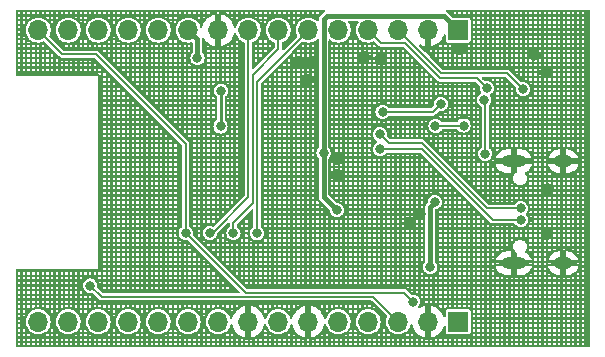
<source format=gbr>
%TF.GenerationSoftware,KiCad,Pcbnew,(6.0.0)*%
%TF.CreationDate,2022-01-20T02:14:20+08:00*%
%TF.ProjectId,NodeMcu,4e6f6465-4d63-4752-9e6b-696361645f70,rev?*%
%TF.SameCoordinates,Original*%
%TF.FileFunction,Copper,L2,Bot*%
%TF.FilePolarity,Positive*%
%FSLAX46Y46*%
G04 Gerber Fmt 4.6, Leading zero omitted, Abs format (unit mm)*
G04 Created by KiCad (PCBNEW (6.0.0)) date 2022-01-20 02:14:20*
%MOMM*%
%LPD*%
G01*
G04 APERTURE LIST*
%TA.AperFunction,ComponentPad*%
%ADD10R,1.700000X1.700000*%
%TD*%
%TA.AperFunction,ComponentPad*%
%ADD11O,1.700000X1.700000*%
%TD*%
%TA.AperFunction,ComponentPad*%
%ADD12O,1.600000X1.000000*%
%TD*%
%TA.AperFunction,ComponentPad*%
%ADD13O,2.100000X1.000000*%
%TD*%
%TA.AperFunction,ViaPad*%
%ADD14C,0.800000*%
%TD*%
%TA.AperFunction,Conductor*%
%ADD15C,0.200000*%
%TD*%
%TA.AperFunction,Conductor*%
%ADD16C,0.400000*%
%TD*%
%TA.AperFunction,Conductor*%
%ADD17C,0.250000*%
%TD*%
G04 APERTURE END LIST*
D10*
%TO.P,J1,1,Pin_1*%
%TO.N,/VDDUSB*%
X129675000Y-76625000D03*
D11*
%TO.P,J1,2,Pin_2*%
%TO.N,GND*%
X127135000Y-76625000D03*
%TO.P,J1,3,Pin_3*%
%TO.N,/nRST*%
X124595000Y-76625000D03*
%TO.P,J1,4,Pin_4*%
%TO.N,/EN*%
X122055000Y-76625000D03*
%TO.P,J1,5,Pin_5*%
%TO.N,+3V3*%
X119515000Y-76625000D03*
%TO.P,J1,6,Pin_6*%
%TO.N,GND*%
X116975000Y-76625000D03*
%TO.P,J1,7,Pin_7*%
%TO.N,+3V3*%
X114435000Y-76625000D03*
%TO.P,J1,8,Pin_8*%
%TO.N,GND*%
X111895000Y-76625000D03*
%TO.P,J1,9,Pin_9*%
%TO.N,unconnected-(J1-Pad9)*%
X109355000Y-76625000D03*
%TO.P,J1,10,Pin_10*%
%TO.N,unconnected-(J1-Pad10)*%
X106815000Y-76625000D03*
%TO.P,J1,11,Pin_11*%
%TO.N,unconnected-(J1-Pad11)*%
X104275000Y-76625000D03*
%TO.P,J1,12,Pin_12*%
%TO.N,unconnected-(J1-Pad12)*%
X101735000Y-76625000D03*
%TO.P,J1,13,Pin_13*%
%TO.N,unconnected-(J1-Pad13)*%
X99195000Y-76625000D03*
%TO.P,J1,14,Pin_14*%
%TO.N,/ADC*%
X96655000Y-76625000D03*
%TO.P,J1,15,Pin_15*%
%TO.N,/ADC EX*%
X94115000Y-76625000D03*
%TD*%
D10*
%TO.P,J2,1,Pin_1*%
%TO.N,+3V3*%
X129675000Y-51950000D03*
D11*
%TO.P,J2,2,Pin_2*%
%TO.N,GND*%
X127135000Y-51950000D03*
%TO.P,J2,3,Pin_3*%
%TO.N,/TXD*%
X124595000Y-51950000D03*
%TO.P,J2,4,Pin_4*%
%TO.N,/RXD*%
X122055000Y-51950000D03*
%TO.P,J2,5,Pin_5*%
%TO.N,/GPIO15*%
X119515000Y-51950000D03*
%TO.P,J2,6,Pin_6*%
%TO.N,/GPIO13*%
X116975000Y-51950000D03*
%TO.P,J2,7,Pin_7*%
%TO.N,/GPIO12*%
X114435000Y-51950000D03*
%TO.P,J2,8,Pin_8*%
%TO.N,/GPIO14*%
X111895000Y-51950000D03*
%TO.P,J2,9,Pin_9*%
%TO.N,GND*%
X109355000Y-51950000D03*
%TO.P,J2,10,Pin_10*%
%TO.N,+3V3*%
X106815000Y-51950000D03*
%TO.P,J2,11,Pin_11*%
%TO.N,/GPIO2*%
X104275000Y-51950000D03*
%TO.P,J2,12,Pin_12*%
%TO.N,/GPIO0*%
X101735000Y-51950000D03*
%TO.P,J2,13,Pin_13*%
%TO.N,/GPIO4*%
X99195000Y-51950000D03*
%TO.P,J2,14,Pin_14*%
%TO.N,/GPIO5*%
X96655000Y-51950000D03*
%TO.P,J2,15,Pin_15*%
%TO.N,/GPIO16*%
X94115000Y-51950000D03*
%TD*%
D12*
%TO.P,J3,S1,SHIELD*%
%TO.N,GND*%
X138560000Y-71695000D03*
D13*
X134380000Y-71695000D03*
X134380000Y-63055000D03*
D12*
X138560000Y-63055000D03*
%TD*%
D14*
%TO.N,+3V3*%
X118275000Y-62325000D03*
X119400000Y-67200000D03*
X107600000Y-54300000D03*
%TO.N,GND*%
X137225000Y-69175000D03*
X121700000Y-54250000D03*
X123100000Y-54400000D03*
X137250000Y-65425000D03*
X116150000Y-54650000D03*
X116850000Y-56175000D03*
X129800000Y-53500000D03*
X119425000Y-62825000D03*
X117350000Y-54650000D03*
X119450000Y-64200000D03*
X137100000Y-55500000D03*
X126526018Y-67503905D03*
X136100000Y-54000000D03*
X125550000Y-68275000D03*
%TO.N,/nRST*%
X127300000Y-72000000D03*
X98525000Y-73575000D03*
X127698801Y-66492334D03*
%TO.N,/GPIO16*%
X106600000Y-69100000D03*
X131875000Y-57850000D03*
X131950000Y-62400000D03*
X125839500Y-74923524D03*
%TO.N,/TXD*%
X135175000Y-56950000D03*
%TO.N,/RXD*%
X132100000Y-56875000D03*
%TO.N,/GPIO13*%
X112640000Y-69123640D03*
%TO.N,/GPIO12*%
X110642055Y-69132958D03*
%TO.N,/GPIO14*%
X108647954Y-69110237D03*
%TO.N,/GPIO0*%
X128200000Y-58200000D03*
X109550000Y-60100000D03*
X109590498Y-57075000D03*
X123275000Y-58875000D03*
%TO.N,Net-(J3-PadA6)*%
X123050500Y-60760000D03*
X134970023Y-67029977D03*
%TO.N,Net-(J3-PadA7)*%
X123050500Y-62030131D03*
X135000000Y-68000000D03*
%TO.N,Net-(Q2-Pad2)*%
X127750000Y-60050000D03*
X130125000Y-60025000D03*
%TD*%
D15*
%TO.N,Net-(J3-PadA6)*%
X123790500Y-61500000D02*
X123050500Y-60760000D01*
X126600000Y-61500000D02*
X123790500Y-61500000D01*
X132129977Y-67029977D02*
X126600000Y-61500000D01*
X134970023Y-67029977D02*
X132129977Y-67029977D01*
%TO.N,Net-(J3-PadA7)*%
X132600000Y-68000000D02*
X135000000Y-68000000D01*
X126630131Y-62030131D02*
X132600000Y-68000000D01*
X123050500Y-62030131D02*
X126630131Y-62030131D01*
D16*
%TO.N,+3V3*%
X107600000Y-54300000D02*
X107600000Y-52735000D01*
X119400000Y-67200000D02*
X118275000Y-66075000D01*
X118549511Y-50750489D02*
X128475489Y-50750489D01*
X107600000Y-52735000D02*
X106815000Y-51950000D01*
X118275000Y-51025000D02*
X118549511Y-50750489D01*
X118275000Y-66075000D02*
X118275000Y-51025000D01*
X128475489Y-50750489D02*
X129675000Y-51950000D01*
D15*
%TO.N,/nRST*%
X122495000Y-74525000D02*
X124595000Y-76625000D01*
D16*
X127300000Y-72000000D02*
X127300000Y-66891135D01*
D15*
X99475000Y-74525000D02*
X122495000Y-74525000D01*
D16*
X127300000Y-66891135D02*
X127698801Y-66492334D01*
D15*
X98525000Y-73575000D02*
X99475000Y-74525000D01*
%TO.N,/GPIO16*%
X131950000Y-57925000D02*
X131950000Y-62400000D01*
X131875000Y-57850000D02*
X131950000Y-57925000D01*
X111675489Y-74175489D02*
X125091465Y-74175489D01*
X125091465Y-74175489D02*
X125839500Y-74923524D01*
X106600000Y-61561279D02*
X99038721Y-54000000D01*
X106600000Y-69100000D02*
X111675489Y-74175489D01*
X96165000Y-54000000D02*
X94115000Y-51950000D01*
X106600000Y-69100000D02*
X106600000Y-61561279D01*
X99038721Y-54000000D02*
X96165000Y-54000000D01*
%TO.N,/TXD*%
X133825000Y-55600000D02*
X128245000Y-55600000D01*
X128245000Y-55600000D02*
X124595000Y-51950000D01*
X135175000Y-56950000D02*
X133825000Y-55600000D01*
%TO.N,/RXD*%
X125200215Y-53049511D02*
X123154511Y-53049511D01*
X131225000Y-56000000D02*
X128150704Y-56000000D01*
X132100000Y-56875000D02*
X131225000Y-56000000D01*
X123154511Y-53049511D02*
X122055000Y-51950000D01*
X128150704Y-56000000D02*
X125200215Y-53049511D01*
%TO.N,/GPIO13*%
X112640000Y-56322500D02*
X116975000Y-51987500D01*
X112640000Y-69123640D02*
X112640000Y-56322500D01*
X116975000Y-51987500D02*
X116975000Y-51950000D01*
%TO.N,/GPIO12*%
X112290489Y-66597017D02*
X112290489Y-55709511D01*
X114435000Y-53565000D02*
X114435000Y-51950000D01*
X112290489Y-55709511D02*
X114435000Y-53565000D01*
X110642055Y-68245451D02*
X112290489Y-66597017D01*
X110642055Y-69132958D02*
X110642055Y-68245451D01*
%TO.N,/GPIO14*%
X108889763Y-69110237D02*
X111895000Y-66105000D01*
X111895000Y-66105000D02*
X111895000Y-51950000D01*
X108647954Y-69110237D02*
X108889763Y-69110237D01*
%TO.N,/GPIO0*%
X127525000Y-58875000D02*
X123275000Y-58875000D01*
D17*
X109590498Y-57075000D02*
X109590498Y-60059502D01*
X109590498Y-60059502D02*
X109550000Y-60100000D01*
D15*
X128200000Y-58200000D02*
X127525000Y-58875000D01*
%TO.N,Net-(Q2-Pad2)*%
X127750000Y-60050000D02*
X127775000Y-60025000D01*
X127775000Y-60025000D02*
X130125000Y-60025000D01*
%TD*%
%TA.AperFunction,Conductor*%
%TO.N,GND*%
G36*
X118385244Y-50218907D02*
G01*
X118421208Y-50268407D01*
X118421208Y-50329593D01*
X118385244Y-50379093D01*
X118372530Y-50386883D01*
X118365421Y-50389193D01*
X118345897Y-50403378D01*
X118332667Y-50411485D01*
X118311169Y-50422439D01*
X118288602Y-50445006D01*
X117969516Y-50764091D01*
X117969513Y-50764095D01*
X117946950Y-50786658D01*
X117935998Y-50808154D01*
X117927884Y-50821393D01*
X117913704Y-50840910D01*
X117911296Y-50848321D01*
X117906248Y-50863857D01*
X117900305Y-50878203D01*
X117889354Y-50899696D01*
X117888136Y-50907389D01*
X117888135Y-50907391D01*
X117885581Y-50923519D01*
X117881956Y-50938620D01*
X117874500Y-50961567D01*
X117874500Y-51120309D01*
X117855593Y-51178500D01*
X117806093Y-51214464D01*
X117744907Y-51214464D01*
X117712395Y-51196590D01*
X117569002Y-51077965D01*
X117569000Y-51077964D01*
X117565275Y-51074882D01*
X117428633Y-51001000D01*
X117388309Y-50979197D01*
X117388308Y-50979197D01*
X117384055Y-50976897D01*
X117305658Y-50952629D01*
X117191875Y-50917407D01*
X117191871Y-50917406D01*
X117187254Y-50915977D01*
X117182446Y-50915472D01*
X117182443Y-50915471D01*
X116987185Y-50894949D01*
X116987183Y-50894949D01*
X116982369Y-50894443D01*
X116922354Y-50899905D01*
X116782022Y-50912675D01*
X116782017Y-50912676D01*
X116777203Y-50913114D01*
X116579572Y-50971280D01*
X116575288Y-50973519D01*
X116575287Y-50973520D01*
X116555903Y-50983654D01*
X116397002Y-51066726D01*
X116393231Y-51069758D01*
X116240220Y-51192781D01*
X116240217Y-51192783D01*
X116236447Y-51195815D01*
X116233333Y-51199526D01*
X116233332Y-51199527D01*
X116135500Y-51316119D01*
X116104024Y-51353630D01*
X116101689Y-51357878D01*
X116101688Y-51357879D01*
X116095580Y-51368989D01*
X116004776Y-51534162D01*
X116003313Y-51538775D01*
X116003311Y-51538779D01*
X115956533Y-51686244D01*
X115942484Y-51730532D01*
X115941944Y-51735344D01*
X115941944Y-51735345D01*
X115940865Y-51744970D01*
X115919520Y-51935262D01*
X115936759Y-52140553D01*
X115938092Y-52145201D01*
X115938092Y-52145202D01*
X115943873Y-52165364D01*
X115993544Y-52338586D01*
X116002904Y-52356798D01*
X116030271Y-52410050D01*
X116040054Y-52470448D01*
X116012223Y-52525306D01*
X114907542Y-53629987D01*
X114853025Y-53657764D01*
X114792593Y-53648193D01*
X114749328Y-53604928D01*
X114739443Y-53573335D01*
X114736405Y-53551015D01*
X114735500Y-53537663D01*
X114735500Y-53275729D01*
X114953500Y-53275729D01*
X115024229Y-53205000D01*
X114953500Y-53205000D01*
X114953500Y-53275729D01*
X114735500Y-53275729D01*
X114735500Y-53031968D01*
X114754260Y-52974229D01*
X115255000Y-52974229D01*
X115425229Y-52804000D01*
X115373611Y-52804000D01*
X115327977Y-52856868D01*
X115324738Y-52860441D01*
X115323390Y-52861857D01*
X115319957Y-52865290D01*
X115305964Y-52878615D01*
X115302363Y-52881880D01*
X115300884Y-52883156D01*
X115297164Y-52886210D01*
X115255000Y-52919152D01*
X115255000Y-52974229D01*
X114754260Y-52974229D01*
X114754407Y-52973777D01*
X114807880Y-52936614D01*
X114816725Y-52934145D01*
X114821038Y-52931966D01*
X114821044Y-52931964D01*
X114996289Y-52843441D01*
X114996291Y-52843440D01*
X115000610Y-52841258D01*
X115013215Y-52831410D01*
X115159135Y-52717406D01*
X115159139Y-52717402D01*
X115162951Y-52714424D01*
X115167032Y-52709697D01*
X115271630Y-52588517D01*
X115284826Y-52573229D01*
X115656000Y-52573229D01*
X115796862Y-52432367D01*
X115796740Y-52432099D01*
X115794850Y-52427648D01*
X115787737Y-52409684D01*
X115786069Y-52405151D01*
X115785439Y-52403301D01*
X115785345Y-52403000D01*
X115656000Y-52403000D01*
X115656000Y-52573229D01*
X115284826Y-52573229D01*
X115297564Y-52558472D01*
X115299957Y-52554260D01*
X115396934Y-52383550D01*
X115396935Y-52383547D01*
X115399323Y-52379344D01*
X115405340Y-52361258D01*
X115457653Y-52204000D01*
X115681539Y-52204000D01*
X115728167Y-52204000D01*
X115727204Y-52200642D01*
X115725981Y-52195944D01*
X115725535Y-52194041D01*
X115724550Y-52189323D01*
X115721062Y-52170319D01*
X115720309Y-52165574D01*
X115720050Y-52163638D01*
X115719523Y-52158795D01*
X115706627Y-52005227D01*
X115706451Y-52006797D01*
X115681539Y-52204000D01*
X115457653Y-52204000D01*
X115462824Y-52188454D01*
X115462824Y-52188452D01*
X115464351Y-52183863D01*
X115466586Y-52166176D01*
X115489823Y-51982228D01*
X115490171Y-51979474D01*
X115490583Y-51950000D01*
X115476170Y-51803000D01*
X115470952Y-51749780D01*
X115470951Y-51749776D01*
X115470480Y-51744970D01*
X115462016Y-51716934D01*
X115428280Y-51605199D01*
X115656000Y-51605199D01*
X115679176Y-51681961D01*
X115680457Y-51686612D01*
X115680930Y-51688508D01*
X115681988Y-51693241D01*
X115685741Y-51712194D01*
X115686561Y-51716934D01*
X115686847Y-51718867D01*
X115687441Y-51723697D01*
X115695216Y-51803000D01*
X115714989Y-51803000D01*
X115725843Y-51706233D01*
X115726496Y-51701461D01*
X115726808Y-51699532D01*
X115727701Y-51694757D01*
X115731718Y-51675857D01*
X115732838Y-51671154D01*
X115733337Y-51669265D01*
X115734688Y-51664616D01*
X115754868Y-51601000D01*
X115656000Y-51601000D01*
X115656000Y-51605199D01*
X115428280Y-51605199D01*
X115427280Y-51601887D01*
X115410935Y-51547749D01*
X115333440Y-51402000D01*
X115656000Y-51402000D01*
X115828662Y-51402000D01*
X115858000Y-51348635D01*
X115858000Y-51200000D01*
X115656000Y-51200000D01*
X115656000Y-51402000D01*
X115333440Y-51402000D01*
X115314218Y-51365849D01*
X115184011Y-51206200D01*
X115180282Y-51203115D01*
X115029002Y-51077965D01*
X115029000Y-51077964D01*
X115025275Y-51074882D01*
X114888633Y-51001000D01*
X114853491Y-50981999D01*
X115255000Y-50981999D01*
X115277968Y-51001000D01*
X115457000Y-51001000D01*
X115656000Y-51001000D01*
X115858000Y-51001000D01*
X116057000Y-51001000D01*
X116130839Y-51001000D01*
X116259000Y-50897956D01*
X116259000Y-50878814D01*
X117661000Y-50878814D01*
X117668961Y-50883119D01*
X117670487Y-50883993D01*
X117671730Y-50880168D01*
X117674038Y-50865596D01*
X117675558Y-50857954D01*
X117676291Y-50854903D01*
X117678398Y-50847437D01*
X117687970Y-50817978D01*
X117690657Y-50810691D01*
X117691858Y-50807791D01*
X117695117Y-50800724D01*
X117695995Y-50799000D01*
X117661000Y-50799000D01*
X117661000Y-50878814D01*
X116259000Y-50878814D01*
X116259000Y-50799000D01*
X116057000Y-50799000D01*
X116057000Y-51001000D01*
X115858000Y-51001000D01*
X115858000Y-50799000D01*
X115656000Y-50799000D01*
X115656000Y-51001000D01*
X115457000Y-51001000D01*
X115457000Y-50799000D01*
X115255000Y-50799000D01*
X115255000Y-50981999D01*
X114853491Y-50981999D01*
X114848309Y-50979197D01*
X114848308Y-50979197D01*
X114844055Y-50976897D01*
X114765658Y-50952629D01*
X114651875Y-50917407D01*
X114651871Y-50917406D01*
X114647254Y-50915977D01*
X114642446Y-50915472D01*
X114642443Y-50915471D01*
X114447185Y-50894949D01*
X114447183Y-50894949D01*
X114442369Y-50894443D01*
X114382354Y-50899905D01*
X114242022Y-50912675D01*
X114242017Y-50912676D01*
X114237203Y-50913114D01*
X114039572Y-50971280D01*
X114035288Y-50973519D01*
X114035287Y-50973520D01*
X114015903Y-50983654D01*
X113857002Y-51066726D01*
X113853231Y-51069758D01*
X113700220Y-51192781D01*
X113700217Y-51192783D01*
X113696447Y-51195815D01*
X113693333Y-51199526D01*
X113693332Y-51199527D01*
X113595500Y-51316119D01*
X113564024Y-51353630D01*
X113561689Y-51357878D01*
X113561688Y-51357879D01*
X113555580Y-51368989D01*
X113464776Y-51534162D01*
X113463313Y-51538775D01*
X113463311Y-51538779D01*
X113416533Y-51686244D01*
X113402484Y-51730532D01*
X113401944Y-51735344D01*
X113401944Y-51735345D01*
X113400865Y-51744970D01*
X113379520Y-51935262D01*
X113396759Y-52140553D01*
X113398092Y-52145201D01*
X113398092Y-52145202D01*
X113452208Y-52333928D01*
X113452209Y-52333931D01*
X113453544Y-52338586D01*
X113547712Y-52521818D01*
X113675677Y-52683270D01*
X113679357Y-52686402D01*
X113679359Y-52686404D01*
X113755638Y-52751322D01*
X113832564Y-52816791D01*
X113836787Y-52819151D01*
X113836791Y-52819154D01*
X113942498Y-52878231D01*
X114012398Y-52917297D01*
X114066092Y-52934743D01*
X114115592Y-52970707D01*
X114134500Y-53028898D01*
X114134500Y-53399521D01*
X114115593Y-53457712D01*
X114105504Y-53469525D01*
X112364504Y-55210525D01*
X112309987Y-55238302D01*
X112249555Y-55228731D01*
X112206290Y-55185466D01*
X112195500Y-55140521D01*
X112195500Y-54818729D01*
X112448000Y-54818729D01*
X112457729Y-54809000D01*
X112448000Y-54809000D01*
X112448000Y-54818729D01*
X112195500Y-54818729D01*
X112195500Y-54610000D01*
X112448000Y-54610000D01*
X112650000Y-54610000D01*
X112650000Y-54417729D01*
X112849000Y-54417729D01*
X112858729Y-54408000D01*
X112849000Y-54408000D01*
X112849000Y-54417729D01*
X112650000Y-54417729D01*
X112650000Y-54408000D01*
X112448000Y-54408000D01*
X112448000Y-54610000D01*
X112195500Y-54610000D01*
X112195500Y-54209000D01*
X112448000Y-54209000D01*
X112650000Y-54209000D01*
X112849000Y-54209000D01*
X113051000Y-54209000D01*
X113051000Y-54016729D01*
X113250000Y-54016729D01*
X113259729Y-54007000D01*
X113250000Y-54007000D01*
X113250000Y-54016729D01*
X113051000Y-54016729D01*
X113051000Y-54007000D01*
X112849000Y-54007000D01*
X112849000Y-54209000D01*
X112650000Y-54209000D01*
X112650000Y-54007000D01*
X112448000Y-54007000D01*
X112448000Y-54209000D01*
X112195500Y-54209000D01*
X112195500Y-53808000D01*
X112448000Y-53808000D01*
X112650000Y-53808000D01*
X112849000Y-53808000D01*
X113051000Y-53808000D01*
X113250000Y-53808000D01*
X113452000Y-53808000D01*
X113452000Y-53615729D01*
X113651000Y-53615729D01*
X113660729Y-53606000D01*
X113651000Y-53606000D01*
X113651000Y-53615729D01*
X113452000Y-53615729D01*
X113452000Y-53606000D01*
X113250000Y-53606000D01*
X113250000Y-53808000D01*
X113051000Y-53808000D01*
X113051000Y-53606000D01*
X112849000Y-53606000D01*
X112849000Y-53808000D01*
X112650000Y-53808000D01*
X112650000Y-53606000D01*
X112448000Y-53606000D01*
X112448000Y-53808000D01*
X112195500Y-53808000D01*
X112195500Y-53407000D01*
X112448000Y-53407000D01*
X112650000Y-53407000D01*
X112849000Y-53407000D01*
X113051000Y-53407000D01*
X113250000Y-53407000D01*
X113452000Y-53407000D01*
X113651000Y-53407000D01*
X113853000Y-53407000D01*
X113853000Y-53205000D01*
X113651000Y-53205000D01*
X113651000Y-53407000D01*
X113452000Y-53407000D01*
X113452000Y-53205000D01*
X113250000Y-53205000D01*
X113250000Y-53407000D01*
X113051000Y-53407000D01*
X113051000Y-53205000D01*
X112849000Y-53205000D01*
X112849000Y-53407000D01*
X112650000Y-53407000D01*
X112650000Y-53205000D01*
X112448000Y-53205000D01*
X112448000Y-53407000D01*
X112195500Y-53407000D01*
X112195500Y-53031968D01*
X112203937Y-53006000D01*
X112603839Y-53006000D01*
X112650000Y-53006000D01*
X112849000Y-53006000D01*
X113051000Y-53006000D01*
X113250000Y-53006000D01*
X113452000Y-53006000D01*
X113452000Y-52948530D01*
X113651000Y-52948530D01*
X113651000Y-53006000D01*
X113724372Y-53006000D01*
X113722062Y-53004634D01*
X113720405Y-53003599D01*
X113716352Y-53000927D01*
X113700486Y-52989900D01*
X113696585Y-52987046D01*
X113695037Y-52985854D01*
X113691274Y-52982806D01*
X113651000Y-52948530D01*
X113452000Y-52948530D01*
X113452000Y-52804000D01*
X113250000Y-52804000D01*
X113250000Y-53006000D01*
X113051000Y-53006000D01*
X113051000Y-52804000D01*
X112849000Y-52804000D01*
X112849000Y-53006000D01*
X112650000Y-53006000D01*
X112650000Y-52969935D01*
X112603839Y-53006000D01*
X112203937Y-53006000D01*
X112214407Y-52973777D01*
X112267880Y-52936614D01*
X112276725Y-52934145D01*
X112281038Y-52931966D01*
X112281044Y-52931964D01*
X112456289Y-52843441D01*
X112456291Y-52843440D01*
X112460610Y-52841258D01*
X112473215Y-52831410D01*
X112619135Y-52717406D01*
X112619139Y-52717402D01*
X112622951Y-52714424D01*
X112627032Y-52709697D01*
X112717402Y-52605000D01*
X112981853Y-52605000D01*
X113051000Y-52605000D01*
X113051000Y-52483057D01*
X113048873Y-52487023D01*
X112981853Y-52605000D01*
X112717402Y-52605000D01*
X112731630Y-52588517D01*
X112757564Y-52558472D01*
X112759957Y-52554260D01*
X112838841Y-52415400D01*
X113250000Y-52415400D01*
X113250000Y-52605000D01*
X113345358Y-52605000D01*
X113259652Y-52438234D01*
X113257547Y-52433879D01*
X113256740Y-52432100D01*
X113254849Y-52427647D01*
X113250000Y-52415400D01*
X112838841Y-52415400D01*
X112856934Y-52383550D01*
X112856935Y-52383547D01*
X112859323Y-52379344D01*
X112865340Y-52361258D01*
X112922824Y-52188454D01*
X112922824Y-52188452D01*
X112924351Y-52183863D01*
X112926586Y-52166176D01*
X112949823Y-51982228D01*
X112950171Y-51979474D01*
X112950583Y-51950000D01*
X112936170Y-51803000D01*
X112930952Y-51749780D01*
X112930951Y-51749776D01*
X112930480Y-51744970D01*
X112922016Y-51716934D01*
X112887280Y-51601887D01*
X112870935Y-51547749D01*
X112774218Y-51365849D01*
X112644011Y-51206200D01*
X112640282Y-51203115D01*
X112636517Y-51200000D01*
X112920265Y-51200000D01*
X112943155Y-51228066D01*
X112946138Y-51231912D01*
X112947297Y-51233485D01*
X112950054Y-51237424D01*
X112960747Y-51253518D01*
X112963322Y-51257607D01*
X112964323Y-51259286D01*
X112966701Y-51263506D01*
X113040339Y-51402000D01*
X113051000Y-51402000D01*
X113250000Y-51402000D01*
X113288662Y-51402000D01*
X113372990Y-51248607D01*
X113375416Y-51244438D01*
X113376440Y-51242773D01*
X113379082Y-51238703D01*
X113389998Y-51222761D01*
X113392826Y-51218841D01*
X113394007Y-51217285D01*
X113397027Y-51213502D01*
X113408357Y-51200000D01*
X113250000Y-51200000D01*
X113250000Y-51402000D01*
X113051000Y-51402000D01*
X113051000Y-51200000D01*
X112920265Y-51200000D01*
X112636517Y-51200000D01*
X112489002Y-51077965D01*
X112489000Y-51077964D01*
X112485275Y-51074882D01*
X112348633Y-51001000D01*
X112849000Y-51001000D01*
X113051000Y-51001000D01*
X113250000Y-51001000D01*
X113452000Y-51001000D01*
X113452000Y-50952629D01*
X113651000Y-50952629D01*
X113720402Y-50896829D01*
X113724267Y-50893875D01*
X113725848Y-50892727D01*
X113729810Y-50889995D01*
X113745977Y-50879416D01*
X113750071Y-50876877D01*
X113751756Y-50875888D01*
X113756003Y-50873534D01*
X113853000Y-50822825D01*
X113853000Y-50799000D01*
X114973386Y-50799000D01*
X115056000Y-50843669D01*
X115056000Y-50799000D01*
X114973386Y-50799000D01*
X113853000Y-50799000D01*
X113651000Y-50799000D01*
X113651000Y-50952629D01*
X113452000Y-50952629D01*
X113452000Y-50799000D01*
X113250000Y-50799000D01*
X113250000Y-51001000D01*
X113051000Y-51001000D01*
X113051000Y-50799000D01*
X112849000Y-50799000D01*
X112849000Y-51001000D01*
X112348633Y-51001000D01*
X112308309Y-50979197D01*
X112308308Y-50979197D01*
X112304055Y-50976897D01*
X112225658Y-50952629D01*
X112111875Y-50917407D01*
X112111871Y-50917406D01*
X112107254Y-50915977D01*
X112102446Y-50915472D01*
X112102443Y-50915471D01*
X111907185Y-50894949D01*
X111907183Y-50894949D01*
X111902369Y-50894443D01*
X111842354Y-50899905D01*
X111702022Y-50912675D01*
X111702017Y-50912676D01*
X111697203Y-50913114D01*
X111499572Y-50971280D01*
X111495288Y-50973519D01*
X111495287Y-50973520D01*
X111475903Y-50983654D01*
X111317002Y-51066726D01*
X111313231Y-51069758D01*
X111160220Y-51192781D01*
X111160217Y-51192783D01*
X111156447Y-51195815D01*
X111153333Y-51199526D01*
X111153332Y-51199527D01*
X111055500Y-51316119D01*
X111024024Y-51353630D01*
X111021689Y-51357878D01*
X111021688Y-51357879D01*
X111015580Y-51368989D01*
X110924776Y-51534162D01*
X110923312Y-51538778D01*
X110923310Y-51538782D01*
X110877313Y-51683785D01*
X110841696Y-51733535D01*
X110783638Y-51752849D01*
X110725317Y-51734348D01*
X110689008Y-51685101D01*
X110686930Y-51677969D01*
X110645946Y-51514809D01*
X110643333Y-51507133D01*
X110557534Y-51309807D01*
X110553701Y-51302660D01*
X110507680Y-51231521D01*
X110844000Y-51231521D01*
X110849998Y-51222761D01*
X110852826Y-51218841D01*
X110854007Y-51217285D01*
X110857027Y-51213502D01*
X110868357Y-51200000D01*
X110844000Y-51200000D01*
X110844000Y-51231521D01*
X110507680Y-51231521D01*
X110436826Y-51121997D01*
X110431880Y-51115575D01*
X110287065Y-50956426D01*
X110281139Y-50950899D01*
X110112269Y-50817534D01*
X110105525Y-50813054D01*
X110089113Y-50803994D01*
X110443000Y-50803994D01*
X110445567Y-50806702D01*
X110595856Y-50971867D01*
X110598523Y-50974921D01*
X110599576Y-50976178D01*
X110602122Y-50979347D01*
X110612021Y-50992201D01*
X110614461Y-50995510D01*
X110615407Y-50996850D01*
X110617653Y-51000171D01*
X110618189Y-51001000D01*
X110645000Y-51001000D01*
X110844000Y-51001000D01*
X111046000Y-51001000D01*
X111046000Y-50858374D01*
X111245000Y-50858374D01*
X111343456Y-50806902D01*
X112448000Y-50806902D01*
X112588961Y-50883119D01*
X112593136Y-50885509D01*
X112594808Y-50886521D01*
X112598905Y-50889141D01*
X112614923Y-50899945D01*
X112618899Y-50902771D01*
X112620463Y-50903942D01*
X112624233Y-50906910D01*
X112650000Y-50928226D01*
X112650000Y-50799000D01*
X112448000Y-50799000D01*
X112448000Y-50806902D01*
X111343456Y-50806902D01*
X111358571Y-50799000D01*
X111245000Y-50799000D01*
X111245000Y-50858374D01*
X111046000Y-50858374D01*
X111046000Y-50799000D01*
X110844000Y-50799000D01*
X110844000Y-51001000D01*
X110645000Y-51001000D01*
X110645000Y-50799000D01*
X110443000Y-50799000D01*
X110443000Y-50803994D01*
X110089113Y-50803994D01*
X109917141Y-50709060D01*
X109909749Y-50705738D01*
X109706920Y-50633912D01*
X109699081Y-50631841D01*
X109624436Y-50618545D01*
X109611226Y-50620378D01*
X109610805Y-50620782D01*
X109609000Y-50627996D01*
X109609000Y-53270952D01*
X109613122Y-53283637D01*
X109614650Y-53284748D01*
X109619884Y-53285238D01*
X109634291Y-53283392D01*
X109642200Y-53281710D01*
X109848304Y-53219876D01*
X109855852Y-53216918D01*
X110049087Y-53122253D01*
X110056046Y-53118104D01*
X110213213Y-53006000D01*
X110528110Y-53006000D01*
X110645000Y-53006000D01*
X110844000Y-53006000D01*
X111046000Y-53006000D01*
X111046000Y-52893211D01*
X110994387Y-52849285D01*
X110990787Y-52846067D01*
X110989363Y-52844730D01*
X110985915Y-52841329D01*
X110972493Y-52827431D01*
X110969222Y-52823875D01*
X110967934Y-52822404D01*
X110964831Y-52818681D01*
X110953195Y-52804000D01*
X110844000Y-52804000D01*
X110844000Y-53006000D01*
X110645000Y-53006000D01*
X110645000Y-52855650D01*
X110569747Y-52960376D01*
X110567295Y-52963644D01*
X110566284Y-52964935D01*
X110563733Y-52968060D01*
X110553219Y-52980414D01*
X110550521Y-52983455D01*
X110549407Y-52984660D01*
X110546594Y-52987580D01*
X110528110Y-53006000D01*
X110213213Y-53006000D01*
X110231231Y-52993148D01*
X110237412Y-52987924D01*
X110389831Y-52836035D01*
X110395088Y-52829858D01*
X110520651Y-52655119D01*
X110524823Y-52648176D01*
X110620164Y-52455268D01*
X110623144Y-52447744D01*
X110685700Y-52241847D01*
X110688268Y-52229967D01*
X110690177Y-52230380D01*
X110713372Y-52181811D01*
X110767156Y-52152641D01*
X110827814Y-52160656D01*
X110872176Y-52202795D01*
X110880314Y-52222699D01*
X110885805Y-52241847D01*
X110912208Y-52333928D01*
X110912209Y-52333931D01*
X110913544Y-52338586D01*
X111007712Y-52521818D01*
X111135677Y-52683270D01*
X111139357Y-52686402D01*
X111139359Y-52686404D01*
X111215638Y-52751322D01*
X111292564Y-52816791D01*
X111296787Y-52819151D01*
X111296791Y-52819154D01*
X111402498Y-52878231D01*
X111472398Y-52917297D01*
X111526092Y-52934743D01*
X111575592Y-52970707D01*
X111594500Y-53028898D01*
X111594500Y-65939521D01*
X111575593Y-65997712D01*
X111565504Y-66009525D01*
X109024817Y-68550212D01*
X108970300Y-68577989D01*
X108916928Y-68571672D01*
X108810716Y-68527678D01*
X108810714Y-68527677D01*
X108804716Y-68525193D01*
X108647954Y-68504555D01*
X108491192Y-68525193D01*
X108345113Y-68585701D01*
X108219672Y-68681955D01*
X108123418Y-68807396D01*
X108062910Y-68953475D01*
X108042272Y-69110237D01*
X108043119Y-69116671D01*
X108044416Y-69126524D01*
X108062910Y-69266999D01*
X108123418Y-69413078D01*
X108219672Y-69538519D01*
X108345113Y-69634773D01*
X108491192Y-69695281D01*
X108647954Y-69715919D01*
X108804716Y-69695281D01*
X108950795Y-69634773D01*
X109076236Y-69538519D01*
X109146461Y-69447000D01*
X109394401Y-69447000D01*
X109442000Y-69447000D01*
X109641000Y-69447000D01*
X109843000Y-69447000D01*
X109843000Y-69329527D01*
X109842440Y-69327124D01*
X109841930Y-69324559D01*
X109840876Y-69318175D01*
X109831242Y-69245000D01*
X109641000Y-69245000D01*
X109641000Y-69447000D01*
X109442000Y-69447000D01*
X109442000Y-69326010D01*
X109439408Y-69335684D01*
X109437529Y-69341878D01*
X109436688Y-69344356D01*
X109434404Y-69350425D01*
X109394401Y-69447000D01*
X109146461Y-69447000D01*
X109172490Y-69413078D01*
X109232998Y-69266999D01*
X109239986Y-69213917D01*
X109268135Y-69156836D01*
X109378971Y-69046000D01*
X109687271Y-69046000D01*
X109827940Y-69046000D01*
X109840876Y-68947741D01*
X109841930Y-68941357D01*
X109842440Y-68938792D01*
X109843000Y-68936389D01*
X109843000Y-68890271D01*
X109687271Y-69046000D01*
X109378971Y-69046000D01*
X110172551Y-68252420D01*
X110227068Y-68224643D01*
X110287500Y-68234214D01*
X110330765Y-68277479D01*
X110341555Y-68322424D01*
X110341555Y-68557804D01*
X110322648Y-68615995D01*
X110302824Y-68636345D01*
X110213773Y-68704676D01*
X110117519Y-68830117D01*
X110057011Y-68976196D01*
X110036373Y-69132958D01*
X110057011Y-69289720D01*
X110117519Y-69435799D01*
X110213773Y-69561240D01*
X110339214Y-69657494D01*
X110485293Y-69718002D01*
X110642055Y-69738640D01*
X110798817Y-69718002D01*
X110944896Y-69657494D01*
X111070337Y-69561240D01*
X111157996Y-69447000D01*
X111397914Y-69447000D01*
X111447000Y-69447000D01*
X111646000Y-69447000D01*
X111848000Y-69447000D01*
X111848000Y-69347049D01*
X111841857Y-69324123D01*
X111840385Y-69317806D01*
X111839875Y-69315241D01*
X111838821Y-69308857D01*
X111830414Y-69245000D01*
X111646000Y-69245000D01*
X111646000Y-69447000D01*
X111447000Y-69447000D01*
X111447000Y-69289569D01*
X111443234Y-69318175D01*
X111442180Y-69324559D01*
X111441670Y-69327124D01*
X111440198Y-69333441D01*
X111433509Y-69358405D01*
X111431630Y-69364599D01*
X111430789Y-69367077D01*
X111428505Y-69373146D01*
X111397914Y-69447000D01*
X111157996Y-69447000D01*
X111166591Y-69435799D01*
X111227099Y-69289720D01*
X111247737Y-69132958D01*
X111236289Y-69046000D01*
X111646000Y-69046000D01*
X111824658Y-69046000D01*
X111838821Y-68938423D01*
X111839875Y-68932039D01*
X111840385Y-68929474D01*
X111841857Y-68923157D01*
X111848000Y-68900231D01*
X111848000Y-68844000D01*
X111646000Y-68844000D01*
X111646000Y-69046000D01*
X111236289Y-69046000D01*
X111227099Y-68976196D01*
X111172342Y-68844000D01*
X111408304Y-68844000D01*
X111428505Y-68892770D01*
X111430789Y-68898839D01*
X111431630Y-68901317D01*
X111433509Y-68907511D01*
X111440198Y-68932475D01*
X111441670Y-68938792D01*
X111442180Y-68941357D01*
X111443234Y-68947741D01*
X111447000Y-68976347D01*
X111447000Y-68844000D01*
X111408304Y-68844000D01*
X111172342Y-68844000D01*
X111166591Y-68830117D01*
X111070337Y-68704676D01*
X110981287Y-68636345D01*
X110946632Y-68585921D01*
X110944932Y-68574198D01*
X111245000Y-68574198D01*
X111299328Y-68645000D01*
X111447000Y-68645000D01*
X111646000Y-68645000D01*
X111848000Y-68645000D01*
X111848000Y-68553113D01*
X112047000Y-68553113D01*
X112049030Y-68550945D01*
X112067305Y-68532670D01*
X112072034Y-68528242D01*
X112074001Y-68526517D01*
X112079008Y-68522407D01*
X112121500Y-68489801D01*
X112121500Y-68443000D01*
X112047000Y-68443000D01*
X112047000Y-68553113D01*
X111848000Y-68553113D01*
X111848000Y-68443000D01*
X111646000Y-68443000D01*
X111646000Y-68645000D01*
X111447000Y-68645000D01*
X111447000Y-68443000D01*
X111245000Y-68443000D01*
X111245000Y-68574198D01*
X110944932Y-68574198D01*
X110942555Y-68557804D01*
X110942555Y-68410930D01*
X110961462Y-68352739D01*
X110971551Y-68340926D01*
X111068477Y-68244000D01*
X111376777Y-68244000D01*
X111447000Y-68244000D01*
X111646000Y-68244000D01*
X111848000Y-68244000D01*
X112047000Y-68244000D01*
X112121500Y-68244000D01*
X112121500Y-68042000D01*
X112047000Y-68042000D01*
X112047000Y-68244000D01*
X111848000Y-68244000D01*
X111848000Y-68042000D01*
X111646000Y-68042000D01*
X111646000Y-68244000D01*
X111447000Y-68244000D01*
X111447000Y-68173777D01*
X111376777Y-68244000D01*
X111068477Y-68244000D01*
X111469477Y-67843000D01*
X111777777Y-67843000D01*
X111848000Y-67843000D01*
X112047000Y-67843000D01*
X112121500Y-67843000D01*
X112121500Y-67641000D01*
X112047000Y-67641000D01*
X112047000Y-67843000D01*
X111848000Y-67843000D01*
X111848000Y-67772777D01*
X111777777Y-67843000D01*
X111469477Y-67843000D01*
X112170496Y-67141981D01*
X112225013Y-67114204D01*
X112285445Y-67123775D01*
X112328710Y-67167040D01*
X112339500Y-67211985D01*
X112339500Y-68548486D01*
X112320593Y-68606677D01*
X112300769Y-68627027D01*
X112211718Y-68695358D01*
X112115464Y-68820799D01*
X112054956Y-68966878D01*
X112038277Y-69093566D01*
X112036083Y-69110237D01*
X112034318Y-69123640D01*
X112054956Y-69280402D01*
X112115464Y-69426481D01*
X112211718Y-69551922D01*
X112337159Y-69648176D01*
X112419814Y-69682413D01*
X112475991Y-69705682D01*
X112483238Y-69708684D01*
X112640000Y-69729322D01*
X112796762Y-69708684D01*
X112804010Y-69705682D01*
X112860186Y-69682413D01*
X112942841Y-69648176D01*
X113068282Y-69551922D01*
X113148791Y-69447000D01*
X113391999Y-69447000D01*
X113452000Y-69447000D01*
X113651000Y-69447000D01*
X113853000Y-69447000D01*
X114052000Y-69447000D01*
X114254000Y-69447000D01*
X114453000Y-69447000D01*
X114655000Y-69447000D01*
X114854000Y-69447000D01*
X115056000Y-69447000D01*
X115255000Y-69447000D01*
X115457000Y-69447000D01*
X115656000Y-69447000D01*
X115858000Y-69447000D01*
X116057000Y-69447000D01*
X116259000Y-69447000D01*
X116458000Y-69447000D01*
X116660000Y-69447000D01*
X116859000Y-69447000D01*
X117061000Y-69447000D01*
X117260000Y-69447000D01*
X117462000Y-69447000D01*
X117661000Y-69447000D01*
X117863000Y-69447000D01*
X118062000Y-69447000D01*
X118264000Y-69447000D01*
X118463000Y-69447000D01*
X118665000Y-69447000D01*
X118864000Y-69447000D01*
X119066000Y-69447000D01*
X119265000Y-69447000D01*
X119467000Y-69447000D01*
X119666000Y-69447000D01*
X119868000Y-69447000D01*
X120067000Y-69447000D01*
X120269000Y-69447000D01*
X120468000Y-69447000D01*
X120670000Y-69447000D01*
X120869000Y-69447000D01*
X121071000Y-69447000D01*
X121270000Y-69447000D01*
X121472000Y-69447000D01*
X121671000Y-69447000D01*
X121873000Y-69447000D01*
X122072000Y-69447000D01*
X122274000Y-69447000D01*
X122473000Y-69447000D01*
X122675000Y-69447000D01*
X122874000Y-69447000D01*
X123076000Y-69447000D01*
X123275000Y-69447000D01*
X123477000Y-69447000D01*
X123676000Y-69447000D01*
X123878000Y-69447000D01*
X124077000Y-69447000D01*
X124279000Y-69447000D01*
X124478000Y-69447000D01*
X124680000Y-69447000D01*
X124879000Y-69447000D01*
X125081000Y-69447000D01*
X125280000Y-69447000D01*
X125482000Y-69447000D01*
X125681000Y-69447000D01*
X125883000Y-69447000D01*
X126082000Y-69447000D01*
X126284000Y-69447000D01*
X126483000Y-69447000D01*
X126681500Y-69447000D01*
X126681500Y-69245000D01*
X126483000Y-69245000D01*
X126483000Y-69447000D01*
X126284000Y-69447000D01*
X126284000Y-69245000D01*
X126082000Y-69245000D01*
X126082000Y-69447000D01*
X125883000Y-69447000D01*
X125883000Y-69245000D01*
X125681000Y-69245000D01*
X125681000Y-69447000D01*
X125482000Y-69447000D01*
X125482000Y-69245000D01*
X125280000Y-69245000D01*
X125280000Y-69447000D01*
X125081000Y-69447000D01*
X125081000Y-69245000D01*
X124879000Y-69245000D01*
X124879000Y-69447000D01*
X124680000Y-69447000D01*
X124680000Y-69245000D01*
X124478000Y-69245000D01*
X124478000Y-69447000D01*
X124279000Y-69447000D01*
X124279000Y-69245000D01*
X124077000Y-69245000D01*
X124077000Y-69447000D01*
X123878000Y-69447000D01*
X123878000Y-69245000D01*
X123676000Y-69245000D01*
X123676000Y-69447000D01*
X123477000Y-69447000D01*
X123477000Y-69245000D01*
X123275000Y-69245000D01*
X123275000Y-69447000D01*
X123076000Y-69447000D01*
X123076000Y-69245000D01*
X122874000Y-69245000D01*
X122874000Y-69447000D01*
X122675000Y-69447000D01*
X122675000Y-69245000D01*
X122473000Y-69245000D01*
X122473000Y-69447000D01*
X122274000Y-69447000D01*
X122274000Y-69245000D01*
X122072000Y-69245000D01*
X122072000Y-69447000D01*
X121873000Y-69447000D01*
X121873000Y-69245000D01*
X121671000Y-69245000D01*
X121671000Y-69447000D01*
X121472000Y-69447000D01*
X121472000Y-69245000D01*
X121270000Y-69245000D01*
X121270000Y-69447000D01*
X121071000Y-69447000D01*
X121071000Y-69245000D01*
X120869000Y-69245000D01*
X120869000Y-69447000D01*
X120670000Y-69447000D01*
X120670000Y-69245000D01*
X120468000Y-69245000D01*
X120468000Y-69447000D01*
X120269000Y-69447000D01*
X120269000Y-69245000D01*
X120067000Y-69245000D01*
X120067000Y-69447000D01*
X119868000Y-69447000D01*
X119868000Y-69245000D01*
X119666000Y-69245000D01*
X119666000Y-69447000D01*
X119467000Y-69447000D01*
X119467000Y-69245000D01*
X119265000Y-69245000D01*
X119265000Y-69447000D01*
X119066000Y-69447000D01*
X119066000Y-69245000D01*
X118864000Y-69245000D01*
X118864000Y-69447000D01*
X118665000Y-69447000D01*
X118665000Y-69245000D01*
X118463000Y-69245000D01*
X118463000Y-69447000D01*
X118264000Y-69447000D01*
X118264000Y-69245000D01*
X118062000Y-69245000D01*
X118062000Y-69447000D01*
X117863000Y-69447000D01*
X117863000Y-69245000D01*
X117661000Y-69245000D01*
X117661000Y-69447000D01*
X117462000Y-69447000D01*
X117462000Y-69245000D01*
X117260000Y-69245000D01*
X117260000Y-69447000D01*
X117061000Y-69447000D01*
X117061000Y-69245000D01*
X116859000Y-69245000D01*
X116859000Y-69447000D01*
X116660000Y-69447000D01*
X116660000Y-69245000D01*
X116458000Y-69245000D01*
X116458000Y-69447000D01*
X116259000Y-69447000D01*
X116259000Y-69245000D01*
X116057000Y-69245000D01*
X116057000Y-69447000D01*
X115858000Y-69447000D01*
X115858000Y-69245000D01*
X115656000Y-69245000D01*
X115656000Y-69447000D01*
X115457000Y-69447000D01*
X115457000Y-69245000D01*
X115255000Y-69245000D01*
X115255000Y-69447000D01*
X115056000Y-69447000D01*
X115056000Y-69245000D01*
X114854000Y-69245000D01*
X114854000Y-69447000D01*
X114655000Y-69447000D01*
X114655000Y-69245000D01*
X114453000Y-69245000D01*
X114453000Y-69447000D01*
X114254000Y-69447000D01*
X114254000Y-69245000D01*
X114052000Y-69245000D01*
X114052000Y-69447000D01*
X113853000Y-69447000D01*
X113853000Y-69245000D01*
X113651000Y-69245000D01*
X113651000Y-69447000D01*
X113452000Y-69447000D01*
X113452000Y-69245000D01*
X113449586Y-69245000D01*
X113441179Y-69308857D01*
X113440125Y-69315241D01*
X113439615Y-69317806D01*
X113438143Y-69324123D01*
X113431454Y-69349087D01*
X113429575Y-69355281D01*
X113428734Y-69357759D01*
X113426450Y-69363828D01*
X113391999Y-69447000D01*
X113148791Y-69447000D01*
X113164536Y-69426481D01*
X113225044Y-69280402D01*
X113245682Y-69123640D01*
X113243918Y-69110237D01*
X113241723Y-69093566D01*
X113235461Y-69046000D01*
X113651000Y-69046000D01*
X113853000Y-69046000D01*
X114052000Y-69046000D01*
X114254000Y-69046000D01*
X114453000Y-69046000D01*
X114655000Y-69046000D01*
X114854000Y-69046000D01*
X115056000Y-69046000D01*
X115255000Y-69046000D01*
X115457000Y-69046000D01*
X115656000Y-69046000D01*
X115858000Y-69046000D01*
X116057000Y-69046000D01*
X116259000Y-69046000D01*
X116458000Y-69046000D01*
X116660000Y-69046000D01*
X116859000Y-69046000D01*
X117061000Y-69046000D01*
X117260000Y-69046000D01*
X117462000Y-69046000D01*
X117661000Y-69046000D01*
X117863000Y-69046000D01*
X118062000Y-69046000D01*
X118264000Y-69046000D01*
X118463000Y-69046000D01*
X118665000Y-69046000D01*
X118864000Y-69046000D01*
X119066000Y-69046000D01*
X119265000Y-69046000D01*
X119467000Y-69046000D01*
X119666000Y-69046000D01*
X119868000Y-69046000D01*
X120067000Y-69046000D01*
X120269000Y-69046000D01*
X120468000Y-69046000D01*
X120670000Y-69046000D01*
X120869000Y-69046000D01*
X121071000Y-69046000D01*
X121270000Y-69046000D01*
X121472000Y-69046000D01*
X121671000Y-69046000D01*
X121873000Y-69046000D01*
X122072000Y-69046000D01*
X122274000Y-69046000D01*
X122473000Y-69046000D01*
X122675000Y-69046000D01*
X122874000Y-69046000D01*
X123076000Y-69046000D01*
X123275000Y-69046000D01*
X123477000Y-69046000D01*
X123676000Y-69046000D01*
X123878000Y-69046000D01*
X124077000Y-69046000D01*
X124279000Y-69046000D01*
X124478000Y-69046000D01*
X124680000Y-69046000D01*
X124879000Y-69046000D01*
X125081000Y-69046000D01*
X125280000Y-69046000D01*
X125482000Y-69046000D01*
X125681000Y-69046000D01*
X125883000Y-69046000D01*
X126082000Y-69046000D01*
X126284000Y-69046000D01*
X126483000Y-69046000D01*
X126681500Y-69046000D01*
X126681500Y-68844000D01*
X126483000Y-68844000D01*
X126483000Y-69046000D01*
X126284000Y-69046000D01*
X126284000Y-68844000D01*
X126082000Y-68844000D01*
X126082000Y-69046000D01*
X125883000Y-69046000D01*
X125883000Y-68844000D01*
X125681000Y-68844000D01*
X125681000Y-69046000D01*
X125482000Y-69046000D01*
X125482000Y-68844000D01*
X125280000Y-68844000D01*
X125280000Y-69046000D01*
X125081000Y-69046000D01*
X125081000Y-68844000D01*
X124879000Y-68844000D01*
X124879000Y-69046000D01*
X124680000Y-69046000D01*
X124680000Y-68844000D01*
X124478000Y-68844000D01*
X124478000Y-69046000D01*
X124279000Y-69046000D01*
X124279000Y-68844000D01*
X124077000Y-68844000D01*
X124077000Y-69046000D01*
X123878000Y-69046000D01*
X123878000Y-68844000D01*
X123676000Y-68844000D01*
X123676000Y-69046000D01*
X123477000Y-69046000D01*
X123477000Y-68844000D01*
X123275000Y-68844000D01*
X123275000Y-69046000D01*
X123076000Y-69046000D01*
X123076000Y-68844000D01*
X122874000Y-68844000D01*
X122874000Y-69046000D01*
X122675000Y-69046000D01*
X122675000Y-68844000D01*
X122473000Y-68844000D01*
X122473000Y-69046000D01*
X122274000Y-69046000D01*
X122274000Y-68844000D01*
X122072000Y-68844000D01*
X122072000Y-69046000D01*
X121873000Y-69046000D01*
X121873000Y-68844000D01*
X121671000Y-68844000D01*
X121671000Y-69046000D01*
X121472000Y-69046000D01*
X121472000Y-68844000D01*
X121270000Y-68844000D01*
X121270000Y-69046000D01*
X121071000Y-69046000D01*
X121071000Y-68844000D01*
X120869000Y-68844000D01*
X120869000Y-69046000D01*
X120670000Y-69046000D01*
X120670000Y-68844000D01*
X120468000Y-68844000D01*
X120468000Y-69046000D01*
X120269000Y-69046000D01*
X120269000Y-68844000D01*
X120067000Y-68844000D01*
X120067000Y-69046000D01*
X119868000Y-69046000D01*
X119868000Y-68844000D01*
X119666000Y-68844000D01*
X119666000Y-69046000D01*
X119467000Y-69046000D01*
X119467000Y-68844000D01*
X119265000Y-68844000D01*
X119265000Y-69046000D01*
X119066000Y-69046000D01*
X119066000Y-68844000D01*
X118864000Y-68844000D01*
X118864000Y-69046000D01*
X118665000Y-69046000D01*
X118665000Y-68844000D01*
X118463000Y-68844000D01*
X118463000Y-69046000D01*
X118264000Y-69046000D01*
X118264000Y-68844000D01*
X118062000Y-68844000D01*
X118062000Y-69046000D01*
X117863000Y-69046000D01*
X117863000Y-68844000D01*
X117661000Y-68844000D01*
X117661000Y-69046000D01*
X117462000Y-69046000D01*
X117462000Y-68844000D01*
X117260000Y-68844000D01*
X117260000Y-69046000D01*
X117061000Y-69046000D01*
X117061000Y-68844000D01*
X116859000Y-68844000D01*
X116859000Y-69046000D01*
X116660000Y-69046000D01*
X116660000Y-68844000D01*
X116458000Y-68844000D01*
X116458000Y-69046000D01*
X116259000Y-69046000D01*
X116259000Y-68844000D01*
X116057000Y-68844000D01*
X116057000Y-69046000D01*
X115858000Y-69046000D01*
X115858000Y-68844000D01*
X115656000Y-68844000D01*
X115656000Y-69046000D01*
X115457000Y-69046000D01*
X115457000Y-68844000D01*
X115255000Y-68844000D01*
X115255000Y-69046000D01*
X115056000Y-69046000D01*
X115056000Y-68844000D01*
X114854000Y-68844000D01*
X114854000Y-69046000D01*
X114655000Y-69046000D01*
X114655000Y-68844000D01*
X114453000Y-68844000D01*
X114453000Y-69046000D01*
X114254000Y-69046000D01*
X114254000Y-68844000D01*
X114052000Y-68844000D01*
X114052000Y-69046000D01*
X113853000Y-69046000D01*
X113853000Y-68844000D01*
X113651000Y-68844000D01*
X113651000Y-69046000D01*
X113235461Y-69046000D01*
X113225044Y-68966878D01*
X113174146Y-68844000D01*
X113410108Y-68844000D01*
X113426450Y-68883452D01*
X113428734Y-68889521D01*
X113429575Y-68891999D01*
X113431454Y-68898193D01*
X113438143Y-68923157D01*
X113439615Y-68929474D01*
X113440125Y-68932039D01*
X113441179Y-68938423D01*
X113452000Y-69020617D01*
X113452000Y-68844000D01*
X113410108Y-68844000D01*
X113174146Y-68844000D01*
X113164536Y-68820799D01*
X113068282Y-68695358D01*
X112979232Y-68627027D01*
X112944577Y-68576603D01*
X112944210Y-68574074D01*
X113250000Y-68574074D01*
X113304423Y-68645000D01*
X113452000Y-68645000D01*
X113651000Y-68645000D01*
X113853000Y-68645000D01*
X114052000Y-68645000D01*
X114254000Y-68645000D01*
X114453000Y-68645000D01*
X114655000Y-68645000D01*
X114854000Y-68645000D01*
X115056000Y-68645000D01*
X115255000Y-68645000D01*
X115457000Y-68645000D01*
X115656000Y-68645000D01*
X115858000Y-68645000D01*
X116057000Y-68645000D01*
X116259000Y-68645000D01*
X116458000Y-68645000D01*
X116660000Y-68645000D01*
X116859000Y-68645000D01*
X117061000Y-68645000D01*
X117260000Y-68645000D01*
X117462000Y-68645000D01*
X117661000Y-68645000D01*
X117863000Y-68645000D01*
X118062000Y-68645000D01*
X118264000Y-68645000D01*
X118463000Y-68645000D01*
X118665000Y-68645000D01*
X118864000Y-68645000D01*
X119066000Y-68645000D01*
X119265000Y-68645000D01*
X119467000Y-68645000D01*
X119666000Y-68645000D01*
X119868000Y-68645000D01*
X120067000Y-68645000D01*
X120269000Y-68645000D01*
X120468000Y-68645000D01*
X120670000Y-68645000D01*
X120869000Y-68645000D01*
X121071000Y-68645000D01*
X121270000Y-68645000D01*
X121472000Y-68645000D01*
X121671000Y-68645000D01*
X121873000Y-68645000D01*
X122072000Y-68645000D01*
X122274000Y-68645000D01*
X122473000Y-68645000D01*
X122675000Y-68645000D01*
X122874000Y-68645000D01*
X123076000Y-68645000D01*
X123275000Y-68645000D01*
X123477000Y-68645000D01*
X123676000Y-68645000D01*
X123878000Y-68645000D01*
X124077000Y-68645000D01*
X124279000Y-68645000D01*
X124478000Y-68645000D01*
X124680000Y-68645000D01*
X124879000Y-68645000D01*
X125081000Y-68645000D01*
X126082000Y-68645000D01*
X126284000Y-68645000D01*
X126483000Y-68645000D01*
X126681500Y-68645000D01*
X126681500Y-68443000D01*
X126483000Y-68443000D01*
X126483000Y-68645000D01*
X126284000Y-68645000D01*
X126284000Y-68443000D01*
X126082000Y-68443000D01*
X126082000Y-68645000D01*
X125081000Y-68645000D01*
X125081000Y-68497731D01*
X125057368Y-68451351D01*
X125054655Y-68443000D01*
X124879000Y-68443000D01*
X124879000Y-68645000D01*
X124680000Y-68645000D01*
X124680000Y-68443000D01*
X124478000Y-68443000D01*
X124478000Y-68645000D01*
X124279000Y-68645000D01*
X124279000Y-68443000D01*
X124077000Y-68443000D01*
X124077000Y-68645000D01*
X123878000Y-68645000D01*
X123878000Y-68443000D01*
X123676000Y-68443000D01*
X123676000Y-68645000D01*
X123477000Y-68645000D01*
X123477000Y-68443000D01*
X123275000Y-68443000D01*
X123275000Y-68645000D01*
X123076000Y-68645000D01*
X123076000Y-68443000D01*
X122874000Y-68443000D01*
X122874000Y-68645000D01*
X122675000Y-68645000D01*
X122675000Y-68443000D01*
X122473000Y-68443000D01*
X122473000Y-68645000D01*
X122274000Y-68645000D01*
X122274000Y-68443000D01*
X122072000Y-68443000D01*
X122072000Y-68645000D01*
X121873000Y-68645000D01*
X121873000Y-68443000D01*
X121671000Y-68443000D01*
X121671000Y-68645000D01*
X121472000Y-68645000D01*
X121472000Y-68443000D01*
X121270000Y-68443000D01*
X121270000Y-68645000D01*
X121071000Y-68645000D01*
X121071000Y-68443000D01*
X120869000Y-68443000D01*
X120869000Y-68645000D01*
X120670000Y-68645000D01*
X120670000Y-68443000D01*
X120468000Y-68443000D01*
X120468000Y-68645000D01*
X120269000Y-68645000D01*
X120269000Y-68443000D01*
X120067000Y-68443000D01*
X120067000Y-68645000D01*
X119868000Y-68645000D01*
X119868000Y-68443000D01*
X119666000Y-68443000D01*
X119666000Y-68645000D01*
X119467000Y-68645000D01*
X119467000Y-68443000D01*
X119265000Y-68443000D01*
X119265000Y-68645000D01*
X119066000Y-68645000D01*
X119066000Y-68443000D01*
X118864000Y-68443000D01*
X118864000Y-68645000D01*
X118665000Y-68645000D01*
X118665000Y-68443000D01*
X118463000Y-68443000D01*
X118463000Y-68645000D01*
X118264000Y-68645000D01*
X118264000Y-68443000D01*
X118062000Y-68443000D01*
X118062000Y-68645000D01*
X117863000Y-68645000D01*
X117863000Y-68443000D01*
X117661000Y-68443000D01*
X117661000Y-68645000D01*
X117462000Y-68645000D01*
X117462000Y-68443000D01*
X117260000Y-68443000D01*
X117260000Y-68645000D01*
X117061000Y-68645000D01*
X117061000Y-68443000D01*
X116859000Y-68443000D01*
X116859000Y-68645000D01*
X116660000Y-68645000D01*
X116660000Y-68443000D01*
X116458000Y-68443000D01*
X116458000Y-68645000D01*
X116259000Y-68645000D01*
X116259000Y-68443000D01*
X116057000Y-68443000D01*
X116057000Y-68645000D01*
X115858000Y-68645000D01*
X115858000Y-68443000D01*
X115656000Y-68443000D01*
X115656000Y-68645000D01*
X115457000Y-68645000D01*
X115457000Y-68443000D01*
X115255000Y-68443000D01*
X115255000Y-68645000D01*
X115056000Y-68645000D01*
X115056000Y-68443000D01*
X114854000Y-68443000D01*
X114854000Y-68645000D01*
X114655000Y-68645000D01*
X114655000Y-68443000D01*
X114453000Y-68443000D01*
X114453000Y-68645000D01*
X114254000Y-68645000D01*
X114254000Y-68443000D01*
X114052000Y-68443000D01*
X114052000Y-68645000D01*
X113853000Y-68645000D01*
X113853000Y-68443000D01*
X113651000Y-68443000D01*
X113651000Y-68645000D01*
X113452000Y-68645000D01*
X113452000Y-68443000D01*
X113250000Y-68443000D01*
X113250000Y-68574074D01*
X112944210Y-68574074D01*
X112940500Y-68548486D01*
X112940500Y-68244000D01*
X113250000Y-68244000D01*
X113452000Y-68244000D01*
X113651000Y-68244000D01*
X113853000Y-68244000D01*
X114052000Y-68244000D01*
X114254000Y-68244000D01*
X114453000Y-68244000D01*
X114655000Y-68244000D01*
X114854000Y-68244000D01*
X115056000Y-68244000D01*
X115255000Y-68244000D01*
X115457000Y-68244000D01*
X115656000Y-68244000D01*
X115858000Y-68244000D01*
X116057000Y-68244000D01*
X116259000Y-68244000D01*
X116458000Y-68244000D01*
X116660000Y-68244000D01*
X116859000Y-68244000D01*
X117061000Y-68244000D01*
X117260000Y-68244000D01*
X117462000Y-68244000D01*
X117661000Y-68244000D01*
X117863000Y-68244000D01*
X118062000Y-68244000D01*
X118264000Y-68244000D01*
X118463000Y-68244000D01*
X118665000Y-68244000D01*
X118864000Y-68244000D01*
X119066000Y-68244000D01*
X119265000Y-68244000D01*
X119467000Y-68244000D01*
X119666000Y-68244000D01*
X119868000Y-68244000D01*
X120067000Y-68244000D01*
X120269000Y-68244000D01*
X120468000Y-68244000D01*
X120670000Y-68244000D01*
X120869000Y-68244000D01*
X121071000Y-68244000D01*
X121270000Y-68244000D01*
X121472000Y-68244000D01*
X121671000Y-68244000D01*
X121873000Y-68244000D01*
X122072000Y-68244000D01*
X122274000Y-68244000D01*
X122473000Y-68244000D01*
X122675000Y-68244000D01*
X122874000Y-68244000D01*
X123076000Y-68244000D01*
X123275000Y-68244000D01*
X123477000Y-68244000D01*
X123676000Y-68244000D01*
X123878000Y-68244000D01*
X124077000Y-68244000D01*
X124279000Y-68244000D01*
X124478000Y-68244000D01*
X124680000Y-68244000D01*
X124879000Y-68244000D01*
X125029441Y-68244000D01*
X126082000Y-68244000D01*
X126284000Y-68244000D01*
X126483000Y-68244000D01*
X126681500Y-68244000D01*
X126681500Y-68042000D01*
X126483000Y-68042000D01*
X126483000Y-68244000D01*
X126284000Y-68244000D01*
X126284000Y-68042000D01*
X126082000Y-68042000D01*
X126082000Y-68244000D01*
X125029441Y-68244000D01*
X125047796Y-68128108D01*
X125057368Y-68098649D01*
X125081000Y-68052269D01*
X125081000Y-68042000D01*
X124879000Y-68042000D01*
X124879000Y-68244000D01*
X124680000Y-68244000D01*
X124680000Y-68042000D01*
X124478000Y-68042000D01*
X124478000Y-68244000D01*
X124279000Y-68244000D01*
X124279000Y-68042000D01*
X124077000Y-68042000D01*
X124077000Y-68244000D01*
X123878000Y-68244000D01*
X123878000Y-68042000D01*
X123676000Y-68042000D01*
X123676000Y-68244000D01*
X123477000Y-68244000D01*
X123477000Y-68042000D01*
X123275000Y-68042000D01*
X123275000Y-68244000D01*
X123076000Y-68244000D01*
X123076000Y-68042000D01*
X122874000Y-68042000D01*
X122874000Y-68244000D01*
X122675000Y-68244000D01*
X122675000Y-68042000D01*
X122473000Y-68042000D01*
X122473000Y-68244000D01*
X122274000Y-68244000D01*
X122274000Y-68042000D01*
X122072000Y-68042000D01*
X122072000Y-68244000D01*
X121873000Y-68244000D01*
X121873000Y-68042000D01*
X121671000Y-68042000D01*
X121671000Y-68244000D01*
X121472000Y-68244000D01*
X121472000Y-68042000D01*
X121270000Y-68042000D01*
X121270000Y-68244000D01*
X121071000Y-68244000D01*
X121071000Y-68042000D01*
X120869000Y-68042000D01*
X120869000Y-68244000D01*
X120670000Y-68244000D01*
X120670000Y-68042000D01*
X120468000Y-68042000D01*
X120468000Y-68244000D01*
X120269000Y-68244000D01*
X120269000Y-68042000D01*
X120067000Y-68042000D01*
X120067000Y-68244000D01*
X119868000Y-68244000D01*
X119868000Y-68042000D01*
X119666000Y-68042000D01*
X119666000Y-68244000D01*
X119467000Y-68244000D01*
X119467000Y-68042000D01*
X119265000Y-68042000D01*
X119265000Y-68244000D01*
X119066000Y-68244000D01*
X119066000Y-68042000D01*
X118864000Y-68042000D01*
X118864000Y-68244000D01*
X118665000Y-68244000D01*
X118665000Y-68042000D01*
X118463000Y-68042000D01*
X118463000Y-68244000D01*
X118264000Y-68244000D01*
X118264000Y-68042000D01*
X118062000Y-68042000D01*
X118062000Y-68244000D01*
X117863000Y-68244000D01*
X117863000Y-68042000D01*
X117661000Y-68042000D01*
X117661000Y-68244000D01*
X117462000Y-68244000D01*
X117462000Y-68042000D01*
X117260000Y-68042000D01*
X117260000Y-68244000D01*
X117061000Y-68244000D01*
X117061000Y-68042000D01*
X116859000Y-68042000D01*
X116859000Y-68244000D01*
X116660000Y-68244000D01*
X116660000Y-68042000D01*
X116458000Y-68042000D01*
X116458000Y-68244000D01*
X116259000Y-68244000D01*
X116259000Y-68042000D01*
X116057000Y-68042000D01*
X116057000Y-68244000D01*
X115858000Y-68244000D01*
X115858000Y-68042000D01*
X115656000Y-68042000D01*
X115656000Y-68244000D01*
X115457000Y-68244000D01*
X115457000Y-68042000D01*
X115255000Y-68042000D01*
X115255000Y-68244000D01*
X115056000Y-68244000D01*
X115056000Y-68042000D01*
X114854000Y-68042000D01*
X114854000Y-68244000D01*
X114655000Y-68244000D01*
X114655000Y-68042000D01*
X114453000Y-68042000D01*
X114453000Y-68244000D01*
X114254000Y-68244000D01*
X114254000Y-68042000D01*
X114052000Y-68042000D01*
X114052000Y-68244000D01*
X113853000Y-68244000D01*
X113853000Y-68042000D01*
X113651000Y-68042000D01*
X113651000Y-68244000D01*
X113452000Y-68244000D01*
X113452000Y-68042000D01*
X113250000Y-68042000D01*
X113250000Y-68244000D01*
X112940500Y-68244000D01*
X112940500Y-67843000D01*
X113250000Y-67843000D01*
X113452000Y-67843000D01*
X113651000Y-67843000D01*
X113853000Y-67843000D01*
X114052000Y-67843000D01*
X114254000Y-67843000D01*
X114453000Y-67843000D01*
X114655000Y-67843000D01*
X114854000Y-67843000D01*
X115056000Y-67843000D01*
X115255000Y-67843000D01*
X115457000Y-67843000D01*
X115656000Y-67843000D01*
X115858000Y-67843000D01*
X116057000Y-67843000D01*
X116259000Y-67843000D01*
X116458000Y-67843000D01*
X116660000Y-67843000D01*
X116859000Y-67843000D01*
X117061000Y-67843000D01*
X117260000Y-67843000D01*
X117462000Y-67843000D01*
X117661000Y-67843000D01*
X117863000Y-67843000D01*
X118062000Y-67843000D01*
X118264000Y-67843000D01*
X118463000Y-67843000D01*
X118665000Y-67843000D01*
X118665000Y-67820409D01*
X118864000Y-67820409D01*
X118864000Y-67843000D01*
X118893441Y-67843000D01*
X120067000Y-67843000D01*
X120269000Y-67843000D01*
X120468000Y-67843000D01*
X120670000Y-67843000D01*
X120869000Y-67843000D01*
X121071000Y-67843000D01*
X121270000Y-67843000D01*
X121472000Y-67843000D01*
X121671000Y-67843000D01*
X121873000Y-67843000D01*
X122072000Y-67843000D01*
X122274000Y-67843000D01*
X122473000Y-67843000D01*
X122675000Y-67843000D01*
X122874000Y-67843000D01*
X123076000Y-67843000D01*
X123275000Y-67843000D01*
X123477000Y-67843000D01*
X123676000Y-67843000D01*
X123878000Y-67843000D01*
X124077000Y-67843000D01*
X124279000Y-67843000D01*
X124478000Y-67843000D01*
X124680000Y-67843000D01*
X124879000Y-67843000D01*
X125081000Y-67843000D01*
X125081000Y-67830085D01*
X125280000Y-67830085D01*
X125373649Y-67782368D01*
X125403108Y-67772796D01*
X125419000Y-67770279D01*
X125681000Y-67770279D01*
X125696892Y-67772796D01*
X125726351Y-67782368D01*
X125844893Y-67842769D01*
X125845211Y-67843000D01*
X125883000Y-67843000D01*
X125883000Y-67775665D01*
X126082000Y-67775665D01*
X126082000Y-67843000D01*
X126131136Y-67843000D01*
X126111992Y-67823856D01*
X126093787Y-67798798D01*
X126082000Y-67775665D01*
X125883000Y-67775665D01*
X125883000Y-67641000D01*
X125681000Y-67641000D01*
X125681000Y-67770279D01*
X125419000Y-67770279D01*
X125482000Y-67760301D01*
X125482000Y-67641000D01*
X125280000Y-67641000D01*
X125280000Y-67830085D01*
X125081000Y-67830085D01*
X125081000Y-67641000D01*
X124879000Y-67641000D01*
X124879000Y-67843000D01*
X124680000Y-67843000D01*
X124680000Y-67641000D01*
X124478000Y-67641000D01*
X124478000Y-67843000D01*
X124279000Y-67843000D01*
X124279000Y-67641000D01*
X124077000Y-67641000D01*
X124077000Y-67843000D01*
X123878000Y-67843000D01*
X123878000Y-67641000D01*
X123676000Y-67641000D01*
X123676000Y-67843000D01*
X123477000Y-67843000D01*
X123477000Y-67641000D01*
X123275000Y-67641000D01*
X123275000Y-67843000D01*
X123076000Y-67843000D01*
X123076000Y-67641000D01*
X122874000Y-67641000D01*
X122874000Y-67843000D01*
X122675000Y-67843000D01*
X122675000Y-67641000D01*
X122473000Y-67641000D01*
X122473000Y-67843000D01*
X122274000Y-67843000D01*
X122274000Y-67641000D01*
X122072000Y-67641000D01*
X122072000Y-67843000D01*
X121873000Y-67843000D01*
X121873000Y-67641000D01*
X121671000Y-67641000D01*
X121671000Y-67843000D01*
X121472000Y-67843000D01*
X121472000Y-67641000D01*
X121270000Y-67641000D01*
X121270000Y-67843000D01*
X121071000Y-67843000D01*
X121071000Y-67641000D01*
X120869000Y-67641000D01*
X120869000Y-67843000D01*
X120670000Y-67843000D01*
X120670000Y-67641000D01*
X120468000Y-67641000D01*
X120468000Y-67843000D01*
X120269000Y-67843000D01*
X120269000Y-67641000D01*
X120093305Y-67641000D01*
X120067000Y-67675282D01*
X120067000Y-67843000D01*
X118893441Y-67843000D01*
X118864000Y-67820409D01*
X118665000Y-67820409D01*
X118665000Y-67641000D01*
X118463000Y-67641000D01*
X118463000Y-67843000D01*
X118264000Y-67843000D01*
X118264000Y-67641000D01*
X118062000Y-67641000D01*
X118062000Y-67843000D01*
X117863000Y-67843000D01*
X117863000Y-67641000D01*
X117661000Y-67641000D01*
X117661000Y-67843000D01*
X117462000Y-67843000D01*
X117462000Y-67641000D01*
X117260000Y-67641000D01*
X117260000Y-67843000D01*
X117061000Y-67843000D01*
X117061000Y-67641000D01*
X116859000Y-67641000D01*
X116859000Y-67843000D01*
X116660000Y-67843000D01*
X116660000Y-67641000D01*
X116458000Y-67641000D01*
X116458000Y-67843000D01*
X116259000Y-67843000D01*
X116259000Y-67641000D01*
X116057000Y-67641000D01*
X116057000Y-67843000D01*
X115858000Y-67843000D01*
X115858000Y-67641000D01*
X115656000Y-67641000D01*
X115656000Y-67843000D01*
X115457000Y-67843000D01*
X115457000Y-67641000D01*
X115255000Y-67641000D01*
X115255000Y-67843000D01*
X115056000Y-67843000D01*
X115056000Y-67641000D01*
X114854000Y-67641000D01*
X114854000Y-67843000D01*
X114655000Y-67843000D01*
X114655000Y-67641000D01*
X114453000Y-67641000D01*
X114453000Y-67843000D01*
X114254000Y-67843000D01*
X114254000Y-67641000D01*
X114052000Y-67641000D01*
X114052000Y-67843000D01*
X113853000Y-67843000D01*
X113853000Y-67641000D01*
X113651000Y-67641000D01*
X113651000Y-67843000D01*
X113452000Y-67843000D01*
X113452000Y-67641000D01*
X113250000Y-67641000D01*
X113250000Y-67843000D01*
X112940500Y-67843000D01*
X112940500Y-67442000D01*
X113250000Y-67442000D01*
X113452000Y-67442000D01*
X113651000Y-67442000D01*
X113853000Y-67442000D01*
X114052000Y-67442000D01*
X114254000Y-67442000D01*
X114453000Y-67442000D01*
X114655000Y-67442000D01*
X114854000Y-67442000D01*
X115056000Y-67442000D01*
X115255000Y-67442000D01*
X115457000Y-67442000D01*
X115656000Y-67442000D01*
X115858000Y-67442000D01*
X116057000Y-67442000D01*
X116259000Y-67442000D01*
X116458000Y-67442000D01*
X116660000Y-67442000D01*
X116859000Y-67442000D01*
X117061000Y-67442000D01*
X117260000Y-67442000D01*
X117462000Y-67442000D01*
X117661000Y-67442000D01*
X117863000Y-67442000D01*
X118062000Y-67442000D01*
X118264000Y-67442000D01*
X118463000Y-67442000D01*
X118614301Y-67442000D01*
X118613550Y-67440188D01*
X118611266Y-67434119D01*
X118610425Y-67431641D01*
X118608546Y-67425447D01*
X118601857Y-67400483D01*
X118600385Y-67394166D01*
X118599875Y-67391601D01*
X118598821Y-67385217D01*
X118581885Y-67256577D01*
X118565308Y-67240000D01*
X118463000Y-67240000D01*
X118463000Y-67442000D01*
X118264000Y-67442000D01*
X118264000Y-67240000D01*
X118062000Y-67240000D01*
X118062000Y-67442000D01*
X117863000Y-67442000D01*
X117863000Y-67240000D01*
X117661000Y-67240000D01*
X117661000Y-67442000D01*
X117462000Y-67442000D01*
X117462000Y-67240000D01*
X117260000Y-67240000D01*
X117260000Y-67442000D01*
X117061000Y-67442000D01*
X117061000Y-67240000D01*
X116859000Y-67240000D01*
X116859000Y-67442000D01*
X116660000Y-67442000D01*
X116660000Y-67240000D01*
X116458000Y-67240000D01*
X116458000Y-67442000D01*
X116259000Y-67442000D01*
X116259000Y-67240000D01*
X116057000Y-67240000D01*
X116057000Y-67442000D01*
X115858000Y-67442000D01*
X115858000Y-67240000D01*
X115656000Y-67240000D01*
X115656000Y-67442000D01*
X115457000Y-67442000D01*
X115457000Y-67240000D01*
X115255000Y-67240000D01*
X115255000Y-67442000D01*
X115056000Y-67442000D01*
X115056000Y-67240000D01*
X114854000Y-67240000D01*
X114854000Y-67442000D01*
X114655000Y-67442000D01*
X114655000Y-67240000D01*
X114453000Y-67240000D01*
X114453000Y-67442000D01*
X114254000Y-67442000D01*
X114254000Y-67240000D01*
X114052000Y-67240000D01*
X114052000Y-67442000D01*
X113853000Y-67442000D01*
X113853000Y-67240000D01*
X113651000Y-67240000D01*
X113651000Y-67442000D01*
X113452000Y-67442000D01*
X113452000Y-67240000D01*
X113250000Y-67240000D01*
X113250000Y-67442000D01*
X112940500Y-67442000D01*
X112940500Y-67041000D01*
X113250000Y-67041000D01*
X113452000Y-67041000D01*
X113651000Y-67041000D01*
X113853000Y-67041000D01*
X114052000Y-67041000D01*
X114254000Y-67041000D01*
X114453000Y-67041000D01*
X114655000Y-67041000D01*
X114854000Y-67041000D01*
X115056000Y-67041000D01*
X115255000Y-67041000D01*
X115457000Y-67041000D01*
X115656000Y-67041000D01*
X115858000Y-67041000D01*
X116057000Y-67041000D01*
X116259000Y-67041000D01*
X116458000Y-67041000D01*
X116660000Y-67041000D01*
X116859000Y-67041000D01*
X117061000Y-67041000D01*
X117260000Y-67041000D01*
X117462000Y-67041000D01*
X117661000Y-67041000D01*
X117863000Y-67041000D01*
X118062000Y-67041000D01*
X118264000Y-67041000D01*
X118264000Y-66938691D01*
X118164308Y-66839000D01*
X118062000Y-66839000D01*
X118062000Y-67041000D01*
X117863000Y-67041000D01*
X117863000Y-66839000D01*
X117661000Y-66839000D01*
X117661000Y-67041000D01*
X117462000Y-67041000D01*
X117462000Y-66839000D01*
X117260000Y-66839000D01*
X117260000Y-67041000D01*
X117061000Y-67041000D01*
X117061000Y-66839000D01*
X116859000Y-66839000D01*
X116859000Y-67041000D01*
X116660000Y-67041000D01*
X116660000Y-66839000D01*
X116458000Y-66839000D01*
X116458000Y-67041000D01*
X116259000Y-67041000D01*
X116259000Y-66839000D01*
X116057000Y-66839000D01*
X116057000Y-67041000D01*
X115858000Y-67041000D01*
X115858000Y-66839000D01*
X115656000Y-66839000D01*
X115656000Y-67041000D01*
X115457000Y-67041000D01*
X115457000Y-66839000D01*
X115255000Y-66839000D01*
X115255000Y-67041000D01*
X115056000Y-67041000D01*
X115056000Y-66839000D01*
X114854000Y-66839000D01*
X114854000Y-67041000D01*
X114655000Y-67041000D01*
X114655000Y-66839000D01*
X114453000Y-66839000D01*
X114453000Y-67041000D01*
X114254000Y-67041000D01*
X114254000Y-66839000D01*
X114052000Y-66839000D01*
X114052000Y-67041000D01*
X113853000Y-67041000D01*
X113853000Y-66839000D01*
X113651000Y-66839000D01*
X113651000Y-67041000D01*
X113452000Y-67041000D01*
X113452000Y-66839000D01*
X113250000Y-66839000D01*
X113250000Y-67041000D01*
X112940500Y-67041000D01*
X112940500Y-66640000D01*
X113250000Y-66640000D01*
X113452000Y-66640000D01*
X113651000Y-66640000D01*
X113853000Y-66640000D01*
X114052000Y-66640000D01*
X114254000Y-66640000D01*
X114453000Y-66640000D01*
X114655000Y-66640000D01*
X114854000Y-66640000D01*
X115056000Y-66640000D01*
X115255000Y-66640000D01*
X115457000Y-66640000D01*
X115656000Y-66640000D01*
X115858000Y-66640000D01*
X116057000Y-66640000D01*
X116259000Y-66640000D01*
X116458000Y-66640000D01*
X116660000Y-66640000D01*
X116859000Y-66640000D01*
X117061000Y-66640000D01*
X117260000Y-66640000D01*
X117462000Y-66640000D01*
X117661000Y-66640000D01*
X117863000Y-66640000D01*
X117863000Y-66537693D01*
X117815366Y-66490059D01*
X117815363Y-66490055D01*
X117792800Y-66467492D01*
X117787529Y-66461789D01*
X117785490Y-66459402D01*
X117780671Y-66453289D01*
X117769564Y-66438000D01*
X117661000Y-66438000D01*
X117661000Y-66640000D01*
X117462000Y-66640000D01*
X117462000Y-66438000D01*
X117260000Y-66438000D01*
X117260000Y-66640000D01*
X117061000Y-66640000D01*
X117061000Y-66438000D01*
X116859000Y-66438000D01*
X116859000Y-66640000D01*
X116660000Y-66640000D01*
X116660000Y-66438000D01*
X116458000Y-66438000D01*
X116458000Y-66640000D01*
X116259000Y-66640000D01*
X116259000Y-66438000D01*
X116057000Y-66438000D01*
X116057000Y-66640000D01*
X115858000Y-66640000D01*
X115858000Y-66438000D01*
X115656000Y-66438000D01*
X115656000Y-66640000D01*
X115457000Y-66640000D01*
X115457000Y-66438000D01*
X115255000Y-66438000D01*
X115255000Y-66640000D01*
X115056000Y-66640000D01*
X115056000Y-66438000D01*
X114854000Y-66438000D01*
X114854000Y-66640000D01*
X114655000Y-66640000D01*
X114655000Y-66438000D01*
X114453000Y-66438000D01*
X114453000Y-66640000D01*
X114254000Y-66640000D01*
X114254000Y-66438000D01*
X114052000Y-66438000D01*
X114052000Y-66640000D01*
X113853000Y-66640000D01*
X113853000Y-66438000D01*
X113651000Y-66438000D01*
X113651000Y-66640000D01*
X113452000Y-66640000D01*
X113452000Y-66438000D01*
X113250000Y-66438000D01*
X113250000Y-66640000D01*
X112940500Y-66640000D01*
X112940500Y-66239000D01*
X113250000Y-66239000D01*
X113452000Y-66239000D01*
X113651000Y-66239000D01*
X113853000Y-66239000D01*
X114052000Y-66239000D01*
X114254000Y-66239000D01*
X114453000Y-66239000D01*
X114655000Y-66239000D01*
X114854000Y-66239000D01*
X115056000Y-66239000D01*
X115255000Y-66239000D01*
X115457000Y-66239000D01*
X115656000Y-66239000D01*
X115858000Y-66239000D01*
X116057000Y-66239000D01*
X116259000Y-66239000D01*
X116458000Y-66239000D01*
X116660000Y-66239000D01*
X116859000Y-66239000D01*
X117061000Y-66239000D01*
X117260000Y-66239000D01*
X117462000Y-66239000D01*
X117462000Y-66176211D01*
X117661000Y-66176211D01*
X117661000Y-66239000D01*
X117674952Y-66239000D01*
X117674038Y-66234404D01*
X117671730Y-66219832D01*
X117667171Y-66205801D01*
X117665064Y-66198334D01*
X117664331Y-66195283D01*
X117662811Y-66187644D01*
X117661000Y-66176211D01*
X117462000Y-66176211D01*
X117462000Y-66037000D01*
X117260000Y-66037000D01*
X117260000Y-66239000D01*
X117061000Y-66239000D01*
X117061000Y-66037000D01*
X116859000Y-66037000D01*
X116859000Y-66239000D01*
X116660000Y-66239000D01*
X116660000Y-66037000D01*
X116458000Y-66037000D01*
X116458000Y-66239000D01*
X116259000Y-66239000D01*
X116259000Y-66037000D01*
X116057000Y-66037000D01*
X116057000Y-66239000D01*
X115858000Y-66239000D01*
X115858000Y-66037000D01*
X115656000Y-66037000D01*
X115656000Y-66239000D01*
X115457000Y-66239000D01*
X115457000Y-66037000D01*
X115255000Y-66037000D01*
X115255000Y-66239000D01*
X115056000Y-66239000D01*
X115056000Y-66037000D01*
X114854000Y-66037000D01*
X114854000Y-66239000D01*
X114655000Y-66239000D01*
X114655000Y-66037000D01*
X114453000Y-66037000D01*
X114453000Y-66239000D01*
X114254000Y-66239000D01*
X114254000Y-66037000D01*
X114052000Y-66037000D01*
X114052000Y-66239000D01*
X113853000Y-66239000D01*
X113853000Y-66037000D01*
X113651000Y-66037000D01*
X113651000Y-66239000D01*
X113452000Y-66239000D01*
X113452000Y-66037000D01*
X113250000Y-66037000D01*
X113250000Y-66239000D01*
X112940500Y-66239000D01*
X112940500Y-65838000D01*
X113250000Y-65838000D01*
X113452000Y-65838000D01*
X113651000Y-65838000D01*
X113853000Y-65838000D01*
X114052000Y-65838000D01*
X114254000Y-65838000D01*
X114453000Y-65838000D01*
X114655000Y-65838000D01*
X114854000Y-65838000D01*
X115056000Y-65838000D01*
X115255000Y-65838000D01*
X115457000Y-65838000D01*
X115656000Y-65838000D01*
X115858000Y-65838000D01*
X116057000Y-65838000D01*
X116259000Y-65838000D01*
X116458000Y-65838000D01*
X116660000Y-65838000D01*
X116859000Y-65838000D01*
X117061000Y-65838000D01*
X117260000Y-65838000D01*
X117462000Y-65838000D01*
X117462000Y-65636000D01*
X117260000Y-65636000D01*
X117260000Y-65838000D01*
X117061000Y-65838000D01*
X117061000Y-65636000D01*
X116859000Y-65636000D01*
X116859000Y-65838000D01*
X116660000Y-65838000D01*
X116660000Y-65636000D01*
X116458000Y-65636000D01*
X116458000Y-65838000D01*
X116259000Y-65838000D01*
X116259000Y-65636000D01*
X116057000Y-65636000D01*
X116057000Y-65838000D01*
X115858000Y-65838000D01*
X115858000Y-65636000D01*
X115656000Y-65636000D01*
X115656000Y-65838000D01*
X115457000Y-65838000D01*
X115457000Y-65636000D01*
X115255000Y-65636000D01*
X115255000Y-65838000D01*
X115056000Y-65838000D01*
X115056000Y-65636000D01*
X114854000Y-65636000D01*
X114854000Y-65838000D01*
X114655000Y-65838000D01*
X114655000Y-65636000D01*
X114453000Y-65636000D01*
X114453000Y-65838000D01*
X114254000Y-65838000D01*
X114254000Y-65636000D01*
X114052000Y-65636000D01*
X114052000Y-65838000D01*
X113853000Y-65838000D01*
X113853000Y-65636000D01*
X113651000Y-65636000D01*
X113651000Y-65838000D01*
X113452000Y-65838000D01*
X113452000Y-65636000D01*
X113250000Y-65636000D01*
X113250000Y-65838000D01*
X112940500Y-65838000D01*
X112940500Y-65437000D01*
X113250000Y-65437000D01*
X113452000Y-65437000D01*
X113651000Y-65437000D01*
X113853000Y-65437000D01*
X114052000Y-65437000D01*
X114254000Y-65437000D01*
X114453000Y-65437000D01*
X114655000Y-65437000D01*
X114854000Y-65437000D01*
X115056000Y-65437000D01*
X115255000Y-65437000D01*
X115457000Y-65437000D01*
X115656000Y-65437000D01*
X115858000Y-65437000D01*
X116057000Y-65437000D01*
X116259000Y-65437000D01*
X116458000Y-65437000D01*
X116660000Y-65437000D01*
X116859000Y-65437000D01*
X117061000Y-65437000D01*
X117260000Y-65437000D01*
X117462000Y-65437000D01*
X117462000Y-65235000D01*
X117260000Y-65235000D01*
X117260000Y-65437000D01*
X117061000Y-65437000D01*
X117061000Y-65235000D01*
X116859000Y-65235000D01*
X116859000Y-65437000D01*
X116660000Y-65437000D01*
X116660000Y-65235000D01*
X116458000Y-65235000D01*
X116458000Y-65437000D01*
X116259000Y-65437000D01*
X116259000Y-65235000D01*
X116057000Y-65235000D01*
X116057000Y-65437000D01*
X115858000Y-65437000D01*
X115858000Y-65235000D01*
X115656000Y-65235000D01*
X115656000Y-65437000D01*
X115457000Y-65437000D01*
X115457000Y-65235000D01*
X115255000Y-65235000D01*
X115255000Y-65437000D01*
X115056000Y-65437000D01*
X115056000Y-65235000D01*
X114854000Y-65235000D01*
X114854000Y-65437000D01*
X114655000Y-65437000D01*
X114655000Y-65235000D01*
X114453000Y-65235000D01*
X114453000Y-65437000D01*
X114254000Y-65437000D01*
X114254000Y-65235000D01*
X114052000Y-65235000D01*
X114052000Y-65437000D01*
X113853000Y-65437000D01*
X113853000Y-65235000D01*
X113651000Y-65235000D01*
X113651000Y-65437000D01*
X113452000Y-65437000D01*
X113452000Y-65235000D01*
X113250000Y-65235000D01*
X113250000Y-65437000D01*
X112940500Y-65437000D01*
X112940500Y-65036000D01*
X113250000Y-65036000D01*
X113452000Y-65036000D01*
X113651000Y-65036000D01*
X113853000Y-65036000D01*
X114052000Y-65036000D01*
X114254000Y-65036000D01*
X114453000Y-65036000D01*
X114655000Y-65036000D01*
X114854000Y-65036000D01*
X115056000Y-65036000D01*
X115255000Y-65036000D01*
X115457000Y-65036000D01*
X115656000Y-65036000D01*
X115858000Y-65036000D01*
X116057000Y-65036000D01*
X116259000Y-65036000D01*
X116458000Y-65036000D01*
X116660000Y-65036000D01*
X116859000Y-65036000D01*
X117061000Y-65036000D01*
X117260000Y-65036000D01*
X117462000Y-65036000D01*
X117462000Y-64834000D01*
X117260000Y-64834000D01*
X117260000Y-65036000D01*
X117061000Y-65036000D01*
X117061000Y-64834000D01*
X116859000Y-64834000D01*
X116859000Y-65036000D01*
X116660000Y-65036000D01*
X116660000Y-64834000D01*
X116458000Y-64834000D01*
X116458000Y-65036000D01*
X116259000Y-65036000D01*
X116259000Y-64834000D01*
X116057000Y-64834000D01*
X116057000Y-65036000D01*
X115858000Y-65036000D01*
X115858000Y-64834000D01*
X115656000Y-64834000D01*
X115656000Y-65036000D01*
X115457000Y-65036000D01*
X115457000Y-64834000D01*
X115255000Y-64834000D01*
X115255000Y-65036000D01*
X115056000Y-65036000D01*
X115056000Y-64834000D01*
X114854000Y-64834000D01*
X114854000Y-65036000D01*
X114655000Y-65036000D01*
X114655000Y-64834000D01*
X114453000Y-64834000D01*
X114453000Y-65036000D01*
X114254000Y-65036000D01*
X114254000Y-64834000D01*
X114052000Y-64834000D01*
X114052000Y-65036000D01*
X113853000Y-65036000D01*
X113853000Y-64834000D01*
X113651000Y-64834000D01*
X113651000Y-65036000D01*
X113452000Y-65036000D01*
X113452000Y-64834000D01*
X113250000Y-64834000D01*
X113250000Y-65036000D01*
X112940500Y-65036000D01*
X112940500Y-64635000D01*
X113250000Y-64635000D01*
X113452000Y-64635000D01*
X113651000Y-64635000D01*
X113853000Y-64635000D01*
X114052000Y-64635000D01*
X114254000Y-64635000D01*
X114453000Y-64635000D01*
X114655000Y-64635000D01*
X114854000Y-64635000D01*
X115056000Y-64635000D01*
X115255000Y-64635000D01*
X115457000Y-64635000D01*
X115656000Y-64635000D01*
X115858000Y-64635000D01*
X116057000Y-64635000D01*
X116259000Y-64635000D01*
X116458000Y-64635000D01*
X116660000Y-64635000D01*
X116859000Y-64635000D01*
X117061000Y-64635000D01*
X117260000Y-64635000D01*
X117462000Y-64635000D01*
X117462000Y-64433000D01*
X117260000Y-64433000D01*
X117260000Y-64635000D01*
X117061000Y-64635000D01*
X117061000Y-64433000D01*
X116859000Y-64433000D01*
X116859000Y-64635000D01*
X116660000Y-64635000D01*
X116660000Y-64433000D01*
X116458000Y-64433000D01*
X116458000Y-64635000D01*
X116259000Y-64635000D01*
X116259000Y-64433000D01*
X116057000Y-64433000D01*
X116057000Y-64635000D01*
X115858000Y-64635000D01*
X115858000Y-64433000D01*
X115656000Y-64433000D01*
X115656000Y-64635000D01*
X115457000Y-64635000D01*
X115457000Y-64433000D01*
X115255000Y-64433000D01*
X115255000Y-64635000D01*
X115056000Y-64635000D01*
X115056000Y-64433000D01*
X114854000Y-64433000D01*
X114854000Y-64635000D01*
X114655000Y-64635000D01*
X114655000Y-64433000D01*
X114453000Y-64433000D01*
X114453000Y-64635000D01*
X114254000Y-64635000D01*
X114254000Y-64433000D01*
X114052000Y-64433000D01*
X114052000Y-64635000D01*
X113853000Y-64635000D01*
X113853000Y-64433000D01*
X113651000Y-64433000D01*
X113651000Y-64635000D01*
X113452000Y-64635000D01*
X113452000Y-64433000D01*
X113250000Y-64433000D01*
X113250000Y-64635000D01*
X112940500Y-64635000D01*
X112940500Y-64234000D01*
X113250000Y-64234000D01*
X113452000Y-64234000D01*
X113651000Y-64234000D01*
X113853000Y-64234000D01*
X114052000Y-64234000D01*
X114254000Y-64234000D01*
X114453000Y-64234000D01*
X114655000Y-64234000D01*
X114854000Y-64234000D01*
X115056000Y-64234000D01*
X115255000Y-64234000D01*
X115457000Y-64234000D01*
X115656000Y-64234000D01*
X115858000Y-64234000D01*
X116057000Y-64234000D01*
X116259000Y-64234000D01*
X116458000Y-64234000D01*
X116660000Y-64234000D01*
X116859000Y-64234000D01*
X117061000Y-64234000D01*
X117260000Y-64234000D01*
X117462000Y-64234000D01*
X117462000Y-64032000D01*
X117260000Y-64032000D01*
X117260000Y-64234000D01*
X117061000Y-64234000D01*
X117061000Y-64032000D01*
X116859000Y-64032000D01*
X116859000Y-64234000D01*
X116660000Y-64234000D01*
X116660000Y-64032000D01*
X116458000Y-64032000D01*
X116458000Y-64234000D01*
X116259000Y-64234000D01*
X116259000Y-64032000D01*
X116057000Y-64032000D01*
X116057000Y-64234000D01*
X115858000Y-64234000D01*
X115858000Y-64032000D01*
X115656000Y-64032000D01*
X115656000Y-64234000D01*
X115457000Y-64234000D01*
X115457000Y-64032000D01*
X115255000Y-64032000D01*
X115255000Y-64234000D01*
X115056000Y-64234000D01*
X115056000Y-64032000D01*
X114854000Y-64032000D01*
X114854000Y-64234000D01*
X114655000Y-64234000D01*
X114655000Y-64032000D01*
X114453000Y-64032000D01*
X114453000Y-64234000D01*
X114254000Y-64234000D01*
X114254000Y-64032000D01*
X114052000Y-64032000D01*
X114052000Y-64234000D01*
X113853000Y-64234000D01*
X113853000Y-64032000D01*
X113651000Y-64032000D01*
X113651000Y-64234000D01*
X113452000Y-64234000D01*
X113452000Y-64032000D01*
X113250000Y-64032000D01*
X113250000Y-64234000D01*
X112940500Y-64234000D01*
X112940500Y-63833000D01*
X113250000Y-63833000D01*
X113452000Y-63833000D01*
X113651000Y-63833000D01*
X113853000Y-63833000D01*
X114052000Y-63833000D01*
X114254000Y-63833000D01*
X114453000Y-63833000D01*
X114655000Y-63833000D01*
X114854000Y-63833000D01*
X115056000Y-63833000D01*
X115255000Y-63833000D01*
X115457000Y-63833000D01*
X115656000Y-63833000D01*
X115858000Y-63833000D01*
X116057000Y-63833000D01*
X116259000Y-63833000D01*
X116458000Y-63833000D01*
X116660000Y-63833000D01*
X116859000Y-63833000D01*
X117061000Y-63833000D01*
X117260000Y-63833000D01*
X117462000Y-63833000D01*
X117462000Y-63631000D01*
X117260000Y-63631000D01*
X117260000Y-63833000D01*
X117061000Y-63833000D01*
X117061000Y-63631000D01*
X116859000Y-63631000D01*
X116859000Y-63833000D01*
X116660000Y-63833000D01*
X116660000Y-63631000D01*
X116458000Y-63631000D01*
X116458000Y-63833000D01*
X116259000Y-63833000D01*
X116259000Y-63631000D01*
X116057000Y-63631000D01*
X116057000Y-63833000D01*
X115858000Y-63833000D01*
X115858000Y-63631000D01*
X115656000Y-63631000D01*
X115656000Y-63833000D01*
X115457000Y-63833000D01*
X115457000Y-63631000D01*
X115255000Y-63631000D01*
X115255000Y-63833000D01*
X115056000Y-63833000D01*
X115056000Y-63631000D01*
X114854000Y-63631000D01*
X114854000Y-63833000D01*
X114655000Y-63833000D01*
X114655000Y-63631000D01*
X114453000Y-63631000D01*
X114453000Y-63833000D01*
X114254000Y-63833000D01*
X114254000Y-63631000D01*
X114052000Y-63631000D01*
X114052000Y-63833000D01*
X113853000Y-63833000D01*
X113853000Y-63631000D01*
X113651000Y-63631000D01*
X113651000Y-63833000D01*
X113452000Y-63833000D01*
X113452000Y-63631000D01*
X113250000Y-63631000D01*
X113250000Y-63833000D01*
X112940500Y-63833000D01*
X112940500Y-63432000D01*
X113250000Y-63432000D01*
X113452000Y-63432000D01*
X113651000Y-63432000D01*
X113853000Y-63432000D01*
X114052000Y-63432000D01*
X114254000Y-63432000D01*
X114453000Y-63432000D01*
X114655000Y-63432000D01*
X114854000Y-63432000D01*
X115056000Y-63432000D01*
X115255000Y-63432000D01*
X115457000Y-63432000D01*
X115656000Y-63432000D01*
X115858000Y-63432000D01*
X116057000Y-63432000D01*
X116259000Y-63432000D01*
X116458000Y-63432000D01*
X116660000Y-63432000D01*
X116859000Y-63432000D01*
X117061000Y-63432000D01*
X117260000Y-63432000D01*
X117462000Y-63432000D01*
X117462000Y-63230000D01*
X117260000Y-63230000D01*
X117260000Y-63432000D01*
X117061000Y-63432000D01*
X117061000Y-63230000D01*
X116859000Y-63230000D01*
X116859000Y-63432000D01*
X116660000Y-63432000D01*
X116660000Y-63230000D01*
X116458000Y-63230000D01*
X116458000Y-63432000D01*
X116259000Y-63432000D01*
X116259000Y-63230000D01*
X116057000Y-63230000D01*
X116057000Y-63432000D01*
X115858000Y-63432000D01*
X115858000Y-63230000D01*
X115656000Y-63230000D01*
X115656000Y-63432000D01*
X115457000Y-63432000D01*
X115457000Y-63230000D01*
X115255000Y-63230000D01*
X115255000Y-63432000D01*
X115056000Y-63432000D01*
X115056000Y-63230000D01*
X114854000Y-63230000D01*
X114854000Y-63432000D01*
X114655000Y-63432000D01*
X114655000Y-63230000D01*
X114453000Y-63230000D01*
X114453000Y-63432000D01*
X114254000Y-63432000D01*
X114254000Y-63230000D01*
X114052000Y-63230000D01*
X114052000Y-63432000D01*
X113853000Y-63432000D01*
X113853000Y-63230000D01*
X113651000Y-63230000D01*
X113651000Y-63432000D01*
X113452000Y-63432000D01*
X113452000Y-63230000D01*
X113250000Y-63230000D01*
X113250000Y-63432000D01*
X112940500Y-63432000D01*
X112940500Y-63031000D01*
X113250000Y-63031000D01*
X113452000Y-63031000D01*
X113651000Y-63031000D01*
X113853000Y-63031000D01*
X114052000Y-63031000D01*
X114254000Y-63031000D01*
X114453000Y-63031000D01*
X114655000Y-63031000D01*
X114854000Y-63031000D01*
X115056000Y-63031000D01*
X115255000Y-63031000D01*
X115457000Y-63031000D01*
X115656000Y-63031000D01*
X115858000Y-63031000D01*
X116057000Y-63031000D01*
X116259000Y-63031000D01*
X116458000Y-63031000D01*
X116660000Y-63031000D01*
X116859000Y-63031000D01*
X117061000Y-63031000D01*
X117260000Y-63031000D01*
X117462000Y-63031000D01*
X117462000Y-62829000D01*
X117260000Y-62829000D01*
X117260000Y-63031000D01*
X117061000Y-63031000D01*
X117061000Y-62829000D01*
X116859000Y-62829000D01*
X116859000Y-63031000D01*
X116660000Y-63031000D01*
X116660000Y-62829000D01*
X116458000Y-62829000D01*
X116458000Y-63031000D01*
X116259000Y-63031000D01*
X116259000Y-62829000D01*
X116057000Y-62829000D01*
X116057000Y-63031000D01*
X115858000Y-63031000D01*
X115858000Y-62829000D01*
X115656000Y-62829000D01*
X115656000Y-63031000D01*
X115457000Y-63031000D01*
X115457000Y-62829000D01*
X115255000Y-62829000D01*
X115255000Y-63031000D01*
X115056000Y-63031000D01*
X115056000Y-62829000D01*
X114854000Y-62829000D01*
X114854000Y-63031000D01*
X114655000Y-63031000D01*
X114655000Y-62829000D01*
X114453000Y-62829000D01*
X114453000Y-63031000D01*
X114254000Y-63031000D01*
X114254000Y-62829000D01*
X114052000Y-62829000D01*
X114052000Y-63031000D01*
X113853000Y-63031000D01*
X113853000Y-62829000D01*
X113651000Y-62829000D01*
X113651000Y-63031000D01*
X113452000Y-63031000D01*
X113452000Y-62829000D01*
X113250000Y-62829000D01*
X113250000Y-63031000D01*
X112940500Y-63031000D01*
X112940500Y-62630000D01*
X113250000Y-62630000D01*
X113452000Y-62630000D01*
X113651000Y-62630000D01*
X113853000Y-62630000D01*
X114052000Y-62630000D01*
X114254000Y-62630000D01*
X114453000Y-62630000D01*
X114655000Y-62630000D01*
X114854000Y-62630000D01*
X115056000Y-62630000D01*
X115255000Y-62630000D01*
X115457000Y-62630000D01*
X115656000Y-62630000D01*
X115858000Y-62630000D01*
X116057000Y-62630000D01*
X116259000Y-62630000D01*
X116458000Y-62630000D01*
X116660000Y-62630000D01*
X116859000Y-62630000D01*
X117061000Y-62630000D01*
X117260000Y-62630000D01*
X117462000Y-62630000D01*
X117462000Y-62428000D01*
X117260000Y-62428000D01*
X117260000Y-62630000D01*
X117061000Y-62630000D01*
X117061000Y-62428000D01*
X116859000Y-62428000D01*
X116859000Y-62630000D01*
X116660000Y-62630000D01*
X116660000Y-62428000D01*
X116458000Y-62428000D01*
X116458000Y-62630000D01*
X116259000Y-62630000D01*
X116259000Y-62428000D01*
X116057000Y-62428000D01*
X116057000Y-62630000D01*
X115858000Y-62630000D01*
X115858000Y-62428000D01*
X115656000Y-62428000D01*
X115656000Y-62630000D01*
X115457000Y-62630000D01*
X115457000Y-62428000D01*
X115255000Y-62428000D01*
X115255000Y-62630000D01*
X115056000Y-62630000D01*
X115056000Y-62428000D01*
X114854000Y-62428000D01*
X114854000Y-62630000D01*
X114655000Y-62630000D01*
X114655000Y-62428000D01*
X114453000Y-62428000D01*
X114453000Y-62630000D01*
X114254000Y-62630000D01*
X114254000Y-62428000D01*
X114052000Y-62428000D01*
X114052000Y-62630000D01*
X113853000Y-62630000D01*
X113853000Y-62428000D01*
X113651000Y-62428000D01*
X113651000Y-62630000D01*
X113452000Y-62630000D01*
X113452000Y-62428000D01*
X113250000Y-62428000D01*
X113250000Y-62630000D01*
X112940500Y-62630000D01*
X112940500Y-62229000D01*
X113250000Y-62229000D01*
X113452000Y-62229000D01*
X113651000Y-62229000D01*
X113853000Y-62229000D01*
X114052000Y-62229000D01*
X114254000Y-62229000D01*
X114453000Y-62229000D01*
X114655000Y-62229000D01*
X114854000Y-62229000D01*
X115056000Y-62229000D01*
X115255000Y-62229000D01*
X115457000Y-62229000D01*
X115656000Y-62229000D01*
X115858000Y-62229000D01*
X116057000Y-62229000D01*
X116259000Y-62229000D01*
X116458000Y-62229000D01*
X116660000Y-62229000D01*
X116859000Y-62229000D01*
X117061000Y-62229000D01*
X117260000Y-62229000D01*
X117462000Y-62229000D01*
X117462000Y-62027000D01*
X117260000Y-62027000D01*
X117260000Y-62229000D01*
X117061000Y-62229000D01*
X117061000Y-62027000D01*
X116859000Y-62027000D01*
X116859000Y-62229000D01*
X116660000Y-62229000D01*
X116660000Y-62027000D01*
X116458000Y-62027000D01*
X116458000Y-62229000D01*
X116259000Y-62229000D01*
X116259000Y-62027000D01*
X116057000Y-62027000D01*
X116057000Y-62229000D01*
X115858000Y-62229000D01*
X115858000Y-62027000D01*
X115656000Y-62027000D01*
X115656000Y-62229000D01*
X115457000Y-62229000D01*
X115457000Y-62027000D01*
X115255000Y-62027000D01*
X115255000Y-62229000D01*
X115056000Y-62229000D01*
X115056000Y-62027000D01*
X114854000Y-62027000D01*
X114854000Y-62229000D01*
X114655000Y-62229000D01*
X114655000Y-62027000D01*
X114453000Y-62027000D01*
X114453000Y-62229000D01*
X114254000Y-62229000D01*
X114254000Y-62027000D01*
X114052000Y-62027000D01*
X114052000Y-62229000D01*
X113853000Y-62229000D01*
X113853000Y-62027000D01*
X113651000Y-62027000D01*
X113651000Y-62229000D01*
X113452000Y-62229000D01*
X113452000Y-62027000D01*
X113250000Y-62027000D01*
X113250000Y-62229000D01*
X112940500Y-62229000D01*
X112940500Y-61828000D01*
X113250000Y-61828000D01*
X113452000Y-61828000D01*
X113651000Y-61828000D01*
X113853000Y-61828000D01*
X114052000Y-61828000D01*
X114254000Y-61828000D01*
X114453000Y-61828000D01*
X114655000Y-61828000D01*
X114854000Y-61828000D01*
X115056000Y-61828000D01*
X115255000Y-61828000D01*
X115457000Y-61828000D01*
X115656000Y-61828000D01*
X115858000Y-61828000D01*
X116057000Y-61828000D01*
X116259000Y-61828000D01*
X116458000Y-61828000D01*
X116660000Y-61828000D01*
X116859000Y-61828000D01*
X117061000Y-61828000D01*
X117260000Y-61828000D01*
X117462000Y-61828000D01*
X117462000Y-61626000D01*
X117260000Y-61626000D01*
X117260000Y-61828000D01*
X117061000Y-61828000D01*
X117061000Y-61626000D01*
X116859000Y-61626000D01*
X116859000Y-61828000D01*
X116660000Y-61828000D01*
X116660000Y-61626000D01*
X116458000Y-61626000D01*
X116458000Y-61828000D01*
X116259000Y-61828000D01*
X116259000Y-61626000D01*
X116057000Y-61626000D01*
X116057000Y-61828000D01*
X115858000Y-61828000D01*
X115858000Y-61626000D01*
X115656000Y-61626000D01*
X115656000Y-61828000D01*
X115457000Y-61828000D01*
X115457000Y-61626000D01*
X115255000Y-61626000D01*
X115255000Y-61828000D01*
X115056000Y-61828000D01*
X115056000Y-61626000D01*
X114854000Y-61626000D01*
X114854000Y-61828000D01*
X114655000Y-61828000D01*
X114655000Y-61626000D01*
X114453000Y-61626000D01*
X114453000Y-61828000D01*
X114254000Y-61828000D01*
X114254000Y-61626000D01*
X114052000Y-61626000D01*
X114052000Y-61828000D01*
X113853000Y-61828000D01*
X113853000Y-61626000D01*
X113651000Y-61626000D01*
X113651000Y-61828000D01*
X113452000Y-61828000D01*
X113452000Y-61626000D01*
X113250000Y-61626000D01*
X113250000Y-61828000D01*
X112940500Y-61828000D01*
X112940500Y-61427000D01*
X113250000Y-61427000D01*
X113452000Y-61427000D01*
X113651000Y-61427000D01*
X113853000Y-61427000D01*
X114052000Y-61427000D01*
X114254000Y-61427000D01*
X114453000Y-61427000D01*
X114655000Y-61427000D01*
X114854000Y-61427000D01*
X115056000Y-61427000D01*
X115255000Y-61427000D01*
X115457000Y-61427000D01*
X115656000Y-61427000D01*
X115858000Y-61427000D01*
X116057000Y-61427000D01*
X116259000Y-61427000D01*
X116458000Y-61427000D01*
X116660000Y-61427000D01*
X116859000Y-61427000D01*
X117061000Y-61427000D01*
X117260000Y-61427000D01*
X117462000Y-61427000D01*
X117462000Y-61225000D01*
X117260000Y-61225000D01*
X117260000Y-61427000D01*
X117061000Y-61427000D01*
X117061000Y-61225000D01*
X116859000Y-61225000D01*
X116859000Y-61427000D01*
X116660000Y-61427000D01*
X116660000Y-61225000D01*
X116458000Y-61225000D01*
X116458000Y-61427000D01*
X116259000Y-61427000D01*
X116259000Y-61225000D01*
X116057000Y-61225000D01*
X116057000Y-61427000D01*
X115858000Y-61427000D01*
X115858000Y-61225000D01*
X115656000Y-61225000D01*
X115656000Y-61427000D01*
X115457000Y-61427000D01*
X115457000Y-61225000D01*
X115255000Y-61225000D01*
X115255000Y-61427000D01*
X115056000Y-61427000D01*
X115056000Y-61225000D01*
X114854000Y-61225000D01*
X114854000Y-61427000D01*
X114655000Y-61427000D01*
X114655000Y-61225000D01*
X114453000Y-61225000D01*
X114453000Y-61427000D01*
X114254000Y-61427000D01*
X114254000Y-61225000D01*
X114052000Y-61225000D01*
X114052000Y-61427000D01*
X113853000Y-61427000D01*
X113853000Y-61225000D01*
X113651000Y-61225000D01*
X113651000Y-61427000D01*
X113452000Y-61427000D01*
X113452000Y-61225000D01*
X113250000Y-61225000D01*
X113250000Y-61427000D01*
X112940500Y-61427000D01*
X112940500Y-61026000D01*
X113250000Y-61026000D01*
X113452000Y-61026000D01*
X113651000Y-61026000D01*
X113853000Y-61026000D01*
X114052000Y-61026000D01*
X114254000Y-61026000D01*
X114453000Y-61026000D01*
X114655000Y-61026000D01*
X114854000Y-61026000D01*
X115056000Y-61026000D01*
X115255000Y-61026000D01*
X115457000Y-61026000D01*
X115656000Y-61026000D01*
X115858000Y-61026000D01*
X116057000Y-61026000D01*
X116259000Y-61026000D01*
X116458000Y-61026000D01*
X116660000Y-61026000D01*
X116859000Y-61026000D01*
X117061000Y-61026000D01*
X117260000Y-61026000D01*
X117462000Y-61026000D01*
X117462000Y-60824000D01*
X117260000Y-60824000D01*
X117260000Y-61026000D01*
X117061000Y-61026000D01*
X117061000Y-60824000D01*
X116859000Y-60824000D01*
X116859000Y-61026000D01*
X116660000Y-61026000D01*
X116660000Y-60824000D01*
X116458000Y-60824000D01*
X116458000Y-61026000D01*
X116259000Y-61026000D01*
X116259000Y-60824000D01*
X116057000Y-60824000D01*
X116057000Y-61026000D01*
X115858000Y-61026000D01*
X115858000Y-60824000D01*
X115656000Y-60824000D01*
X115656000Y-61026000D01*
X115457000Y-61026000D01*
X115457000Y-60824000D01*
X115255000Y-60824000D01*
X115255000Y-61026000D01*
X115056000Y-61026000D01*
X115056000Y-60824000D01*
X114854000Y-60824000D01*
X114854000Y-61026000D01*
X114655000Y-61026000D01*
X114655000Y-60824000D01*
X114453000Y-60824000D01*
X114453000Y-61026000D01*
X114254000Y-61026000D01*
X114254000Y-60824000D01*
X114052000Y-60824000D01*
X114052000Y-61026000D01*
X113853000Y-61026000D01*
X113853000Y-60824000D01*
X113651000Y-60824000D01*
X113651000Y-61026000D01*
X113452000Y-61026000D01*
X113452000Y-60824000D01*
X113250000Y-60824000D01*
X113250000Y-61026000D01*
X112940500Y-61026000D01*
X112940500Y-60625000D01*
X113250000Y-60625000D01*
X113452000Y-60625000D01*
X113651000Y-60625000D01*
X113853000Y-60625000D01*
X114052000Y-60625000D01*
X114254000Y-60625000D01*
X114453000Y-60625000D01*
X114655000Y-60625000D01*
X114854000Y-60625000D01*
X115056000Y-60625000D01*
X115255000Y-60625000D01*
X115457000Y-60625000D01*
X115656000Y-60625000D01*
X115858000Y-60625000D01*
X116057000Y-60625000D01*
X116259000Y-60625000D01*
X116458000Y-60625000D01*
X116660000Y-60625000D01*
X116859000Y-60625000D01*
X117061000Y-60625000D01*
X117260000Y-60625000D01*
X117462000Y-60625000D01*
X117462000Y-60423000D01*
X117260000Y-60423000D01*
X117260000Y-60625000D01*
X117061000Y-60625000D01*
X117061000Y-60423000D01*
X116859000Y-60423000D01*
X116859000Y-60625000D01*
X116660000Y-60625000D01*
X116660000Y-60423000D01*
X116458000Y-60423000D01*
X116458000Y-60625000D01*
X116259000Y-60625000D01*
X116259000Y-60423000D01*
X116057000Y-60423000D01*
X116057000Y-60625000D01*
X115858000Y-60625000D01*
X115858000Y-60423000D01*
X115656000Y-60423000D01*
X115656000Y-60625000D01*
X115457000Y-60625000D01*
X115457000Y-60423000D01*
X115255000Y-60423000D01*
X115255000Y-60625000D01*
X115056000Y-60625000D01*
X115056000Y-60423000D01*
X114854000Y-60423000D01*
X114854000Y-60625000D01*
X114655000Y-60625000D01*
X114655000Y-60423000D01*
X114453000Y-60423000D01*
X114453000Y-60625000D01*
X114254000Y-60625000D01*
X114254000Y-60423000D01*
X114052000Y-60423000D01*
X114052000Y-60625000D01*
X113853000Y-60625000D01*
X113853000Y-60423000D01*
X113651000Y-60423000D01*
X113651000Y-60625000D01*
X113452000Y-60625000D01*
X113452000Y-60423000D01*
X113250000Y-60423000D01*
X113250000Y-60625000D01*
X112940500Y-60625000D01*
X112940500Y-60224000D01*
X113250000Y-60224000D01*
X113452000Y-60224000D01*
X113651000Y-60224000D01*
X113853000Y-60224000D01*
X114052000Y-60224000D01*
X114254000Y-60224000D01*
X114453000Y-60224000D01*
X114655000Y-60224000D01*
X114854000Y-60224000D01*
X115056000Y-60224000D01*
X115255000Y-60224000D01*
X115457000Y-60224000D01*
X115656000Y-60224000D01*
X115858000Y-60224000D01*
X116057000Y-60224000D01*
X116259000Y-60224000D01*
X116458000Y-60224000D01*
X116660000Y-60224000D01*
X116859000Y-60224000D01*
X117061000Y-60224000D01*
X117260000Y-60224000D01*
X117462000Y-60224000D01*
X117462000Y-60022000D01*
X117260000Y-60022000D01*
X117260000Y-60224000D01*
X117061000Y-60224000D01*
X117061000Y-60022000D01*
X116859000Y-60022000D01*
X116859000Y-60224000D01*
X116660000Y-60224000D01*
X116660000Y-60022000D01*
X116458000Y-60022000D01*
X116458000Y-60224000D01*
X116259000Y-60224000D01*
X116259000Y-60022000D01*
X116057000Y-60022000D01*
X116057000Y-60224000D01*
X115858000Y-60224000D01*
X115858000Y-60022000D01*
X115656000Y-60022000D01*
X115656000Y-60224000D01*
X115457000Y-60224000D01*
X115457000Y-60022000D01*
X115255000Y-60022000D01*
X115255000Y-60224000D01*
X115056000Y-60224000D01*
X115056000Y-60022000D01*
X114854000Y-60022000D01*
X114854000Y-60224000D01*
X114655000Y-60224000D01*
X114655000Y-60022000D01*
X114453000Y-60022000D01*
X114453000Y-60224000D01*
X114254000Y-60224000D01*
X114254000Y-60022000D01*
X114052000Y-60022000D01*
X114052000Y-60224000D01*
X113853000Y-60224000D01*
X113853000Y-60022000D01*
X113651000Y-60022000D01*
X113651000Y-60224000D01*
X113452000Y-60224000D01*
X113452000Y-60022000D01*
X113250000Y-60022000D01*
X113250000Y-60224000D01*
X112940500Y-60224000D01*
X112940500Y-59823000D01*
X113250000Y-59823000D01*
X113452000Y-59823000D01*
X113651000Y-59823000D01*
X113853000Y-59823000D01*
X114052000Y-59823000D01*
X114254000Y-59823000D01*
X114453000Y-59823000D01*
X114655000Y-59823000D01*
X114854000Y-59823000D01*
X115056000Y-59823000D01*
X115255000Y-59823000D01*
X115457000Y-59823000D01*
X115656000Y-59823000D01*
X115858000Y-59823000D01*
X116057000Y-59823000D01*
X116259000Y-59823000D01*
X116458000Y-59823000D01*
X116660000Y-59823000D01*
X116859000Y-59823000D01*
X117061000Y-59823000D01*
X117260000Y-59823000D01*
X117462000Y-59823000D01*
X117462000Y-59621000D01*
X117260000Y-59621000D01*
X117260000Y-59823000D01*
X117061000Y-59823000D01*
X117061000Y-59621000D01*
X116859000Y-59621000D01*
X116859000Y-59823000D01*
X116660000Y-59823000D01*
X116660000Y-59621000D01*
X116458000Y-59621000D01*
X116458000Y-59823000D01*
X116259000Y-59823000D01*
X116259000Y-59621000D01*
X116057000Y-59621000D01*
X116057000Y-59823000D01*
X115858000Y-59823000D01*
X115858000Y-59621000D01*
X115656000Y-59621000D01*
X115656000Y-59823000D01*
X115457000Y-59823000D01*
X115457000Y-59621000D01*
X115255000Y-59621000D01*
X115255000Y-59823000D01*
X115056000Y-59823000D01*
X115056000Y-59621000D01*
X114854000Y-59621000D01*
X114854000Y-59823000D01*
X114655000Y-59823000D01*
X114655000Y-59621000D01*
X114453000Y-59621000D01*
X114453000Y-59823000D01*
X114254000Y-59823000D01*
X114254000Y-59621000D01*
X114052000Y-59621000D01*
X114052000Y-59823000D01*
X113853000Y-59823000D01*
X113853000Y-59621000D01*
X113651000Y-59621000D01*
X113651000Y-59823000D01*
X113452000Y-59823000D01*
X113452000Y-59621000D01*
X113250000Y-59621000D01*
X113250000Y-59823000D01*
X112940500Y-59823000D01*
X112940500Y-59422000D01*
X113250000Y-59422000D01*
X113452000Y-59422000D01*
X113651000Y-59422000D01*
X113853000Y-59422000D01*
X114052000Y-59422000D01*
X114254000Y-59422000D01*
X114453000Y-59422000D01*
X114655000Y-59422000D01*
X114854000Y-59422000D01*
X115056000Y-59422000D01*
X115255000Y-59422000D01*
X115457000Y-59422000D01*
X115656000Y-59422000D01*
X115858000Y-59422000D01*
X116057000Y-59422000D01*
X116259000Y-59422000D01*
X116458000Y-59422000D01*
X116660000Y-59422000D01*
X116859000Y-59422000D01*
X117061000Y-59422000D01*
X117260000Y-59422000D01*
X117462000Y-59422000D01*
X117462000Y-59220000D01*
X117260000Y-59220000D01*
X117260000Y-59422000D01*
X117061000Y-59422000D01*
X117061000Y-59220000D01*
X116859000Y-59220000D01*
X116859000Y-59422000D01*
X116660000Y-59422000D01*
X116660000Y-59220000D01*
X116458000Y-59220000D01*
X116458000Y-59422000D01*
X116259000Y-59422000D01*
X116259000Y-59220000D01*
X116057000Y-59220000D01*
X116057000Y-59422000D01*
X115858000Y-59422000D01*
X115858000Y-59220000D01*
X115656000Y-59220000D01*
X115656000Y-59422000D01*
X115457000Y-59422000D01*
X115457000Y-59220000D01*
X115255000Y-59220000D01*
X115255000Y-59422000D01*
X115056000Y-59422000D01*
X115056000Y-59220000D01*
X114854000Y-59220000D01*
X114854000Y-59422000D01*
X114655000Y-59422000D01*
X114655000Y-59220000D01*
X114453000Y-59220000D01*
X114453000Y-59422000D01*
X114254000Y-59422000D01*
X114254000Y-59220000D01*
X114052000Y-59220000D01*
X114052000Y-59422000D01*
X113853000Y-59422000D01*
X113853000Y-59220000D01*
X113651000Y-59220000D01*
X113651000Y-59422000D01*
X113452000Y-59422000D01*
X113452000Y-59220000D01*
X113250000Y-59220000D01*
X113250000Y-59422000D01*
X112940500Y-59422000D01*
X112940500Y-59021000D01*
X113250000Y-59021000D01*
X113452000Y-59021000D01*
X113651000Y-59021000D01*
X113853000Y-59021000D01*
X114052000Y-59021000D01*
X114254000Y-59021000D01*
X114453000Y-59021000D01*
X114655000Y-59021000D01*
X114854000Y-59021000D01*
X115056000Y-59021000D01*
X115255000Y-59021000D01*
X115457000Y-59021000D01*
X115656000Y-59021000D01*
X115858000Y-59021000D01*
X116057000Y-59021000D01*
X116259000Y-59021000D01*
X116458000Y-59021000D01*
X116660000Y-59021000D01*
X116859000Y-59021000D01*
X117061000Y-59021000D01*
X117260000Y-59021000D01*
X117462000Y-59021000D01*
X117462000Y-58819000D01*
X117260000Y-58819000D01*
X117260000Y-59021000D01*
X117061000Y-59021000D01*
X117061000Y-58819000D01*
X116859000Y-58819000D01*
X116859000Y-59021000D01*
X116660000Y-59021000D01*
X116660000Y-58819000D01*
X116458000Y-58819000D01*
X116458000Y-59021000D01*
X116259000Y-59021000D01*
X116259000Y-58819000D01*
X116057000Y-58819000D01*
X116057000Y-59021000D01*
X115858000Y-59021000D01*
X115858000Y-58819000D01*
X115656000Y-58819000D01*
X115656000Y-59021000D01*
X115457000Y-59021000D01*
X115457000Y-58819000D01*
X115255000Y-58819000D01*
X115255000Y-59021000D01*
X115056000Y-59021000D01*
X115056000Y-58819000D01*
X114854000Y-58819000D01*
X114854000Y-59021000D01*
X114655000Y-59021000D01*
X114655000Y-58819000D01*
X114453000Y-58819000D01*
X114453000Y-59021000D01*
X114254000Y-59021000D01*
X114254000Y-58819000D01*
X114052000Y-58819000D01*
X114052000Y-59021000D01*
X113853000Y-59021000D01*
X113853000Y-58819000D01*
X113651000Y-58819000D01*
X113651000Y-59021000D01*
X113452000Y-59021000D01*
X113452000Y-58819000D01*
X113250000Y-58819000D01*
X113250000Y-59021000D01*
X112940500Y-59021000D01*
X112940500Y-58620000D01*
X113250000Y-58620000D01*
X113452000Y-58620000D01*
X113651000Y-58620000D01*
X113853000Y-58620000D01*
X114052000Y-58620000D01*
X114254000Y-58620000D01*
X114453000Y-58620000D01*
X114655000Y-58620000D01*
X114854000Y-58620000D01*
X115056000Y-58620000D01*
X115255000Y-58620000D01*
X115457000Y-58620000D01*
X115656000Y-58620000D01*
X115858000Y-58620000D01*
X116057000Y-58620000D01*
X116259000Y-58620000D01*
X116458000Y-58620000D01*
X116660000Y-58620000D01*
X116859000Y-58620000D01*
X117061000Y-58620000D01*
X117260000Y-58620000D01*
X117462000Y-58620000D01*
X117462000Y-58418000D01*
X117260000Y-58418000D01*
X117260000Y-58620000D01*
X117061000Y-58620000D01*
X117061000Y-58418000D01*
X116859000Y-58418000D01*
X116859000Y-58620000D01*
X116660000Y-58620000D01*
X116660000Y-58418000D01*
X116458000Y-58418000D01*
X116458000Y-58620000D01*
X116259000Y-58620000D01*
X116259000Y-58418000D01*
X116057000Y-58418000D01*
X116057000Y-58620000D01*
X115858000Y-58620000D01*
X115858000Y-58418000D01*
X115656000Y-58418000D01*
X115656000Y-58620000D01*
X115457000Y-58620000D01*
X115457000Y-58418000D01*
X115255000Y-58418000D01*
X115255000Y-58620000D01*
X115056000Y-58620000D01*
X115056000Y-58418000D01*
X114854000Y-58418000D01*
X114854000Y-58620000D01*
X114655000Y-58620000D01*
X114655000Y-58418000D01*
X114453000Y-58418000D01*
X114453000Y-58620000D01*
X114254000Y-58620000D01*
X114254000Y-58418000D01*
X114052000Y-58418000D01*
X114052000Y-58620000D01*
X113853000Y-58620000D01*
X113853000Y-58418000D01*
X113651000Y-58418000D01*
X113651000Y-58620000D01*
X113452000Y-58620000D01*
X113452000Y-58418000D01*
X113250000Y-58418000D01*
X113250000Y-58620000D01*
X112940500Y-58620000D01*
X112940500Y-58219000D01*
X113250000Y-58219000D01*
X113452000Y-58219000D01*
X113651000Y-58219000D01*
X113853000Y-58219000D01*
X114052000Y-58219000D01*
X114254000Y-58219000D01*
X114453000Y-58219000D01*
X114655000Y-58219000D01*
X114854000Y-58219000D01*
X115056000Y-58219000D01*
X115255000Y-58219000D01*
X115457000Y-58219000D01*
X115656000Y-58219000D01*
X115858000Y-58219000D01*
X116057000Y-58219000D01*
X116259000Y-58219000D01*
X116458000Y-58219000D01*
X116660000Y-58219000D01*
X116859000Y-58219000D01*
X117061000Y-58219000D01*
X117260000Y-58219000D01*
X117462000Y-58219000D01*
X117462000Y-58017000D01*
X117260000Y-58017000D01*
X117260000Y-58219000D01*
X117061000Y-58219000D01*
X117061000Y-58017000D01*
X116859000Y-58017000D01*
X116859000Y-58219000D01*
X116660000Y-58219000D01*
X116660000Y-58017000D01*
X116458000Y-58017000D01*
X116458000Y-58219000D01*
X116259000Y-58219000D01*
X116259000Y-58017000D01*
X116057000Y-58017000D01*
X116057000Y-58219000D01*
X115858000Y-58219000D01*
X115858000Y-58017000D01*
X115656000Y-58017000D01*
X115656000Y-58219000D01*
X115457000Y-58219000D01*
X115457000Y-58017000D01*
X115255000Y-58017000D01*
X115255000Y-58219000D01*
X115056000Y-58219000D01*
X115056000Y-58017000D01*
X114854000Y-58017000D01*
X114854000Y-58219000D01*
X114655000Y-58219000D01*
X114655000Y-58017000D01*
X114453000Y-58017000D01*
X114453000Y-58219000D01*
X114254000Y-58219000D01*
X114254000Y-58017000D01*
X114052000Y-58017000D01*
X114052000Y-58219000D01*
X113853000Y-58219000D01*
X113853000Y-58017000D01*
X113651000Y-58017000D01*
X113651000Y-58219000D01*
X113452000Y-58219000D01*
X113452000Y-58017000D01*
X113250000Y-58017000D01*
X113250000Y-58219000D01*
X112940500Y-58219000D01*
X112940500Y-57818000D01*
X113250000Y-57818000D01*
X113452000Y-57818000D01*
X113651000Y-57818000D01*
X113853000Y-57818000D01*
X114052000Y-57818000D01*
X114254000Y-57818000D01*
X114453000Y-57818000D01*
X114655000Y-57818000D01*
X114854000Y-57818000D01*
X115056000Y-57818000D01*
X115255000Y-57818000D01*
X115457000Y-57818000D01*
X115656000Y-57818000D01*
X115858000Y-57818000D01*
X116057000Y-57818000D01*
X116259000Y-57818000D01*
X116458000Y-57818000D01*
X116660000Y-57818000D01*
X116859000Y-57818000D01*
X117061000Y-57818000D01*
X117260000Y-57818000D01*
X117462000Y-57818000D01*
X117462000Y-57616000D01*
X117260000Y-57616000D01*
X117260000Y-57818000D01*
X117061000Y-57818000D01*
X117061000Y-57616000D01*
X116859000Y-57616000D01*
X116859000Y-57818000D01*
X116660000Y-57818000D01*
X116660000Y-57616000D01*
X116458000Y-57616000D01*
X116458000Y-57818000D01*
X116259000Y-57818000D01*
X116259000Y-57616000D01*
X116057000Y-57616000D01*
X116057000Y-57818000D01*
X115858000Y-57818000D01*
X115858000Y-57616000D01*
X115656000Y-57616000D01*
X115656000Y-57818000D01*
X115457000Y-57818000D01*
X115457000Y-57616000D01*
X115255000Y-57616000D01*
X115255000Y-57818000D01*
X115056000Y-57818000D01*
X115056000Y-57616000D01*
X114854000Y-57616000D01*
X114854000Y-57818000D01*
X114655000Y-57818000D01*
X114655000Y-57616000D01*
X114453000Y-57616000D01*
X114453000Y-57818000D01*
X114254000Y-57818000D01*
X114254000Y-57616000D01*
X114052000Y-57616000D01*
X114052000Y-57818000D01*
X113853000Y-57818000D01*
X113853000Y-57616000D01*
X113651000Y-57616000D01*
X113651000Y-57818000D01*
X113452000Y-57818000D01*
X113452000Y-57616000D01*
X113250000Y-57616000D01*
X113250000Y-57818000D01*
X112940500Y-57818000D01*
X112940500Y-57417000D01*
X113250000Y-57417000D01*
X113452000Y-57417000D01*
X113651000Y-57417000D01*
X113853000Y-57417000D01*
X114052000Y-57417000D01*
X114254000Y-57417000D01*
X114453000Y-57417000D01*
X114655000Y-57417000D01*
X114854000Y-57417000D01*
X115056000Y-57417000D01*
X115255000Y-57417000D01*
X115457000Y-57417000D01*
X115656000Y-57417000D01*
X115858000Y-57417000D01*
X116057000Y-57417000D01*
X116259000Y-57417000D01*
X116458000Y-57417000D01*
X116660000Y-57417000D01*
X116859000Y-57417000D01*
X117061000Y-57417000D01*
X117260000Y-57417000D01*
X117462000Y-57417000D01*
X117462000Y-57215000D01*
X117260000Y-57215000D01*
X117260000Y-57417000D01*
X117061000Y-57417000D01*
X117061000Y-57215000D01*
X116859000Y-57215000D01*
X116859000Y-57417000D01*
X116660000Y-57417000D01*
X116660000Y-57215000D01*
X116458000Y-57215000D01*
X116458000Y-57417000D01*
X116259000Y-57417000D01*
X116259000Y-57215000D01*
X116057000Y-57215000D01*
X116057000Y-57417000D01*
X115858000Y-57417000D01*
X115858000Y-57215000D01*
X115656000Y-57215000D01*
X115656000Y-57417000D01*
X115457000Y-57417000D01*
X115457000Y-57215000D01*
X115255000Y-57215000D01*
X115255000Y-57417000D01*
X115056000Y-57417000D01*
X115056000Y-57215000D01*
X114854000Y-57215000D01*
X114854000Y-57417000D01*
X114655000Y-57417000D01*
X114655000Y-57215000D01*
X114453000Y-57215000D01*
X114453000Y-57417000D01*
X114254000Y-57417000D01*
X114254000Y-57215000D01*
X114052000Y-57215000D01*
X114052000Y-57417000D01*
X113853000Y-57417000D01*
X113853000Y-57215000D01*
X113651000Y-57215000D01*
X113651000Y-57417000D01*
X113452000Y-57417000D01*
X113452000Y-57215000D01*
X113250000Y-57215000D01*
X113250000Y-57417000D01*
X112940500Y-57417000D01*
X112940500Y-57016000D01*
X113250000Y-57016000D01*
X113452000Y-57016000D01*
X113651000Y-57016000D01*
X113853000Y-57016000D01*
X114052000Y-57016000D01*
X114254000Y-57016000D01*
X114453000Y-57016000D01*
X114655000Y-57016000D01*
X114854000Y-57016000D01*
X115056000Y-57016000D01*
X115255000Y-57016000D01*
X115457000Y-57016000D01*
X115656000Y-57016000D01*
X115858000Y-57016000D01*
X116057000Y-57016000D01*
X116259000Y-57016000D01*
X116458000Y-57016000D01*
X116660000Y-57016000D01*
X116859000Y-57016000D01*
X117061000Y-57016000D01*
X117260000Y-57016000D01*
X117462000Y-57016000D01*
X117462000Y-56814000D01*
X117260000Y-56814000D01*
X117260000Y-57016000D01*
X117061000Y-57016000D01*
X117061000Y-56814000D01*
X116859000Y-56814000D01*
X116859000Y-57016000D01*
X116660000Y-57016000D01*
X116660000Y-56814000D01*
X116458000Y-56814000D01*
X116458000Y-57016000D01*
X116259000Y-57016000D01*
X116259000Y-56814000D01*
X116057000Y-56814000D01*
X116057000Y-57016000D01*
X115858000Y-57016000D01*
X115858000Y-56814000D01*
X115656000Y-56814000D01*
X115656000Y-57016000D01*
X115457000Y-57016000D01*
X115457000Y-56814000D01*
X115255000Y-56814000D01*
X115255000Y-57016000D01*
X115056000Y-57016000D01*
X115056000Y-56814000D01*
X114854000Y-56814000D01*
X114854000Y-57016000D01*
X114655000Y-57016000D01*
X114655000Y-56814000D01*
X114453000Y-56814000D01*
X114453000Y-57016000D01*
X114254000Y-57016000D01*
X114254000Y-56814000D01*
X114052000Y-56814000D01*
X114052000Y-57016000D01*
X113853000Y-57016000D01*
X113853000Y-56814000D01*
X113651000Y-56814000D01*
X113651000Y-57016000D01*
X113452000Y-57016000D01*
X113452000Y-56814000D01*
X113250000Y-56814000D01*
X113250000Y-57016000D01*
X112940500Y-57016000D01*
X112940500Y-56615000D01*
X113250000Y-56615000D01*
X113452000Y-56615000D01*
X113651000Y-56615000D01*
X113853000Y-56615000D01*
X114052000Y-56615000D01*
X114254000Y-56615000D01*
X114453000Y-56615000D01*
X114655000Y-56615000D01*
X114854000Y-56615000D01*
X115056000Y-56615000D01*
X115255000Y-56615000D01*
X115457000Y-56615000D01*
X115656000Y-56615000D01*
X115858000Y-56615000D01*
X116057000Y-56615000D01*
X116259000Y-56615000D01*
X116259000Y-56516977D01*
X116458000Y-56516977D01*
X116458000Y-56615000D01*
X116570354Y-56615000D01*
X117260000Y-56615000D01*
X117462000Y-56615000D01*
X117462000Y-56413000D01*
X117311219Y-56413000D01*
X117282231Y-56469892D01*
X117264026Y-56494951D01*
X117260000Y-56498977D01*
X117260000Y-56615000D01*
X116570354Y-56615000D01*
X116555107Y-56607231D01*
X116530049Y-56589026D01*
X116458000Y-56516977D01*
X116259000Y-56516977D01*
X116259000Y-56413000D01*
X116057000Y-56413000D01*
X116057000Y-56615000D01*
X115858000Y-56615000D01*
X115858000Y-56413000D01*
X115656000Y-56413000D01*
X115656000Y-56615000D01*
X115457000Y-56615000D01*
X115457000Y-56413000D01*
X115255000Y-56413000D01*
X115255000Y-56615000D01*
X115056000Y-56615000D01*
X115056000Y-56413000D01*
X114854000Y-56413000D01*
X114854000Y-56615000D01*
X114655000Y-56615000D01*
X114655000Y-56413000D01*
X114453000Y-56413000D01*
X114453000Y-56615000D01*
X114254000Y-56615000D01*
X114254000Y-56413000D01*
X114052000Y-56413000D01*
X114052000Y-56615000D01*
X113853000Y-56615000D01*
X113853000Y-56413000D01*
X113651000Y-56413000D01*
X113651000Y-56615000D01*
X113452000Y-56615000D01*
X113452000Y-56413000D01*
X113282771Y-56413000D01*
X113250000Y-56445771D01*
X113250000Y-56615000D01*
X112940500Y-56615000D01*
X112940500Y-56487979D01*
X112959407Y-56429788D01*
X112969496Y-56417975D01*
X113173471Y-56214000D01*
X113651000Y-56214000D01*
X113853000Y-56214000D01*
X114052000Y-56214000D01*
X114254000Y-56214000D01*
X114453000Y-56214000D01*
X114655000Y-56214000D01*
X114854000Y-56214000D01*
X115056000Y-56214000D01*
X115255000Y-56214000D01*
X115457000Y-56214000D01*
X115656000Y-56214000D01*
X115858000Y-56214000D01*
X116057000Y-56214000D01*
X116259000Y-56214000D01*
X116259000Y-56012000D01*
X117346970Y-56012000D01*
X117352204Y-56028108D01*
X117373016Y-56159513D01*
X117373016Y-56190487D01*
X117369292Y-56214000D01*
X117462000Y-56214000D01*
X117462000Y-56012000D01*
X117346970Y-56012000D01*
X116259000Y-56012000D01*
X116057000Y-56012000D01*
X116057000Y-56214000D01*
X115858000Y-56214000D01*
X115858000Y-56012000D01*
X115656000Y-56012000D01*
X115656000Y-56214000D01*
X115457000Y-56214000D01*
X115457000Y-56012000D01*
X115255000Y-56012000D01*
X115255000Y-56214000D01*
X115056000Y-56214000D01*
X115056000Y-56012000D01*
X114854000Y-56012000D01*
X114854000Y-56214000D01*
X114655000Y-56214000D01*
X114655000Y-56012000D01*
X114453000Y-56012000D01*
X114453000Y-56214000D01*
X114254000Y-56214000D01*
X114254000Y-56012000D01*
X114052000Y-56012000D01*
X114052000Y-56214000D01*
X113853000Y-56214000D01*
X113853000Y-56012000D01*
X113683771Y-56012000D01*
X113651000Y-56044771D01*
X113651000Y-56214000D01*
X113173471Y-56214000D01*
X113574471Y-55813000D01*
X114052000Y-55813000D01*
X114254000Y-55813000D01*
X114453000Y-55813000D01*
X114655000Y-55813000D01*
X114854000Y-55813000D01*
X115056000Y-55813000D01*
X115255000Y-55813000D01*
X115457000Y-55813000D01*
X115656000Y-55813000D01*
X115858000Y-55813000D01*
X116057000Y-55813000D01*
X116259000Y-55813000D01*
X116458000Y-55813000D01*
X116478023Y-55813000D01*
X117260000Y-55813000D01*
X117462000Y-55813000D01*
X117462000Y-55611000D01*
X117260000Y-55611000D01*
X117260000Y-55813000D01*
X116478023Y-55813000D01*
X116530049Y-55760974D01*
X116555107Y-55742769D01*
X116660000Y-55689323D01*
X116660000Y-55651984D01*
X116859000Y-55651984D01*
X116865487Y-55651984D01*
X116996892Y-55672796D01*
X117026351Y-55682368D01*
X117061000Y-55700023D01*
X117061000Y-55611000D01*
X116859000Y-55611000D01*
X116859000Y-55651984D01*
X116660000Y-55651984D01*
X116660000Y-55611000D01*
X116458000Y-55611000D01*
X116458000Y-55813000D01*
X116259000Y-55813000D01*
X116259000Y-55611000D01*
X116057000Y-55611000D01*
X116057000Y-55813000D01*
X115858000Y-55813000D01*
X115858000Y-55611000D01*
X115656000Y-55611000D01*
X115656000Y-55813000D01*
X115457000Y-55813000D01*
X115457000Y-55611000D01*
X115255000Y-55611000D01*
X115255000Y-55813000D01*
X115056000Y-55813000D01*
X115056000Y-55611000D01*
X114854000Y-55611000D01*
X114854000Y-55813000D01*
X114655000Y-55813000D01*
X114655000Y-55611000D01*
X114453000Y-55611000D01*
X114453000Y-55813000D01*
X114254000Y-55813000D01*
X114254000Y-55611000D01*
X114084771Y-55611000D01*
X114052000Y-55643771D01*
X114052000Y-55813000D01*
X113574471Y-55813000D01*
X113975471Y-55412000D01*
X114453000Y-55412000D01*
X114655000Y-55412000D01*
X114854000Y-55412000D01*
X115056000Y-55412000D01*
X115255000Y-55412000D01*
X115457000Y-55412000D01*
X115656000Y-55412000D01*
X115858000Y-55412000D01*
X116057000Y-55412000D01*
X116259000Y-55412000D01*
X116458000Y-55412000D01*
X116660000Y-55412000D01*
X116859000Y-55412000D01*
X117061000Y-55412000D01*
X117260000Y-55412000D01*
X117462000Y-55412000D01*
X117462000Y-55210000D01*
X117260000Y-55210000D01*
X117260000Y-55412000D01*
X117061000Y-55412000D01*
X117061000Y-55210000D01*
X116859000Y-55210000D01*
X116859000Y-55412000D01*
X116660000Y-55412000D01*
X116660000Y-55210000D01*
X116458000Y-55210000D01*
X116458000Y-55412000D01*
X116259000Y-55412000D01*
X116259000Y-55210000D01*
X116057000Y-55210000D01*
X116057000Y-55412000D01*
X115858000Y-55412000D01*
X115858000Y-55210000D01*
X115656000Y-55210000D01*
X115656000Y-55412000D01*
X115457000Y-55412000D01*
X115457000Y-55210000D01*
X115255000Y-55210000D01*
X115255000Y-55412000D01*
X115056000Y-55412000D01*
X115056000Y-55210000D01*
X114854000Y-55210000D01*
X114854000Y-55412000D01*
X114655000Y-55412000D01*
X114655000Y-55210000D01*
X114485771Y-55210000D01*
X114453000Y-55242771D01*
X114453000Y-55412000D01*
X113975471Y-55412000D01*
X114376471Y-55011000D01*
X114854000Y-55011000D01*
X115056000Y-55011000D01*
X115255000Y-55011000D01*
X115457000Y-55011000D01*
X115457000Y-54822141D01*
X115656000Y-54822141D01*
X115656000Y-55011000D01*
X115777023Y-55011000D01*
X116522977Y-55011000D01*
X116660000Y-55011000D01*
X116660000Y-54829554D01*
X116859000Y-54829554D01*
X116859000Y-55011000D01*
X116977023Y-55011000D01*
X116935974Y-54969951D01*
X116917769Y-54944893D01*
X116859000Y-54829554D01*
X116660000Y-54829554D01*
X116660000Y-54809000D01*
X116648270Y-54809000D01*
X116642632Y-54826351D01*
X116582231Y-54944893D01*
X116564026Y-54969951D01*
X116522977Y-55011000D01*
X115777023Y-55011000D01*
X115735974Y-54969951D01*
X115717769Y-54944893D01*
X115657368Y-54826351D01*
X115656000Y-54822141D01*
X115457000Y-54822141D01*
X115457000Y-54809000D01*
X115255000Y-54809000D01*
X115255000Y-55011000D01*
X115056000Y-55011000D01*
X115056000Y-54809000D01*
X114886771Y-54809000D01*
X114854000Y-54841771D01*
X114854000Y-55011000D01*
X114376471Y-55011000D01*
X114777471Y-54610000D01*
X115255000Y-54610000D01*
X115457000Y-54610000D01*
X115457000Y-54477859D01*
X115656000Y-54477859D01*
X115657368Y-54473649D01*
X115690818Y-54408000D01*
X116609182Y-54408000D01*
X116642632Y-54473649D01*
X116652204Y-54503108D01*
X116660000Y-54552331D01*
X116660000Y-54470446D01*
X116859000Y-54470446D01*
X116890818Y-54408000D01*
X116859000Y-54408000D01*
X116859000Y-54470446D01*
X116660000Y-54470446D01*
X116660000Y-54408000D01*
X116609182Y-54408000D01*
X115690818Y-54408000D01*
X115656000Y-54408000D01*
X115656000Y-54477859D01*
X115457000Y-54477859D01*
X115457000Y-54408000D01*
X115287771Y-54408000D01*
X115255000Y-54440771D01*
X115255000Y-54610000D01*
X114777471Y-54610000D01*
X115178471Y-54209000D01*
X115656000Y-54209000D01*
X115858000Y-54209000D01*
X116458000Y-54209000D01*
X116660000Y-54209000D01*
X116859000Y-54209000D01*
X117061000Y-54209000D01*
X117061000Y-54138785D01*
X117260000Y-54138785D01*
X117334513Y-54126984D01*
X117365487Y-54126984D01*
X117462000Y-54142270D01*
X117462000Y-54007000D01*
X117260000Y-54007000D01*
X117260000Y-54138785D01*
X117061000Y-54138785D01*
X117061000Y-54007000D01*
X116859000Y-54007000D01*
X116859000Y-54209000D01*
X116660000Y-54209000D01*
X116660000Y-54007000D01*
X116458000Y-54007000D01*
X116458000Y-54209000D01*
X115858000Y-54209000D01*
X115858000Y-54139261D01*
X116057000Y-54139261D01*
X116134513Y-54126984D01*
X116165487Y-54126984D01*
X116259000Y-54141795D01*
X116259000Y-54007000D01*
X116057000Y-54007000D01*
X116057000Y-54139261D01*
X115858000Y-54139261D01*
X115858000Y-54007000D01*
X115688771Y-54007000D01*
X115656000Y-54039771D01*
X115656000Y-54209000D01*
X115178471Y-54209000D01*
X115579471Y-53808000D01*
X116057000Y-53808000D01*
X116259000Y-53808000D01*
X116458000Y-53808000D01*
X116660000Y-53808000D01*
X116859000Y-53808000D01*
X117061000Y-53808000D01*
X117260000Y-53808000D01*
X117462000Y-53808000D01*
X117462000Y-53606000D01*
X117260000Y-53606000D01*
X117260000Y-53808000D01*
X117061000Y-53808000D01*
X117061000Y-53606000D01*
X116859000Y-53606000D01*
X116859000Y-53808000D01*
X116660000Y-53808000D01*
X116660000Y-53606000D01*
X116458000Y-53606000D01*
X116458000Y-53808000D01*
X116259000Y-53808000D01*
X116259000Y-53606000D01*
X116089771Y-53606000D01*
X116057000Y-53638771D01*
X116057000Y-53808000D01*
X115579471Y-53808000D01*
X115980471Y-53407000D01*
X116458000Y-53407000D01*
X116660000Y-53407000D01*
X116660000Y-53213700D01*
X116859000Y-53213700D01*
X116859000Y-53407000D01*
X117061000Y-53407000D01*
X117260000Y-53407000D01*
X117462000Y-53407000D01*
X117462000Y-53205000D01*
X117260000Y-53205000D01*
X117260000Y-53407000D01*
X117061000Y-53407000D01*
X117061000Y-53215677D01*
X116969618Y-53222708D01*
X116964811Y-53222961D01*
X116962859Y-53223016D01*
X116958001Y-53223033D01*
X116938684Y-53222629D01*
X116933816Y-53222408D01*
X116931866Y-53222271D01*
X116927082Y-53221818D01*
X116859000Y-53213700D01*
X116660000Y-53213700D01*
X116660000Y-53205000D01*
X116490771Y-53205000D01*
X116458000Y-53237771D01*
X116458000Y-53407000D01*
X115980471Y-53407000D01*
X116447780Y-52939691D01*
X116502297Y-52911914D01*
X116552075Y-52918292D01*
X116552398Y-52917297D01*
X116743724Y-52979463D01*
X116743726Y-52979464D01*
X116748329Y-52980959D01*
X116952894Y-53005351D01*
X116957716Y-53004980D01*
X116957719Y-53004980D01*
X117028259Y-52999552D01*
X117158300Y-52989546D01*
X117356725Y-52934145D01*
X117361038Y-52931966D01*
X117361044Y-52931964D01*
X117536289Y-52843441D01*
X117536291Y-52843440D01*
X117540610Y-52841258D01*
X117555202Y-52829858D01*
X117647346Y-52757867D01*
X117702951Y-52714424D01*
X117706115Y-52710759D01*
X117707230Y-52709697D01*
X117762409Y-52683261D01*
X117822589Y-52694308D01*
X117864783Y-52738618D01*
X117874500Y-52781392D01*
X117874500Y-61829127D01*
X117855593Y-61887318D01*
X117849175Y-61894833D01*
X117846718Y-61896718D01*
X117750464Y-62022159D01*
X117689956Y-62168238D01*
X117669318Y-62325000D01*
X117670165Y-62331434D01*
X117670402Y-62333232D01*
X117689956Y-62481762D01*
X117750464Y-62627841D01*
X117846718Y-62753282D01*
X117846743Y-62753301D01*
X117873281Y-62805386D01*
X117874500Y-62820873D01*
X117874500Y-66138433D01*
X117881955Y-66161375D01*
X117885581Y-66176481D01*
X117889354Y-66200304D01*
X117900305Y-66221797D01*
X117906248Y-66236143D01*
X117913704Y-66259090D01*
X117918285Y-66265395D01*
X117927883Y-66278605D01*
X117935998Y-66291846D01*
X117946950Y-66313342D01*
X117969513Y-66335905D01*
X117969516Y-66335909D01*
X118377954Y-66744346D01*
X118766169Y-67132561D01*
X118793946Y-67187078D01*
X118794722Y-67196933D01*
X118794318Y-67200000D01*
X118814956Y-67356762D01*
X118875464Y-67502841D01*
X118971718Y-67628282D01*
X119097159Y-67724536D01*
X119202957Y-67768359D01*
X119236778Y-67782368D01*
X119243238Y-67785044D01*
X119400000Y-67805682D01*
X119556762Y-67785044D01*
X119563223Y-67782368D01*
X119597043Y-67768359D01*
X119702841Y-67724536D01*
X119828282Y-67628282D01*
X119924536Y-67502841D01*
X119949737Y-67442000D01*
X120185699Y-67442000D01*
X120269000Y-67442000D01*
X120468000Y-67442000D01*
X120670000Y-67442000D01*
X120869000Y-67442000D01*
X121071000Y-67442000D01*
X121270000Y-67442000D01*
X121472000Y-67442000D01*
X121671000Y-67442000D01*
X121873000Y-67442000D01*
X122072000Y-67442000D01*
X122274000Y-67442000D01*
X122473000Y-67442000D01*
X122675000Y-67442000D01*
X122874000Y-67442000D01*
X123076000Y-67442000D01*
X123275000Y-67442000D01*
X123477000Y-67442000D01*
X123676000Y-67442000D01*
X123878000Y-67442000D01*
X124077000Y-67442000D01*
X124279000Y-67442000D01*
X124478000Y-67442000D01*
X124680000Y-67442000D01*
X124879000Y-67442000D01*
X125081000Y-67442000D01*
X125280000Y-67442000D01*
X125482000Y-67442000D01*
X125681000Y-67442000D01*
X125883000Y-67442000D01*
X125883000Y-67240000D01*
X125681000Y-67240000D01*
X125681000Y-67442000D01*
X125482000Y-67442000D01*
X125482000Y-67240000D01*
X125280000Y-67240000D01*
X125280000Y-67442000D01*
X125081000Y-67442000D01*
X125081000Y-67240000D01*
X124879000Y-67240000D01*
X124879000Y-67442000D01*
X124680000Y-67442000D01*
X124680000Y-67240000D01*
X124478000Y-67240000D01*
X124478000Y-67442000D01*
X124279000Y-67442000D01*
X124279000Y-67240000D01*
X124077000Y-67240000D01*
X124077000Y-67442000D01*
X123878000Y-67442000D01*
X123878000Y-67240000D01*
X123676000Y-67240000D01*
X123676000Y-67442000D01*
X123477000Y-67442000D01*
X123477000Y-67240000D01*
X123275000Y-67240000D01*
X123275000Y-67442000D01*
X123076000Y-67442000D01*
X123076000Y-67240000D01*
X122874000Y-67240000D01*
X122874000Y-67442000D01*
X122675000Y-67442000D01*
X122675000Y-67240000D01*
X122473000Y-67240000D01*
X122473000Y-67442000D01*
X122274000Y-67442000D01*
X122274000Y-67240000D01*
X122072000Y-67240000D01*
X122072000Y-67442000D01*
X121873000Y-67442000D01*
X121873000Y-67240000D01*
X121671000Y-67240000D01*
X121671000Y-67442000D01*
X121472000Y-67442000D01*
X121472000Y-67240000D01*
X121270000Y-67240000D01*
X121270000Y-67442000D01*
X121071000Y-67442000D01*
X121071000Y-67240000D01*
X120869000Y-67240000D01*
X120869000Y-67442000D01*
X120670000Y-67442000D01*
X120670000Y-67240000D01*
X120468000Y-67240000D01*
X120468000Y-67442000D01*
X120269000Y-67442000D01*
X120269000Y-67240000D01*
X120220297Y-67240000D01*
X120201179Y-67385217D01*
X120200125Y-67391601D01*
X120199615Y-67394166D01*
X120198143Y-67400483D01*
X120191454Y-67425447D01*
X120189575Y-67431641D01*
X120188734Y-67434119D01*
X120186450Y-67440188D01*
X120185699Y-67442000D01*
X119949737Y-67442000D01*
X119985044Y-67356762D01*
X120005682Y-67200000D01*
X119985044Y-67043238D01*
X119975151Y-67019353D01*
X119927019Y-66903154D01*
X119924536Y-66897159D01*
X119879909Y-66839000D01*
X120136408Y-66839000D01*
X120186450Y-66959812D01*
X120188734Y-66965881D01*
X120189575Y-66968359D01*
X120191454Y-66974553D01*
X120198143Y-66999517D01*
X120199615Y-67005834D01*
X120200125Y-67008399D01*
X120201179Y-67014783D01*
X120204631Y-67041000D01*
X120269000Y-67041000D01*
X120468000Y-67041000D01*
X120670000Y-67041000D01*
X120869000Y-67041000D01*
X121071000Y-67041000D01*
X121270000Y-67041000D01*
X121472000Y-67041000D01*
X121671000Y-67041000D01*
X121873000Y-67041000D01*
X122072000Y-67041000D01*
X122274000Y-67041000D01*
X122473000Y-67041000D01*
X122675000Y-67041000D01*
X122874000Y-67041000D01*
X123076000Y-67041000D01*
X123275000Y-67041000D01*
X123477000Y-67041000D01*
X123676000Y-67041000D01*
X123878000Y-67041000D01*
X124077000Y-67041000D01*
X124279000Y-67041000D01*
X124478000Y-67041000D01*
X124680000Y-67041000D01*
X124879000Y-67041000D01*
X125081000Y-67041000D01*
X125280000Y-67041000D01*
X125482000Y-67041000D01*
X125681000Y-67041000D01*
X125883000Y-67041000D01*
X126082000Y-67041000D01*
X126284000Y-67041000D01*
X126284000Y-66985249D01*
X126483000Y-66985249D01*
X126510531Y-66980889D01*
X126541505Y-66980889D01*
X126672910Y-67001701D01*
X126681500Y-67004492D01*
X126681500Y-66839000D01*
X126483000Y-66839000D01*
X126483000Y-66985249D01*
X126284000Y-66985249D01*
X126284000Y-66839000D01*
X126082000Y-66839000D01*
X126082000Y-67041000D01*
X125883000Y-67041000D01*
X125883000Y-66839000D01*
X125681000Y-66839000D01*
X125681000Y-67041000D01*
X125482000Y-67041000D01*
X125482000Y-66839000D01*
X125280000Y-66839000D01*
X125280000Y-67041000D01*
X125081000Y-67041000D01*
X125081000Y-66839000D01*
X124879000Y-66839000D01*
X124879000Y-67041000D01*
X124680000Y-67041000D01*
X124680000Y-66839000D01*
X124478000Y-66839000D01*
X124478000Y-67041000D01*
X124279000Y-67041000D01*
X124279000Y-66839000D01*
X124077000Y-66839000D01*
X124077000Y-67041000D01*
X123878000Y-67041000D01*
X123878000Y-66839000D01*
X123676000Y-66839000D01*
X123676000Y-67041000D01*
X123477000Y-67041000D01*
X123477000Y-66839000D01*
X123275000Y-66839000D01*
X123275000Y-67041000D01*
X123076000Y-67041000D01*
X123076000Y-66839000D01*
X122874000Y-66839000D01*
X122874000Y-67041000D01*
X122675000Y-67041000D01*
X122675000Y-66839000D01*
X122473000Y-66839000D01*
X122473000Y-67041000D01*
X122274000Y-67041000D01*
X122274000Y-66839000D01*
X122072000Y-66839000D01*
X122072000Y-67041000D01*
X121873000Y-67041000D01*
X121873000Y-66839000D01*
X121671000Y-66839000D01*
X121671000Y-67041000D01*
X121472000Y-67041000D01*
X121472000Y-66839000D01*
X121270000Y-66839000D01*
X121270000Y-67041000D01*
X121071000Y-67041000D01*
X121071000Y-66839000D01*
X120869000Y-66839000D01*
X120869000Y-67041000D01*
X120670000Y-67041000D01*
X120670000Y-66839000D01*
X120468000Y-66839000D01*
X120468000Y-67041000D01*
X120269000Y-67041000D01*
X120269000Y-66839000D01*
X120136408Y-66839000D01*
X119879909Y-66839000D01*
X119828282Y-66771718D01*
X119702841Y-66675464D01*
X119617223Y-66640000D01*
X120067000Y-66640000D01*
X120269000Y-66640000D01*
X120468000Y-66640000D01*
X120670000Y-66640000D01*
X120869000Y-66640000D01*
X121071000Y-66640000D01*
X121270000Y-66640000D01*
X121472000Y-66640000D01*
X121671000Y-66640000D01*
X121873000Y-66640000D01*
X122072000Y-66640000D01*
X122274000Y-66640000D01*
X122473000Y-66640000D01*
X122675000Y-66640000D01*
X122874000Y-66640000D01*
X123076000Y-66640000D01*
X123275000Y-66640000D01*
X123477000Y-66640000D01*
X123676000Y-66640000D01*
X123878000Y-66640000D01*
X124077000Y-66640000D01*
X124279000Y-66640000D01*
X124478000Y-66640000D01*
X124680000Y-66640000D01*
X124879000Y-66640000D01*
X125081000Y-66640000D01*
X125280000Y-66640000D01*
X125482000Y-66640000D01*
X125681000Y-66640000D01*
X125883000Y-66640000D01*
X126082000Y-66640000D01*
X126284000Y-66640000D01*
X126483000Y-66640000D01*
X126685000Y-66640000D01*
X126685000Y-66438000D01*
X126483000Y-66438000D01*
X126483000Y-66640000D01*
X126284000Y-66640000D01*
X126284000Y-66438000D01*
X126082000Y-66438000D01*
X126082000Y-66640000D01*
X125883000Y-66640000D01*
X125883000Y-66438000D01*
X125681000Y-66438000D01*
X125681000Y-66640000D01*
X125482000Y-66640000D01*
X125482000Y-66438000D01*
X125280000Y-66438000D01*
X125280000Y-66640000D01*
X125081000Y-66640000D01*
X125081000Y-66438000D01*
X124879000Y-66438000D01*
X124879000Y-66640000D01*
X124680000Y-66640000D01*
X124680000Y-66438000D01*
X124478000Y-66438000D01*
X124478000Y-66640000D01*
X124279000Y-66640000D01*
X124279000Y-66438000D01*
X124077000Y-66438000D01*
X124077000Y-66640000D01*
X123878000Y-66640000D01*
X123878000Y-66438000D01*
X123676000Y-66438000D01*
X123676000Y-66640000D01*
X123477000Y-66640000D01*
X123477000Y-66438000D01*
X123275000Y-66438000D01*
X123275000Y-66640000D01*
X123076000Y-66640000D01*
X123076000Y-66438000D01*
X122874000Y-66438000D01*
X122874000Y-66640000D01*
X122675000Y-66640000D01*
X122675000Y-66438000D01*
X122473000Y-66438000D01*
X122473000Y-66640000D01*
X122274000Y-66640000D01*
X122274000Y-66438000D01*
X122072000Y-66438000D01*
X122072000Y-66640000D01*
X121873000Y-66640000D01*
X121873000Y-66438000D01*
X121671000Y-66438000D01*
X121671000Y-66640000D01*
X121472000Y-66640000D01*
X121472000Y-66438000D01*
X121270000Y-66438000D01*
X121270000Y-66640000D01*
X121071000Y-66640000D01*
X121071000Y-66438000D01*
X120869000Y-66438000D01*
X120869000Y-66640000D01*
X120670000Y-66640000D01*
X120670000Y-66438000D01*
X120468000Y-66438000D01*
X120468000Y-66640000D01*
X120269000Y-66640000D01*
X120269000Y-66438000D01*
X120067000Y-66438000D01*
X120067000Y-66640000D01*
X119617223Y-66640000D01*
X119556762Y-66614956D01*
X119400000Y-66594318D01*
X119399970Y-66594322D01*
X119344374Y-66576258D01*
X119332561Y-66566169D01*
X119204392Y-66438000D01*
X119699215Y-66438000D01*
X119786267Y-66474058D01*
X119792200Y-66476748D01*
X119794546Y-66477906D01*
X119800228Y-66480944D01*
X119822609Y-66493866D01*
X119828102Y-66497281D01*
X119830277Y-66498734D01*
X119835550Y-66502513D01*
X119868000Y-66527413D01*
X119868000Y-66438000D01*
X119699215Y-66438000D01*
X119204392Y-66438000D01*
X118956701Y-66190308D01*
X119265000Y-66190308D01*
X119313692Y-66239000D01*
X119467000Y-66239000D01*
X119666000Y-66239000D01*
X119868000Y-66239000D01*
X120067000Y-66239000D01*
X120269000Y-66239000D01*
X120468000Y-66239000D01*
X120670000Y-66239000D01*
X120869000Y-66239000D01*
X121071000Y-66239000D01*
X121270000Y-66239000D01*
X121472000Y-66239000D01*
X121671000Y-66239000D01*
X121873000Y-66239000D01*
X122072000Y-66239000D01*
X122274000Y-66239000D01*
X122473000Y-66239000D01*
X122675000Y-66239000D01*
X122874000Y-66239000D01*
X123076000Y-66239000D01*
X123275000Y-66239000D01*
X123477000Y-66239000D01*
X123676000Y-66239000D01*
X123878000Y-66239000D01*
X124077000Y-66239000D01*
X124279000Y-66239000D01*
X124478000Y-66239000D01*
X124680000Y-66239000D01*
X124879000Y-66239000D01*
X125081000Y-66239000D01*
X125280000Y-66239000D01*
X125482000Y-66239000D01*
X125681000Y-66239000D01*
X125883000Y-66239000D01*
X126082000Y-66239000D01*
X126284000Y-66239000D01*
X126483000Y-66239000D01*
X126685000Y-66239000D01*
X126884000Y-66239000D01*
X126917796Y-66239000D01*
X126972859Y-66106067D01*
X126975549Y-66100134D01*
X126976707Y-66097788D01*
X126979745Y-66092106D01*
X126992667Y-66069725D01*
X126996082Y-66064232D01*
X126997535Y-66062057D01*
X127001314Y-66056784D01*
X127016495Y-66037000D01*
X126884000Y-66037000D01*
X126884000Y-66239000D01*
X126685000Y-66239000D01*
X126685000Y-66037000D01*
X126483000Y-66037000D01*
X126483000Y-66239000D01*
X126284000Y-66239000D01*
X126284000Y-66037000D01*
X126082000Y-66037000D01*
X126082000Y-66239000D01*
X125883000Y-66239000D01*
X125883000Y-66037000D01*
X125681000Y-66037000D01*
X125681000Y-66239000D01*
X125482000Y-66239000D01*
X125482000Y-66037000D01*
X125280000Y-66037000D01*
X125280000Y-66239000D01*
X125081000Y-66239000D01*
X125081000Y-66037000D01*
X124879000Y-66037000D01*
X124879000Y-66239000D01*
X124680000Y-66239000D01*
X124680000Y-66037000D01*
X124478000Y-66037000D01*
X124478000Y-66239000D01*
X124279000Y-66239000D01*
X124279000Y-66037000D01*
X124077000Y-66037000D01*
X124077000Y-66239000D01*
X123878000Y-66239000D01*
X123878000Y-66037000D01*
X123676000Y-66037000D01*
X123676000Y-66239000D01*
X123477000Y-66239000D01*
X123477000Y-66037000D01*
X123275000Y-66037000D01*
X123275000Y-66239000D01*
X123076000Y-66239000D01*
X123076000Y-66037000D01*
X122874000Y-66037000D01*
X122874000Y-66239000D01*
X122675000Y-66239000D01*
X122675000Y-66037000D01*
X122473000Y-66037000D01*
X122473000Y-66239000D01*
X122274000Y-66239000D01*
X122274000Y-66037000D01*
X122072000Y-66037000D01*
X122072000Y-66239000D01*
X121873000Y-66239000D01*
X121873000Y-66037000D01*
X121671000Y-66037000D01*
X121671000Y-66239000D01*
X121472000Y-66239000D01*
X121472000Y-66037000D01*
X121270000Y-66037000D01*
X121270000Y-66239000D01*
X121071000Y-66239000D01*
X121071000Y-66037000D01*
X120869000Y-66037000D01*
X120869000Y-66239000D01*
X120670000Y-66239000D01*
X120670000Y-66037000D01*
X120468000Y-66037000D01*
X120468000Y-66239000D01*
X120269000Y-66239000D01*
X120269000Y-66037000D01*
X120067000Y-66037000D01*
X120067000Y-66239000D01*
X119868000Y-66239000D01*
X119868000Y-66037000D01*
X119666000Y-66037000D01*
X119666000Y-66239000D01*
X119467000Y-66239000D01*
X119467000Y-66037000D01*
X119265000Y-66037000D01*
X119265000Y-66190308D01*
X118956701Y-66190308D01*
X118704496Y-65938103D01*
X118676719Y-65883586D01*
X118675500Y-65868099D01*
X118675500Y-65818807D01*
X118893500Y-65818807D01*
X118912693Y-65838000D01*
X119066000Y-65838000D01*
X119265000Y-65838000D01*
X119467000Y-65838000D01*
X119666000Y-65838000D01*
X119868000Y-65838000D01*
X120067000Y-65838000D01*
X120269000Y-65838000D01*
X120468000Y-65838000D01*
X120670000Y-65838000D01*
X120869000Y-65838000D01*
X121071000Y-65838000D01*
X121270000Y-65838000D01*
X121472000Y-65838000D01*
X121671000Y-65838000D01*
X121873000Y-65838000D01*
X122072000Y-65838000D01*
X122274000Y-65838000D01*
X122473000Y-65838000D01*
X122675000Y-65838000D01*
X122874000Y-65838000D01*
X123076000Y-65838000D01*
X123275000Y-65838000D01*
X123477000Y-65838000D01*
X123676000Y-65838000D01*
X123878000Y-65838000D01*
X124077000Y-65838000D01*
X124279000Y-65838000D01*
X124478000Y-65838000D01*
X124680000Y-65838000D01*
X124879000Y-65838000D01*
X125081000Y-65838000D01*
X125280000Y-65838000D01*
X125482000Y-65838000D01*
X125681000Y-65838000D01*
X125883000Y-65838000D01*
X126082000Y-65838000D01*
X126284000Y-65838000D01*
X126483000Y-65838000D01*
X126685000Y-65838000D01*
X126884000Y-65838000D01*
X127086000Y-65838000D01*
X127086000Y-65781115D01*
X127285000Y-65781115D01*
X127298573Y-65773278D01*
X127304255Y-65770240D01*
X127306601Y-65769082D01*
X127310602Y-65767268D01*
X128087000Y-65767268D01*
X128091001Y-65769082D01*
X128093347Y-65770240D01*
X128099029Y-65773278D01*
X128121410Y-65786200D01*
X128126903Y-65789615D01*
X128129078Y-65791068D01*
X128134351Y-65794847D01*
X128190589Y-65838000D01*
X128289000Y-65838000D01*
X128488000Y-65838000D01*
X128690000Y-65838000D01*
X128889000Y-65838000D01*
X129091000Y-65838000D01*
X129290000Y-65838000D01*
X129492000Y-65838000D01*
X129492000Y-65824271D01*
X129691000Y-65824271D01*
X129691000Y-65838000D01*
X129704729Y-65838000D01*
X129691000Y-65824271D01*
X129492000Y-65824271D01*
X129492000Y-65636000D01*
X129290000Y-65636000D01*
X129290000Y-65838000D01*
X129091000Y-65838000D01*
X129091000Y-65636000D01*
X128889000Y-65636000D01*
X128889000Y-65838000D01*
X128690000Y-65838000D01*
X128690000Y-65636000D01*
X128488000Y-65636000D01*
X128488000Y-65838000D01*
X128289000Y-65838000D01*
X128289000Y-65636000D01*
X128087000Y-65636000D01*
X128087000Y-65767268D01*
X127310602Y-65767268D01*
X127312534Y-65766392D01*
X127458613Y-65705884D01*
X127464682Y-65703600D01*
X127467160Y-65702759D01*
X127473354Y-65700880D01*
X127487000Y-65697224D01*
X127487000Y-65669499D01*
X127686000Y-65669499D01*
X127711723Y-65669499D01*
X127718193Y-65669711D01*
X127720804Y-65669882D01*
X127727256Y-65670517D01*
X127884018Y-65691155D01*
X127888000Y-65691812D01*
X127888000Y-65636000D01*
X127686000Y-65636000D01*
X127686000Y-65669499D01*
X127487000Y-65669499D01*
X127487000Y-65636000D01*
X127285000Y-65636000D01*
X127285000Y-65781115D01*
X127086000Y-65781115D01*
X127086000Y-65636000D01*
X126884000Y-65636000D01*
X126884000Y-65838000D01*
X126685000Y-65838000D01*
X126685000Y-65636000D01*
X126483000Y-65636000D01*
X126483000Y-65838000D01*
X126284000Y-65838000D01*
X126284000Y-65636000D01*
X126082000Y-65636000D01*
X126082000Y-65838000D01*
X125883000Y-65838000D01*
X125883000Y-65636000D01*
X125681000Y-65636000D01*
X125681000Y-65838000D01*
X125482000Y-65838000D01*
X125482000Y-65636000D01*
X125280000Y-65636000D01*
X125280000Y-65838000D01*
X125081000Y-65838000D01*
X125081000Y-65636000D01*
X124879000Y-65636000D01*
X124879000Y-65838000D01*
X124680000Y-65838000D01*
X124680000Y-65636000D01*
X124478000Y-65636000D01*
X124478000Y-65838000D01*
X124279000Y-65838000D01*
X124279000Y-65636000D01*
X124077000Y-65636000D01*
X124077000Y-65838000D01*
X123878000Y-65838000D01*
X123878000Y-65636000D01*
X123676000Y-65636000D01*
X123676000Y-65838000D01*
X123477000Y-65838000D01*
X123477000Y-65636000D01*
X123275000Y-65636000D01*
X123275000Y-65838000D01*
X123076000Y-65838000D01*
X123076000Y-65636000D01*
X122874000Y-65636000D01*
X122874000Y-65838000D01*
X122675000Y-65838000D01*
X122675000Y-65636000D01*
X122473000Y-65636000D01*
X122473000Y-65838000D01*
X122274000Y-65838000D01*
X122274000Y-65636000D01*
X122072000Y-65636000D01*
X122072000Y-65838000D01*
X121873000Y-65838000D01*
X121873000Y-65636000D01*
X121671000Y-65636000D01*
X121671000Y-65838000D01*
X121472000Y-65838000D01*
X121472000Y-65636000D01*
X121270000Y-65636000D01*
X121270000Y-65838000D01*
X121071000Y-65838000D01*
X121071000Y-65636000D01*
X120869000Y-65636000D01*
X120869000Y-65838000D01*
X120670000Y-65838000D01*
X120670000Y-65636000D01*
X120468000Y-65636000D01*
X120468000Y-65838000D01*
X120269000Y-65838000D01*
X120269000Y-65636000D01*
X120067000Y-65636000D01*
X120067000Y-65838000D01*
X119868000Y-65838000D01*
X119868000Y-65636000D01*
X119666000Y-65636000D01*
X119666000Y-65838000D01*
X119467000Y-65838000D01*
X119467000Y-65636000D01*
X119265000Y-65636000D01*
X119265000Y-65838000D01*
X119066000Y-65838000D01*
X119066000Y-65636000D01*
X118893500Y-65636000D01*
X118893500Y-65818807D01*
X118675500Y-65818807D01*
X118675500Y-65437000D01*
X118893500Y-65437000D01*
X119066000Y-65437000D01*
X119265000Y-65437000D01*
X119467000Y-65437000D01*
X119666000Y-65437000D01*
X119868000Y-65437000D01*
X120067000Y-65437000D01*
X120269000Y-65437000D01*
X120468000Y-65437000D01*
X120670000Y-65437000D01*
X120869000Y-65437000D01*
X121071000Y-65437000D01*
X121270000Y-65437000D01*
X121472000Y-65437000D01*
X121671000Y-65437000D01*
X121873000Y-65437000D01*
X122072000Y-65437000D01*
X122274000Y-65437000D01*
X122473000Y-65437000D01*
X122675000Y-65437000D01*
X122874000Y-65437000D01*
X123076000Y-65437000D01*
X123275000Y-65437000D01*
X123477000Y-65437000D01*
X123676000Y-65437000D01*
X123878000Y-65437000D01*
X124077000Y-65437000D01*
X124279000Y-65437000D01*
X124478000Y-65437000D01*
X124680000Y-65437000D01*
X124879000Y-65437000D01*
X125081000Y-65437000D01*
X125280000Y-65437000D01*
X125482000Y-65437000D01*
X125681000Y-65437000D01*
X125883000Y-65437000D01*
X126082000Y-65437000D01*
X126284000Y-65437000D01*
X126483000Y-65437000D01*
X126685000Y-65437000D01*
X126884000Y-65437000D01*
X127086000Y-65437000D01*
X127285000Y-65437000D01*
X127487000Y-65437000D01*
X127686000Y-65437000D01*
X127888000Y-65437000D01*
X128087000Y-65437000D01*
X128289000Y-65437000D01*
X128488000Y-65437000D01*
X128690000Y-65437000D01*
X128889000Y-65437000D01*
X129091000Y-65437000D01*
X129091000Y-65423271D01*
X129290000Y-65423271D01*
X129290000Y-65437000D01*
X129303729Y-65437000D01*
X129290000Y-65423271D01*
X129091000Y-65423271D01*
X129091000Y-65235000D01*
X128889000Y-65235000D01*
X128889000Y-65437000D01*
X128690000Y-65437000D01*
X128690000Y-65235000D01*
X128488000Y-65235000D01*
X128488000Y-65437000D01*
X128289000Y-65437000D01*
X128289000Y-65235000D01*
X128087000Y-65235000D01*
X128087000Y-65437000D01*
X127888000Y-65437000D01*
X127888000Y-65235000D01*
X127686000Y-65235000D01*
X127686000Y-65437000D01*
X127487000Y-65437000D01*
X127487000Y-65235000D01*
X127285000Y-65235000D01*
X127285000Y-65437000D01*
X127086000Y-65437000D01*
X127086000Y-65235000D01*
X126884000Y-65235000D01*
X126884000Y-65437000D01*
X126685000Y-65437000D01*
X126685000Y-65235000D01*
X126483000Y-65235000D01*
X126483000Y-65437000D01*
X126284000Y-65437000D01*
X126284000Y-65235000D01*
X126082000Y-65235000D01*
X126082000Y-65437000D01*
X125883000Y-65437000D01*
X125883000Y-65235000D01*
X125681000Y-65235000D01*
X125681000Y-65437000D01*
X125482000Y-65437000D01*
X125482000Y-65235000D01*
X125280000Y-65235000D01*
X125280000Y-65437000D01*
X125081000Y-65437000D01*
X125081000Y-65235000D01*
X124879000Y-65235000D01*
X124879000Y-65437000D01*
X124680000Y-65437000D01*
X124680000Y-65235000D01*
X124478000Y-65235000D01*
X124478000Y-65437000D01*
X124279000Y-65437000D01*
X124279000Y-65235000D01*
X124077000Y-65235000D01*
X124077000Y-65437000D01*
X123878000Y-65437000D01*
X123878000Y-65235000D01*
X123676000Y-65235000D01*
X123676000Y-65437000D01*
X123477000Y-65437000D01*
X123477000Y-65235000D01*
X123275000Y-65235000D01*
X123275000Y-65437000D01*
X123076000Y-65437000D01*
X123076000Y-65235000D01*
X122874000Y-65235000D01*
X122874000Y-65437000D01*
X122675000Y-65437000D01*
X122675000Y-65235000D01*
X122473000Y-65235000D01*
X122473000Y-65437000D01*
X122274000Y-65437000D01*
X122274000Y-65235000D01*
X122072000Y-65235000D01*
X122072000Y-65437000D01*
X121873000Y-65437000D01*
X121873000Y-65235000D01*
X121671000Y-65235000D01*
X121671000Y-65437000D01*
X121472000Y-65437000D01*
X121472000Y-65235000D01*
X121270000Y-65235000D01*
X121270000Y-65437000D01*
X121071000Y-65437000D01*
X121071000Y-65235000D01*
X120869000Y-65235000D01*
X120869000Y-65437000D01*
X120670000Y-65437000D01*
X120670000Y-65235000D01*
X120468000Y-65235000D01*
X120468000Y-65437000D01*
X120269000Y-65437000D01*
X120269000Y-65235000D01*
X120067000Y-65235000D01*
X120067000Y-65437000D01*
X119868000Y-65437000D01*
X119868000Y-65235000D01*
X119666000Y-65235000D01*
X119666000Y-65437000D01*
X119467000Y-65437000D01*
X119467000Y-65235000D01*
X119265000Y-65235000D01*
X119265000Y-65437000D01*
X119066000Y-65437000D01*
X119066000Y-65235000D01*
X118893500Y-65235000D01*
X118893500Y-65437000D01*
X118675500Y-65437000D01*
X118675500Y-65036000D01*
X118893500Y-65036000D01*
X119066000Y-65036000D01*
X119265000Y-65036000D01*
X119467000Y-65036000D01*
X119666000Y-65036000D01*
X119868000Y-65036000D01*
X120067000Y-65036000D01*
X120269000Y-65036000D01*
X120468000Y-65036000D01*
X120670000Y-65036000D01*
X120869000Y-65036000D01*
X121071000Y-65036000D01*
X121270000Y-65036000D01*
X121472000Y-65036000D01*
X121671000Y-65036000D01*
X121873000Y-65036000D01*
X122072000Y-65036000D01*
X122274000Y-65036000D01*
X122473000Y-65036000D01*
X122675000Y-65036000D01*
X122874000Y-65036000D01*
X123076000Y-65036000D01*
X123275000Y-65036000D01*
X123477000Y-65036000D01*
X123676000Y-65036000D01*
X123878000Y-65036000D01*
X124077000Y-65036000D01*
X124279000Y-65036000D01*
X124478000Y-65036000D01*
X124680000Y-65036000D01*
X124879000Y-65036000D01*
X125081000Y-65036000D01*
X125280000Y-65036000D01*
X125482000Y-65036000D01*
X125681000Y-65036000D01*
X125883000Y-65036000D01*
X126082000Y-65036000D01*
X126284000Y-65036000D01*
X126483000Y-65036000D01*
X126685000Y-65036000D01*
X126884000Y-65036000D01*
X127086000Y-65036000D01*
X127285000Y-65036000D01*
X127487000Y-65036000D01*
X127686000Y-65036000D01*
X127888000Y-65036000D01*
X128087000Y-65036000D01*
X128289000Y-65036000D01*
X128488000Y-65036000D01*
X128690000Y-65036000D01*
X128690000Y-65022271D01*
X128889000Y-65022271D01*
X128889000Y-65036000D01*
X128902729Y-65036000D01*
X128889000Y-65022271D01*
X128690000Y-65022271D01*
X128690000Y-64834000D01*
X128488000Y-64834000D01*
X128488000Y-65036000D01*
X128289000Y-65036000D01*
X128289000Y-64834000D01*
X128087000Y-64834000D01*
X128087000Y-65036000D01*
X127888000Y-65036000D01*
X127888000Y-64834000D01*
X127686000Y-64834000D01*
X127686000Y-65036000D01*
X127487000Y-65036000D01*
X127487000Y-64834000D01*
X127285000Y-64834000D01*
X127285000Y-65036000D01*
X127086000Y-65036000D01*
X127086000Y-64834000D01*
X126884000Y-64834000D01*
X126884000Y-65036000D01*
X126685000Y-65036000D01*
X126685000Y-64834000D01*
X126483000Y-64834000D01*
X126483000Y-65036000D01*
X126284000Y-65036000D01*
X126284000Y-64834000D01*
X126082000Y-64834000D01*
X126082000Y-65036000D01*
X125883000Y-65036000D01*
X125883000Y-64834000D01*
X125681000Y-64834000D01*
X125681000Y-65036000D01*
X125482000Y-65036000D01*
X125482000Y-64834000D01*
X125280000Y-64834000D01*
X125280000Y-65036000D01*
X125081000Y-65036000D01*
X125081000Y-64834000D01*
X124879000Y-64834000D01*
X124879000Y-65036000D01*
X124680000Y-65036000D01*
X124680000Y-64834000D01*
X124478000Y-64834000D01*
X124478000Y-65036000D01*
X124279000Y-65036000D01*
X124279000Y-64834000D01*
X124077000Y-64834000D01*
X124077000Y-65036000D01*
X123878000Y-65036000D01*
X123878000Y-64834000D01*
X123676000Y-64834000D01*
X123676000Y-65036000D01*
X123477000Y-65036000D01*
X123477000Y-64834000D01*
X123275000Y-64834000D01*
X123275000Y-65036000D01*
X123076000Y-65036000D01*
X123076000Y-64834000D01*
X122874000Y-64834000D01*
X122874000Y-65036000D01*
X122675000Y-65036000D01*
X122675000Y-64834000D01*
X122473000Y-64834000D01*
X122473000Y-65036000D01*
X122274000Y-65036000D01*
X122274000Y-64834000D01*
X122072000Y-64834000D01*
X122072000Y-65036000D01*
X121873000Y-65036000D01*
X121873000Y-64834000D01*
X121671000Y-64834000D01*
X121671000Y-65036000D01*
X121472000Y-65036000D01*
X121472000Y-64834000D01*
X121270000Y-64834000D01*
X121270000Y-65036000D01*
X121071000Y-65036000D01*
X121071000Y-64834000D01*
X120869000Y-64834000D01*
X120869000Y-65036000D01*
X120670000Y-65036000D01*
X120670000Y-64834000D01*
X120468000Y-64834000D01*
X120468000Y-65036000D01*
X120269000Y-65036000D01*
X120269000Y-64834000D01*
X120067000Y-64834000D01*
X120067000Y-65036000D01*
X119868000Y-65036000D01*
X119868000Y-64834000D01*
X119666000Y-64834000D01*
X119666000Y-65036000D01*
X119467000Y-65036000D01*
X119467000Y-64834000D01*
X119265000Y-64834000D01*
X119265000Y-65036000D01*
X119066000Y-65036000D01*
X119066000Y-64834000D01*
X118893500Y-64834000D01*
X118893500Y-65036000D01*
X118675500Y-65036000D01*
X118675500Y-64635000D01*
X118893500Y-64635000D01*
X119066000Y-64635000D01*
X119739459Y-64635000D01*
X119868000Y-64635000D01*
X120067000Y-64635000D01*
X120269000Y-64635000D01*
X120468000Y-64635000D01*
X120670000Y-64635000D01*
X120869000Y-64635000D01*
X121071000Y-64635000D01*
X121270000Y-64635000D01*
X121472000Y-64635000D01*
X121671000Y-64635000D01*
X121873000Y-64635000D01*
X122072000Y-64635000D01*
X122274000Y-64635000D01*
X122473000Y-64635000D01*
X122675000Y-64635000D01*
X122874000Y-64635000D01*
X123076000Y-64635000D01*
X123275000Y-64635000D01*
X123477000Y-64635000D01*
X123676000Y-64635000D01*
X123878000Y-64635000D01*
X124077000Y-64635000D01*
X124279000Y-64635000D01*
X124478000Y-64635000D01*
X124680000Y-64635000D01*
X124879000Y-64635000D01*
X125081000Y-64635000D01*
X125280000Y-64635000D01*
X125482000Y-64635000D01*
X125681000Y-64635000D01*
X125883000Y-64635000D01*
X126082000Y-64635000D01*
X126284000Y-64635000D01*
X126483000Y-64635000D01*
X126685000Y-64635000D01*
X126884000Y-64635000D01*
X127086000Y-64635000D01*
X127285000Y-64635000D01*
X127487000Y-64635000D01*
X127686000Y-64635000D01*
X127888000Y-64635000D01*
X128087000Y-64635000D01*
X128289000Y-64635000D01*
X128289000Y-64621271D01*
X128488000Y-64621271D01*
X128488000Y-64635000D01*
X128501729Y-64635000D01*
X128488000Y-64621271D01*
X128289000Y-64621271D01*
X128289000Y-64433000D01*
X128087000Y-64433000D01*
X128087000Y-64635000D01*
X127888000Y-64635000D01*
X127888000Y-64433000D01*
X127686000Y-64433000D01*
X127686000Y-64635000D01*
X127487000Y-64635000D01*
X127487000Y-64433000D01*
X127285000Y-64433000D01*
X127285000Y-64635000D01*
X127086000Y-64635000D01*
X127086000Y-64433000D01*
X126884000Y-64433000D01*
X126884000Y-64635000D01*
X126685000Y-64635000D01*
X126685000Y-64433000D01*
X126483000Y-64433000D01*
X126483000Y-64635000D01*
X126284000Y-64635000D01*
X126284000Y-64433000D01*
X126082000Y-64433000D01*
X126082000Y-64635000D01*
X125883000Y-64635000D01*
X125883000Y-64433000D01*
X125681000Y-64433000D01*
X125681000Y-64635000D01*
X125482000Y-64635000D01*
X125482000Y-64433000D01*
X125280000Y-64433000D01*
X125280000Y-64635000D01*
X125081000Y-64635000D01*
X125081000Y-64433000D01*
X124879000Y-64433000D01*
X124879000Y-64635000D01*
X124680000Y-64635000D01*
X124680000Y-64433000D01*
X124478000Y-64433000D01*
X124478000Y-64635000D01*
X124279000Y-64635000D01*
X124279000Y-64433000D01*
X124077000Y-64433000D01*
X124077000Y-64635000D01*
X123878000Y-64635000D01*
X123878000Y-64433000D01*
X123676000Y-64433000D01*
X123676000Y-64635000D01*
X123477000Y-64635000D01*
X123477000Y-64433000D01*
X123275000Y-64433000D01*
X123275000Y-64635000D01*
X123076000Y-64635000D01*
X123076000Y-64433000D01*
X122874000Y-64433000D01*
X122874000Y-64635000D01*
X122675000Y-64635000D01*
X122675000Y-64433000D01*
X122473000Y-64433000D01*
X122473000Y-64635000D01*
X122274000Y-64635000D01*
X122274000Y-64433000D01*
X122072000Y-64433000D01*
X122072000Y-64635000D01*
X121873000Y-64635000D01*
X121873000Y-64433000D01*
X121671000Y-64433000D01*
X121671000Y-64635000D01*
X121472000Y-64635000D01*
X121472000Y-64433000D01*
X121270000Y-64433000D01*
X121270000Y-64635000D01*
X121071000Y-64635000D01*
X121071000Y-64433000D01*
X120869000Y-64433000D01*
X120869000Y-64635000D01*
X120670000Y-64635000D01*
X120670000Y-64433000D01*
X120468000Y-64433000D01*
X120468000Y-64635000D01*
X120269000Y-64635000D01*
X120269000Y-64433000D01*
X120067000Y-64433000D01*
X120067000Y-64635000D01*
X119868000Y-64635000D01*
X119868000Y-64514481D01*
X119864026Y-64519951D01*
X119769951Y-64614026D01*
X119744893Y-64632231D01*
X119739459Y-64635000D01*
X119066000Y-64635000D01*
X119066000Y-64549977D01*
X119035974Y-64519951D01*
X119017769Y-64494893D01*
X118986232Y-64433000D01*
X118893500Y-64433000D01*
X118893500Y-64635000D01*
X118675500Y-64635000D01*
X118675500Y-64234000D01*
X118893500Y-64234000D01*
X118929916Y-64234000D01*
X120067000Y-64234000D01*
X120269000Y-64234000D01*
X120468000Y-64234000D01*
X120670000Y-64234000D01*
X120869000Y-64234000D01*
X121071000Y-64234000D01*
X121270000Y-64234000D01*
X121472000Y-64234000D01*
X121671000Y-64234000D01*
X121873000Y-64234000D01*
X122072000Y-64234000D01*
X122274000Y-64234000D01*
X122473000Y-64234000D01*
X122675000Y-64234000D01*
X122874000Y-64234000D01*
X123076000Y-64234000D01*
X123275000Y-64234000D01*
X123477000Y-64234000D01*
X123676000Y-64234000D01*
X123878000Y-64234000D01*
X124077000Y-64234000D01*
X124279000Y-64234000D01*
X124478000Y-64234000D01*
X124680000Y-64234000D01*
X124879000Y-64234000D01*
X125081000Y-64234000D01*
X125280000Y-64234000D01*
X125482000Y-64234000D01*
X125681000Y-64234000D01*
X125883000Y-64234000D01*
X126082000Y-64234000D01*
X126284000Y-64234000D01*
X126483000Y-64234000D01*
X126685000Y-64234000D01*
X126884000Y-64234000D01*
X127086000Y-64234000D01*
X127285000Y-64234000D01*
X127487000Y-64234000D01*
X127686000Y-64234000D01*
X127888000Y-64234000D01*
X127888000Y-64220271D01*
X128087000Y-64220271D01*
X128087000Y-64234000D01*
X128100729Y-64234000D01*
X128087000Y-64220271D01*
X127888000Y-64220271D01*
X127888000Y-64032000D01*
X127686000Y-64032000D01*
X127686000Y-64234000D01*
X127487000Y-64234000D01*
X127487000Y-64032000D01*
X127285000Y-64032000D01*
X127285000Y-64234000D01*
X127086000Y-64234000D01*
X127086000Y-64032000D01*
X126884000Y-64032000D01*
X126884000Y-64234000D01*
X126685000Y-64234000D01*
X126685000Y-64032000D01*
X126483000Y-64032000D01*
X126483000Y-64234000D01*
X126284000Y-64234000D01*
X126284000Y-64032000D01*
X126082000Y-64032000D01*
X126082000Y-64234000D01*
X125883000Y-64234000D01*
X125883000Y-64032000D01*
X125681000Y-64032000D01*
X125681000Y-64234000D01*
X125482000Y-64234000D01*
X125482000Y-64032000D01*
X125280000Y-64032000D01*
X125280000Y-64234000D01*
X125081000Y-64234000D01*
X125081000Y-64032000D01*
X124879000Y-64032000D01*
X124879000Y-64234000D01*
X124680000Y-64234000D01*
X124680000Y-64032000D01*
X124478000Y-64032000D01*
X124478000Y-64234000D01*
X124279000Y-64234000D01*
X124279000Y-64032000D01*
X124077000Y-64032000D01*
X124077000Y-64234000D01*
X123878000Y-64234000D01*
X123878000Y-64032000D01*
X123676000Y-64032000D01*
X123676000Y-64234000D01*
X123477000Y-64234000D01*
X123477000Y-64032000D01*
X123275000Y-64032000D01*
X123275000Y-64234000D01*
X123076000Y-64234000D01*
X123076000Y-64032000D01*
X122874000Y-64032000D01*
X122874000Y-64234000D01*
X122675000Y-64234000D01*
X122675000Y-64032000D01*
X122473000Y-64032000D01*
X122473000Y-64234000D01*
X122274000Y-64234000D01*
X122274000Y-64032000D01*
X122072000Y-64032000D01*
X122072000Y-64234000D01*
X121873000Y-64234000D01*
X121873000Y-64032000D01*
X121671000Y-64032000D01*
X121671000Y-64234000D01*
X121472000Y-64234000D01*
X121472000Y-64032000D01*
X121270000Y-64032000D01*
X121270000Y-64234000D01*
X121071000Y-64234000D01*
X121071000Y-64032000D01*
X120869000Y-64032000D01*
X120869000Y-64234000D01*
X120670000Y-64234000D01*
X120670000Y-64032000D01*
X120468000Y-64032000D01*
X120468000Y-64234000D01*
X120269000Y-64234000D01*
X120269000Y-64032000D01*
X120067000Y-64032000D01*
X120067000Y-64234000D01*
X118929916Y-64234000D01*
X118926984Y-64215487D01*
X118926984Y-64184513D01*
X118947796Y-64053108D01*
X118954655Y-64032000D01*
X118893500Y-64032000D01*
X118893500Y-64234000D01*
X118675500Y-64234000D01*
X118675500Y-63833000D01*
X118893500Y-63833000D01*
X119066000Y-63833000D01*
X119066000Y-63727570D01*
X119666000Y-63727570D01*
X119744893Y-63767769D01*
X119769951Y-63785974D01*
X119816977Y-63833000D01*
X119868000Y-63833000D01*
X120067000Y-63833000D01*
X120269000Y-63833000D01*
X120468000Y-63833000D01*
X120670000Y-63833000D01*
X120869000Y-63833000D01*
X121071000Y-63833000D01*
X121270000Y-63833000D01*
X121472000Y-63833000D01*
X121671000Y-63833000D01*
X121873000Y-63833000D01*
X122072000Y-63833000D01*
X122274000Y-63833000D01*
X122473000Y-63833000D01*
X122675000Y-63833000D01*
X122874000Y-63833000D01*
X123076000Y-63833000D01*
X123275000Y-63833000D01*
X123477000Y-63833000D01*
X123676000Y-63833000D01*
X123878000Y-63833000D01*
X124077000Y-63833000D01*
X124279000Y-63833000D01*
X124478000Y-63833000D01*
X124680000Y-63833000D01*
X124879000Y-63833000D01*
X125081000Y-63833000D01*
X125280000Y-63833000D01*
X125482000Y-63833000D01*
X125681000Y-63833000D01*
X125883000Y-63833000D01*
X126082000Y-63833000D01*
X126284000Y-63833000D01*
X126483000Y-63833000D01*
X126685000Y-63833000D01*
X126884000Y-63833000D01*
X127086000Y-63833000D01*
X127285000Y-63833000D01*
X127487000Y-63833000D01*
X127487000Y-63819271D01*
X127686000Y-63819271D01*
X127686000Y-63833000D01*
X127699729Y-63833000D01*
X127686000Y-63819271D01*
X127487000Y-63819271D01*
X127487000Y-63631000D01*
X127285000Y-63631000D01*
X127285000Y-63833000D01*
X127086000Y-63833000D01*
X127086000Y-63631000D01*
X126884000Y-63631000D01*
X126884000Y-63833000D01*
X126685000Y-63833000D01*
X126685000Y-63631000D01*
X126483000Y-63631000D01*
X126483000Y-63833000D01*
X126284000Y-63833000D01*
X126284000Y-63631000D01*
X126082000Y-63631000D01*
X126082000Y-63833000D01*
X125883000Y-63833000D01*
X125883000Y-63631000D01*
X125681000Y-63631000D01*
X125681000Y-63833000D01*
X125482000Y-63833000D01*
X125482000Y-63631000D01*
X125280000Y-63631000D01*
X125280000Y-63833000D01*
X125081000Y-63833000D01*
X125081000Y-63631000D01*
X124879000Y-63631000D01*
X124879000Y-63833000D01*
X124680000Y-63833000D01*
X124680000Y-63631000D01*
X124478000Y-63631000D01*
X124478000Y-63833000D01*
X124279000Y-63833000D01*
X124279000Y-63631000D01*
X124077000Y-63631000D01*
X124077000Y-63833000D01*
X123878000Y-63833000D01*
X123878000Y-63631000D01*
X123676000Y-63631000D01*
X123676000Y-63833000D01*
X123477000Y-63833000D01*
X123477000Y-63631000D01*
X123275000Y-63631000D01*
X123275000Y-63833000D01*
X123076000Y-63833000D01*
X123076000Y-63631000D01*
X122874000Y-63631000D01*
X122874000Y-63833000D01*
X122675000Y-63833000D01*
X122675000Y-63631000D01*
X122473000Y-63631000D01*
X122473000Y-63833000D01*
X122274000Y-63833000D01*
X122274000Y-63631000D01*
X122072000Y-63631000D01*
X122072000Y-63833000D01*
X121873000Y-63833000D01*
X121873000Y-63631000D01*
X121671000Y-63631000D01*
X121671000Y-63833000D01*
X121472000Y-63833000D01*
X121472000Y-63631000D01*
X121270000Y-63631000D01*
X121270000Y-63833000D01*
X121071000Y-63833000D01*
X121071000Y-63631000D01*
X120869000Y-63631000D01*
X120869000Y-63833000D01*
X120670000Y-63833000D01*
X120670000Y-63631000D01*
X120468000Y-63631000D01*
X120468000Y-63833000D01*
X120269000Y-63833000D01*
X120269000Y-63631000D01*
X120067000Y-63631000D01*
X120067000Y-63833000D01*
X119868000Y-63833000D01*
X119868000Y-63631000D01*
X119666000Y-63631000D01*
X119666000Y-63727570D01*
X119066000Y-63727570D01*
X119066000Y-63711775D01*
X119265000Y-63711775D01*
X119273649Y-63707368D01*
X119303108Y-63697796D01*
X119434513Y-63676984D01*
X119465487Y-63676984D01*
X119467000Y-63677224D01*
X119467000Y-63631000D01*
X119265000Y-63631000D01*
X119265000Y-63711775D01*
X119066000Y-63711775D01*
X119066000Y-63631000D01*
X118893500Y-63631000D01*
X118893500Y-63833000D01*
X118675500Y-63833000D01*
X118675500Y-63432000D01*
X118893500Y-63432000D01*
X119066000Y-63432000D01*
X119066000Y-63322945D01*
X119265000Y-63322945D01*
X119265000Y-63432000D01*
X119467000Y-63432000D01*
X119666000Y-63432000D01*
X119868000Y-63432000D01*
X120067000Y-63432000D01*
X120269000Y-63432000D01*
X120468000Y-63432000D01*
X120670000Y-63432000D01*
X120869000Y-63432000D01*
X121071000Y-63432000D01*
X121270000Y-63432000D01*
X121472000Y-63432000D01*
X121671000Y-63432000D01*
X121873000Y-63432000D01*
X122072000Y-63432000D01*
X122274000Y-63432000D01*
X122473000Y-63432000D01*
X122675000Y-63432000D01*
X122874000Y-63432000D01*
X123076000Y-63432000D01*
X123275000Y-63432000D01*
X123477000Y-63432000D01*
X123676000Y-63432000D01*
X123878000Y-63432000D01*
X124077000Y-63432000D01*
X124279000Y-63432000D01*
X124478000Y-63432000D01*
X124680000Y-63432000D01*
X124879000Y-63432000D01*
X125081000Y-63432000D01*
X125280000Y-63432000D01*
X125482000Y-63432000D01*
X125681000Y-63432000D01*
X125883000Y-63432000D01*
X126082000Y-63432000D01*
X126284000Y-63432000D01*
X126483000Y-63432000D01*
X126685000Y-63432000D01*
X126884000Y-63432000D01*
X127086000Y-63432000D01*
X127086000Y-63418271D01*
X127285000Y-63418271D01*
X127285000Y-63432000D01*
X127298729Y-63432000D01*
X127285000Y-63418271D01*
X127086000Y-63418271D01*
X127086000Y-63230000D01*
X126884000Y-63230000D01*
X126884000Y-63432000D01*
X126685000Y-63432000D01*
X126685000Y-63230000D01*
X126483000Y-63230000D01*
X126483000Y-63432000D01*
X126284000Y-63432000D01*
X126284000Y-63230000D01*
X126082000Y-63230000D01*
X126082000Y-63432000D01*
X125883000Y-63432000D01*
X125883000Y-63230000D01*
X125681000Y-63230000D01*
X125681000Y-63432000D01*
X125482000Y-63432000D01*
X125482000Y-63230000D01*
X125280000Y-63230000D01*
X125280000Y-63432000D01*
X125081000Y-63432000D01*
X125081000Y-63230000D01*
X124879000Y-63230000D01*
X124879000Y-63432000D01*
X124680000Y-63432000D01*
X124680000Y-63230000D01*
X124478000Y-63230000D01*
X124478000Y-63432000D01*
X124279000Y-63432000D01*
X124279000Y-63230000D01*
X124077000Y-63230000D01*
X124077000Y-63432000D01*
X123878000Y-63432000D01*
X123878000Y-63230000D01*
X123676000Y-63230000D01*
X123676000Y-63432000D01*
X123477000Y-63432000D01*
X123477000Y-63230000D01*
X123275000Y-63230000D01*
X123275000Y-63432000D01*
X123076000Y-63432000D01*
X123076000Y-63230000D01*
X122874000Y-63230000D01*
X122874000Y-63432000D01*
X122675000Y-63432000D01*
X122675000Y-63230000D01*
X122473000Y-63230000D01*
X122473000Y-63432000D01*
X122274000Y-63432000D01*
X122274000Y-63230000D01*
X122072000Y-63230000D01*
X122072000Y-63432000D01*
X121873000Y-63432000D01*
X121873000Y-63230000D01*
X121671000Y-63230000D01*
X121671000Y-63432000D01*
X121472000Y-63432000D01*
X121472000Y-63230000D01*
X121270000Y-63230000D01*
X121270000Y-63432000D01*
X121071000Y-63432000D01*
X121071000Y-63230000D01*
X120869000Y-63230000D01*
X120869000Y-63432000D01*
X120670000Y-63432000D01*
X120670000Y-63230000D01*
X120468000Y-63230000D01*
X120468000Y-63432000D01*
X120269000Y-63432000D01*
X120269000Y-63230000D01*
X120067000Y-63230000D01*
X120067000Y-63432000D01*
X119868000Y-63432000D01*
X119868000Y-63230000D01*
X119753977Y-63230000D01*
X119744951Y-63239026D01*
X119719893Y-63257231D01*
X119666000Y-63284691D01*
X119666000Y-63432000D01*
X119467000Y-63432000D01*
X119467000Y-63343817D01*
X119440487Y-63348016D01*
X119409513Y-63348016D01*
X119278108Y-63327204D01*
X119265000Y-63322945D01*
X119066000Y-63322945D01*
X119066000Y-63230000D01*
X118893500Y-63230000D01*
X118893500Y-63432000D01*
X118675500Y-63432000D01*
X118675500Y-63031000D01*
X118893500Y-63031000D01*
X118947475Y-63031000D01*
X120067000Y-63031000D01*
X120269000Y-63031000D01*
X120468000Y-63031000D01*
X120670000Y-63031000D01*
X120869000Y-63031000D01*
X121071000Y-63031000D01*
X121270000Y-63031000D01*
X121472000Y-63031000D01*
X121671000Y-63031000D01*
X121873000Y-63031000D01*
X122072000Y-63031000D01*
X122274000Y-63031000D01*
X122473000Y-63031000D01*
X122675000Y-63031000D01*
X122675000Y-62832458D01*
X122874000Y-62832458D01*
X122874000Y-63031000D01*
X123076000Y-63031000D01*
X123275000Y-63031000D01*
X123477000Y-63031000D01*
X123676000Y-63031000D01*
X123878000Y-63031000D01*
X124077000Y-63031000D01*
X124279000Y-63031000D01*
X124478000Y-63031000D01*
X124680000Y-63031000D01*
X124879000Y-63031000D01*
X125081000Y-63031000D01*
X125280000Y-63031000D01*
X125482000Y-63031000D01*
X125681000Y-63031000D01*
X125883000Y-63031000D01*
X126082000Y-63031000D01*
X126284000Y-63031000D01*
X126483000Y-63031000D01*
X126685000Y-63031000D01*
X126685000Y-63017271D01*
X126884000Y-63017271D01*
X126884000Y-63031000D01*
X126897729Y-63031000D01*
X126884000Y-63017271D01*
X126685000Y-63017271D01*
X126685000Y-62829000D01*
X126483000Y-62829000D01*
X126483000Y-63031000D01*
X126284000Y-63031000D01*
X126284000Y-62829000D01*
X126082000Y-62829000D01*
X126082000Y-63031000D01*
X125883000Y-63031000D01*
X125883000Y-62829000D01*
X125681000Y-62829000D01*
X125681000Y-63031000D01*
X125482000Y-63031000D01*
X125482000Y-62829000D01*
X125280000Y-62829000D01*
X125280000Y-63031000D01*
X125081000Y-63031000D01*
X125081000Y-62829000D01*
X124879000Y-62829000D01*
X124879000Y-63031000D01*
X124680000Y-63031000D01*
X124680000Y-62829000D01*
X124478000Y-62829000D01*
X124478000Y-63031000D01*
X124279000Y-63031000D01*
X124279000Y-62829000D01*
X124077000Y-62829000D01*
X124077000Y-63031000D01*
X123878000Y-63031000D01*
X123878000Y-62829000D01*
X123676000Y-62829000D01*
X123676000Y-63031000D01*
X123477000Y-63031000D01*
X123477000Y-62829000D01*
X123275000Y-62829000D01*
X123275000Y-63031000D01*
X123076000Y-63031000D01*
X123076000Y-62852239D01*
X123072503Y-62852583D01*
X123069892Y-62852754D01*
X123063422Y-62852966D01*
X123037578Y-62852966D01*
X123031108Y-62852754D01*
X123028497Y-62852583D01*
X123022045Y-62851948D01*
X122874000Y-62832458D01*
X122675000Y-62832458D01*
X122675000Y-62829000D01*
X122473000Y-62829000D01*
X122473000Y-63031000D01*
X122274000Y-63031000D01*
X122274000Y-62829000D01*
X122072000Y-62829000D01*
X122072000Y-63031000D01*
X121873000Y-63031000D01*
X121873000Y-62829000D01*
X121671000Y-62829000D01*
X121671000Y-63031000D01*
X121472000Y-63031000D01*
X121472000Y-62829000D01*
X121270000Y-62829000D01*
X121270000Y-63031000D01*
X121071000Y-63031000D01*
X121071000Y-62829000D01*
X120869000Y-62829000D01*
X120869000Y-63031000D01*
X120670000Y-63031000D01*
X120670000Y-62829000D01*
X120468000Y-62829000D01*
X120468000Y-63031000D01*
X120269000Y-63031000D01*
X120269000Y-62829000D01*
X120067000Y-62829000D01*
X120067000Y-63031000D01*
X118947475Y-63031000D01*
X118932368Y-63001351D01*
X118922796Y-62971892D01*
X118903552Y-62850388D01*
X118893500Y-62863488D01*
X118893500Y-63031000D01*
X118675500Y-63031000D01*
X118675500Y-62820873D01*
X118694407Y-62762682D01*
X118700825Y-62755167D01*
X118703282Y-62753282D01*
X118797879Y-62630000D01*
X120067000Y-62630000D01*
X120269000Y-62630000D01*
X120468000Y-62630000D01*
X120670000Y-62630000D01*
X120869000Y-62630000D01*
X121071000Y-62630000D01*
X121270000Y-62630000D01*
X121472000Y-62630000D01*
X121671000Y-62630000D01*
X121873000Y-62630000D01*
X122072000Y-62630000D01*
X122274000Y-62630000D01*
X122274000Y-62616296D01*
X122473000Y-62616296D01*
X122473000Y-62630000D01*
X122487847Y-62630000D01*
X122484501Y-62627254D01*
X122482534Y-62625529D01*
X122477805Y-62621101D01*
X122473000Y-62616296D01*
X122274000Y-62616296D01*
X122274000Y-62428000D01*
X122072000Y-62428000D01*
X122072000Y-62630000D01*
X121873000Y-62630000D01*
X121873000Y-62428000D01*
X121671000Y-62428000D01*
X121671000Y-62630000D01*
X121472000Y-62630000D01*
X121472000Y-62428000D01*
X121270000Y-62428000D01*
X121270000Y-62630000D01*
X121071000Y-62630000D01*
X121071000Y-62428000D01*
X120869000Y-62428000D01*
X120869000Y-62630000D01*
X120670000Y-62630000D01*
X120670000Y-62428000D01*
X120468000Y-62428000D01*
X120468000Y-62630000D01*
X120269000Y-62630000D01*
X120269000Y-62428000D01*
X120067000Y-62428000D01*
X120067000Y-62630000D01*
X118797879Y-62630000D01*
X118799536Y-62627841D01*
X118860044Y-62481762D01*
X118867122Y-62428000D01*
X119761977Y-62428000D01*
X119839026Y-62505049D01*
X119857231Y-62530107D01*
X119868000Y-62551242D01*
X119868000Y-62428000D01*
X119761977Y-62428000D01*
X118867122Y-62428000D01*
X118879598Y-62333232D01*
X118879835Y-62331434D01*
X118880682Y-62325000D01*
X118868043Y-62229000D01*
X119265000Y-62229000D01*
X119467000Y-62229000D01*
X119666000Y-62229000D01*
X119868000Y-62229000D01*
X120067000Y-62229000D01*
X120269000Y-62229000D01*
X120468000Y-62229000D01*
X120670000Y-62229000D01*
X120869000Y-62229000D01*
X121071000Y-62229000D01*
X121270000Y-62229000D01*
X121472000Y-62229000D01*
X121671000Y-62229000D01*
X121873000Y-62229000D01*
X122072000Y-62229000D01*
X122251981Y-62229000D01*
X122250885Y-62224297D01*
X122250375Y-62221732D01*
X122249321Y-62215348D01*
X122228683Y-62058586D01*
X122228048Y-62052134D01*
X122227877Y-62049523D01*
X122227665Y-62043053D01*
X122227665Y-62030131D01*
X122444818Y-62030131D01*
X122445665Y-62036565D01*
X122447715Y-62052134D01*
X122465456Y-62186893D01*
X122525964Y-62332972D01*
X122622218Y-62458413D01*
X122747659Y-62554667D01*
X122893738Y-62615175D01*
X123050500Y-62635813D01*
X123094654Y-62630000D01*
X123676000Y-62630000D01*
X123878000Y-62630000D01*
X124077000Y-62630000D01*
X124279000Y-62630000D01*
X124478000Y-62630000D01*
X124680000Y-62630000D01*
X124879000Y-62630000D01*
X125081000Y-62630000D01*
X125280000Y-62630000D01*
X125482000Y-62630000D01*
X125681000Y-62630000D01*
X125883000Y-62630000D01*
X126082000Y-62630000D01*
X126284000Y-62630000D01*
X126284000Y-62616271D01*
X126483000Y-62616271D01*
X126483000Y-62630000D01*
X126496729Y-62630000D01*
X126483000Y-62616271D01*
X126284000Y-62616271D01*
X126284000Y-62548631D01*
X126082000Y-62548631D01*
X126082000Y-62630000D01*
X125883000Y-62630000D01*
X125883000Y-62548631D01*
X125681000Y-62548631D01*
X125681000Y-62630000D01*
X125482000Y-62630000D01*
X125482000Y-62548631D01*
X125280000Y-62548631D01*
X125280000Y-62630000D01*
X125081000Y-62630000D01*
X125081000Y-62548631D01*
X124879000Y-62548631D01*
X124879000Y-62630000D01*
X124680000Y-62630000D01*
X124680000Y-62548631D01*
X124478000Y-62548631D01*
X124478000Y-62630000D01*
X124279000Y-62630000D01*
X124279000Y-62548631D01*
X124077000Y-62548631D01*
X124077000Y-62630000D01*
X123878000Y-62630000D01*
X123878000Y-62548631D01*
X123684339Y-62548631D01*
X123676000Y-62559498D01*
X123676000Y-62630000D01*
X123094654Y-62630000D01*
X123207262Y-62615175D01*
X123353341Y-62554667D01*
X123478782Y-62458413D01*
X123547113Y-62369363D01*
X123597537Y-62334708D01*
X123625654Y-62330631D01*
X126464652Y-62330631D01*
X126522843Y-62349538D01*
X126534656Y-62359627D01*
X132349680Y-68174651D01*
X132352380Y-68177780D01*
X132354575Y-68182269D01*
X132361278Y-68188487D01*
X132390822Y-68215893D01*
X132393498Y-68218469D01*
X132407277Y-68232248D01*
X132410987Y-68234793D01*
X132414900Y-68238229D01*
X132436646Y-68258401D01*
X132445132Y-68261787D01*
X132445134Y-68261788D01*
X132447337Y-68262667D01*
X132466648Y-68272978D01*
X132468607Y-68274322D01*
X132468610Y-68274323D01*
X132476146Y-68279493D01*
X132485038Y-68281603D01*
X132485040Y-68281604D01*
X132502066Y-68285644D01*
X132515885Y-68290014D01*
X132540622Y-68299883D01*
X132546915Y-68300500D01*
X132553085Y-68300500D01*
X132575941Y-68303175D01*
X132585066Y-68305340D01*
X132613988Y-68301404D01*
X132627337Y-68300500D01*
X134424846Y-68300500D01*
X134483037Y-68319407D01*
X134503387Y-68339231D01*
X134571718Y-68428282D01*
X134697159Y-68524536D01*
X134843238Y-68585044D01*
X135000000Y-68605682D01*
X135156762Y-68585044D01*
X135302841Y-68524536D01*
X135428282Y-68428282D01*
X135524536Y-68302841D01*
X135548909Y-68244000D01*
X135784871Y-68244000D01*
X135908000Y-68244000D01*
X136107000Y-68244000D01*
X136309000Y-68244000D01*
X136508000Y-68244000D01*
X136710000Y-68244000D01*
X136909000Y-68244000D01*
X137111000Y-68244000D01*
X137310000Y-68244000D01*
X137512000Y-68244000D01*
X137711000Y-68244000D01*
X137913000Y-68244000D01*
X138112000Y-68244000D01*
X138314000Y-68244000D01*
X138513000Y-68244000D01*
X138715000Y-68244000D01*
X138914000Y-68244000D01*
X139116000Y-68244000D01*
X139315000Y-68244000D01*
X139517000Y-68244000D01*
X139716000Y-68244000D01*
X139918000Y-68244000D01*
X140117000Y-68244000D01*
X140319000Y-68244000D01*
X140518000Y-68244000D01*
X140582000Y-68244000D01*
X140582000Y-68042000D01*
X140518000Y-68042000D01*
X140518000Y-68244000D01*
X140319000Y-68244000D01*
X140319000Y-68042000D01*
X140117000Y-68042000D01*
X140117000Y-68244000D01*
X139918000Y-68244000D01*
X139918000Y-68042000D01*
X139716000Y-68042000D01*
X139716000Y-68244000D01*
X139517000Y-68244000D01*
X139517000Y-68042000D01*
X139315000Y-68042000D01*
X139315000Y-68244000D01*
X139116000Y-68244000D01*
X139116000Y-68042000D01*
X138914000Y-68042000D01*
X138914000Y-68244000D01*
X138715000Y-68244000D01*
X138715000Y-68042000D01*
X138513000Y-68042000D01*
X138513000Y-68244000D01*
X138314000Y-68244000D01*
X138314000Y-68042000D01*
X138112000Y-68042000D01*
X138112000Y-68244000D01*
X137913000Y-68244000D01*
X137913000Y-68042000D01*
X137711000Y-68042000D01*
X137711000Y-68244000D01*
X137512000Y-68244000D01*
X137512000Y-68042000D01*
X137310000Y-68042000D01*
X137310000Y-68244000D01*
X137111000Y-68244000D01*
X137111000Y-68042000D01*
X136909000Y-68042000D01*
X136909000Y-68244000D01*
X136710000Y-68244000D01*
X136710000Y-68042000D01*
X136508000Y-68042000D01*
X136508000Y-68244000D01*
X136309000Y-68244000D01*
X136309000Y-68042000D01*
X136107000Y-68042000D01*
X136107000Y-68244000D01*
X135908000Y-68244000D01*
X135908000Y-68042000D01*
X135820034Y-68042000D01*
X135801179Y-68185217D01*
X135800125Y-68191601D01*
X135799615Y-68194166D01*
X135798143Y-68200483D01*
X135791454Y-68225447D01*
X135789575Y-68231641D01*
X135788734Y-68234119D01*
X135786450Y-68240188D01*
X135784871Y-68244000D01*
X135548909Y-68244000D01*
X135585044Y-68156762D01*
X135605682Y-68000000D01*
X135585044Y-67843238D01*
X135524536Y-67697159D01*
X135481444Y-67641000D01*
X135737236Y-67641000D01*
X135786450Y-67759812D01*
X135788734Y-67765881D01*
X135789575Y-67768359D01*
X135791454Y-67774553D01*
X135798143Y-67799517D01*
X135799615Y-67805834D01*
X135800125Y-67808399D01*
X135801179Y-67814783D01*
X135804894Y-67843000D01*
X135908000Y-67843000D01*
X136107000Y-67843000D01*
X136309000Y-67843000D01*
X136508000Y-67843000D01*
X136710000Y-67843000D01*
X136909000Y-67843000D01*
X137111000Y-67843000D01*
X137310000Y-67843000D01*
X137512000Y-67843000D01*
X137711000Y-67843000D01*
X137913000Y-67843000D01*
X138112000Y-67843000D01*
X138314000Y-67843000D01*
X138513000Y-67843000D01*
X138715000Y-67843000D01*
X138914000Y-67843000D01*
X139116000Y-67843000D01*
X139315000Y-67843000D01*
X139517000Y-67843000D01*
X139716000Y-67843000D01*
X139918000Y-67843000D01*
X140117000Y-67843000D01*
X140319000Y-67843000D01*
X140518000Y-67843000D01*
X140582000Y-67843000D01*
X140582000Y-67641000D01*
X140518000Y-67641000D01*
X140518000Y-67843000D01*
X140319000Y-67843000D01*
X140319000Y-67641000D01*
X140117000Y-67641000D01*
X140117000Y-67843000D01*
X139918000Y-67843000D01*
X139918000Y-67641000D01*
X139716000Y-67641000D01*
X139716000Y-67843000D01*
X139517000Y-67843000D01*
X139517000Y-67641000D01*
X139315000Y-67641000D01*
X139315000Y-67843000D01*
X139116000Y-67843000D01*
X139116000Y-67641000D01*
X138914000Y-67641000D01*
X138914000Y-67843000D01*
X138715000Y-67843000D01*
X138715000Y-67641000D01*
X138513000Y-67641000D01*
X138513000Y-67843000D01*
X138314000Y-67843000D01*
X138314000Y-67641000D01*
X138112000Y-67641000D01*
X138112000Y-67843000D01*
X137913000Y-67843000D01*
X137913000Y-67641000D01*
X137711000Y-67641000D01*
X137711000Y-67843000D01*
X137512000Y-67843000D01*
X137512000Y-67641000D01*
X137310000Y-67641000D01*
X137310000Y-67843000D01*
X137111000Y-67843000D01*
X137111000Y-67641000D01*
X136909000Y-67641000D01*
X136909000Y-67843000D01*
X136710000Y-67843000D01*
X136710000Y-67641000D01*
X136508000Y-67641000D01*
X136508000Y-67843000D01*
X136309000Y-67843000D01*
X136309000Y-67641000D01*
X136107000Y-67641000D01*
X136107000Y-67843000D01*
X135908000Y-67843000D01*
X135908000Y-67641000D01*
X135737236Y-67641000D01*
X135481444Y-67641000D01*
X135428282Y-67571718D01*
X135423129Y-67567764D01*
X135422930Y-67567565D01*
X135395153Y-67513048D01*
X135404724Y-67452616D01*
X135411423Y-67442000D01*
X135706000Y-67442000D01*
X135908000Y-67442000D01*
X136107000Y-67442000D01*
X136309000Y-67442000D01*
X136508000Y-67442000D01*
X136710000Y-67442000D01*
X136909000Y-67442000D01*
X137111000Y-67442000D01*
X137310000Y-67442000D01*
X137512000Y-67442000D01*
X137711000Y-67442000D01*
X137913000Y-67442000D01*
X138112000Y-67442000D01*
X138314000Y-67442000D01*
X138513000Y-67442000D01*
X138715000Y-67442000D01*
X138914000Y-67442000D01*
X139116000Y-67442000D01*
X139315000Y-67442000D01*
X139517000Y-67442000D01*
X139716000Y-67442000D01*
X139918000Y-67442000D01*
X140117000Y-67442000D01*
X140319000Y-67442000D01*
X140518000Y-67442000D01*
X140582000Y-67442000D01*
X140582000Y-67240000D01*
X140518000Y-67240000D01*
X140518000Y-67442000D01*
X140319000Y-67442000D01*
X140319000Y-67240000D01*
X140117000Y-67240000D01*
X140117000Y-67442000D01*
X139918000Y-67442000D01*
X139918000Y-67240000D01*
X139716000Y-67240000D01*
X139716000Y-67442000D01*
X139517000Y-67442000D01*
X139517000Y-67240000D01*
X139315000Y-67240000D01*
X139315000Y-67442000D01*
X139116000Y-67442000D01*
X139116000Y-67240000D01*
X138914000Y-67240000D01*
X138914000Y-67442000D01*
X138715000Y-67442000D01*
X138715000Y-67240000D01*
X138513000Y-67240000D01*
X138513000Y-67442000D01*
X138314000Y-67442000D01*
X138314000Y-67240000D01*
X138112000Y-67240000D01*
X138112000Y-67442000D01*
X137913000Y-67442000D01*
X137913000Y-67240000D01*
X137711000Y-67240000D01*
X137711000Y-67442000D01*
X137512000Y-67442000D01*
X137512000Y-67240000D01*
X137310000Y-67240000D01*
X137310000Y-67442000D01*
X137111000Y-67442000D01*
X137111000Y-67240000D01*
X136909000Y-67240000D01*
X136909000Y-67442000D01*
X136710000Y-67442000D01*
X136710000Y-67240000D01*
X136508000Y-67240000D01*
X136508000Y-67442000D01*
X136309000Y-67442000D01*
X136309000Y-67240000D01*
X136107000Y-67240000D01*
X136107000Y-67442000D01*
X135908000Y-67442000D01*
X135908000Y-67240000D01*
X135765610Y-67240000D01*
X135761477Y-67255424D01*
X135759598Y-67261618D01*
X135758757Y-67264096D01*
X135756473Y-67270165D01*
X135706000Y-67392018D01*
X135706000Y-67442000D01*
X135411423Y-67442000D01*
X135414392Y-67437294D01*
X135490608Y-67337967D01*
X135494559Y-67332818D01*
X135555067Y-67186739D01*
X135575705Y-67029977D01*
X135555067Y-66873215D01*
X135540895Y-66839000D01*
X135770251Y-66839000D01*
X135771202Y-66844760D01*
X135791840Y-67001522D01*
X135792475Y-67007974D01*
X135792646Y-67010585D01*
X135792858Y-67017055D01*
X135792858Y-67041000D01*
X135908000Y-67041000D01*
X136107000Y-67041000D01*
X136309000Y-67041000D01*
X136508000Y-67041000D01*
X136710000Y-67041000D01*
X136909000Y-67041000D01*
X137111000Y-67041000D01*
X137310000Y-67041000D01*
X137512000Y-67041000D01*
X137711000Y-67041000D01*
X137913000Y-67041000D01*
X138112000Y-67041000D01*
X138314000Y-67041000D01*
X138513000Y-67041000D01*
X138715000Y-67041000D01*
X138914000Y-67041000D01*
X139116000Y-67041000D01*
X139315000Y-67041000D01*
X139517000Y-67041000D01*
X139716000Y-67041000D01*
X139918000Y-67041000D01*
X140117000Y-67041000D01*
X140319000Y-67041000D01*
X140518000Y-67041000D01*
X140582000Y-67041000D01*
X140582000Y-66839000D01*
X140518000Y-66839000D01*
X140518000Y-67041000D01*
X140319000Y-67041000D01*
X140319000Y-66839000D01*
X140117000Y-66839000D01*
X140117000Y-67041000D01*
X139918000Y-67041000D01*
X139918000Y-66839000D01*
X139716000Y-66839000D01*
X139716000Y-67041000D01*
X139517000Y-67041000D01*
X139517000Y-66839000D01*
X139315000Y-66839000D01*
X139315000Y-67041000D01*
X139116000Y-67041000D01*
X139116000Y-66839000D01*
X138914000Y-66839000D01*
X138914000Y-67041000D01*
X138715000Y-67041000D01*
X138715000Y-66839000D01*
X138513000Y-66839000D01*
X138513000Y-67041000D01*
X138314000Y-67041000D01*
X138314000Y-66839000D01*
X138112000Y-66839000D01*
X138112000Y-67041000D01*
X137913000Y-67041000D01*
X137913000Y-66839000D01*
X137711000Y-66839000D01*
X137711000Y-67041000D01*
X137512000Y-67041000D01*
X137512000Y-66839000D01*
X137310000Y-66839000D01*
X137310000Y-67041000D01*
X137111000Y-67041000D01*
X137111000Y-66839000D01*
X136909000Y-66839000D01*
X136909000Y-67041000D01*
X136710000Y-67041000D01*
X136710000Y-66839000D01*
X136508000Y-66839000D01*
X136508000Y-67041000D01*
X136309000Y-67041000D01*
X136309000Y-66839000D01*
X136107000Y-66839000D01*
X136107000Y-67041000D01*
X135908000Y-67041000D01*
X135908000Y-66839000D01*
X135770251Y-66839000D01*
X135540895Y-66839000D01*
X135494559Y-66727136D01*
X135427697Y-66640000D01*
X135706000Y-66640000D01*
X135908000Y-66640000D01*
X136107000Y-66640000D01*
X136309000Y-66640000D01*
X136508000Y-66640000D01*
X136710000Y-66640000D01*
X136909000Y-66640000D01*
X137111000Y-66640000D01*
X137310000Y-66640000D01*
X137512000Y-66640000D01*
X137711000Y-66640000D01*
X137913000Y-66640000D01*
X138112000Y-66640000D01*
X138314000Y-66640000D01*
X138513000Y-66640000D01*
X138715000Y-66640000D01*
X138914000Y-66640000D01*
X139116000Y-66640000D01*
X139315000Y-66640000D01*
X139517000Y-66640000D01*
X139716000Y-66640000D01*
X139918000Y-66640000D01*
X140117000Y-66640000D01*
X140319000Y-66640000D01*
X140518000Y-66640000D01*
X140582000Y-66640000D01*
X140582000Y-66438000D01*
X140518000Y-66438000D01*
X140518000Y-66640000D01*
X140319000Y-66640000D01*
X140319000Y-66438000D01*
X140117000Y-66438000D01*
X140117000Y-66640000D01*
X139918000Y-66640000D01*
X139918000Y-66438000D01*
X139716000Y-66438000D01*
X139716000Y-66640000D01*
X139517000Y-66640000D01*
X139517000Y-66438000D01*
X139315000Y-66438000D01*
X139315000Y-66640000D01*
X139116000Y-66640000D01*
X139116000Y-66438000D01*
X138914000Y-66438000D01*
X138914000Y-66640000D01*
X138715000Y-66640000D01*
X138715000Y-66438000D01*
X138513000Y-66438000D01*
X138513000Y-66640000D01*
X138314000Y-66640000D01*
X138314000Y-66438000D01*
X138112000Y-66438000D01*
X138112000Y-66640000D01*
X137913000Y-66640000D01*
X137913000Y-66438000D01*
X137711000Y-66438000D01*
X137711000Y-66640000D01*
X137512000Y-66640000D01*
X137512000Y-66438000D01*
X137310000Y-66438000D01*
X137310000Y-66640000D01*
X137111000Y-66640000D01*
X137111000Y-66438000D01*
X136909000Y-66438000D01*
X136909000Y-66640000D01*
X136710000Y-66640000D01*
X136710000Y-66438000D01*
X136508000Y-66438000D01*
X136508000Y-66640000D01*
X136309000Y-66640000D01*
X136309000Y-66438000D01*
X136107000Y-66438000D01*
X136107000Y-66640000D01*
X135908000Y-66640000D01*
X135908000Y-66438000D01*
X135706000Y-66438000D01*
X135706000Y-66640000D01*
X135427697Y-66640000D01*
X135398305Y-66601695D01*
X135272864Y-66505441D01*
X135126785Y-66444933D01*
X134970023Y-66424295D01*
X134813261Y-66444933D01*
X134667182Y-66505441D01*
X134541741Y-66601695D01*
X134482105Y-66679415D01*
X134473411Y-66690745D01*
X134422986Y-66725400D01*
X134394869Y-66729477D01*
X132295456Y-66729477D01*
X132237265Y-66710570D01*
X132225452Y-66700481D01*
X132036448Y-66511477D01*
X132498000Y-66511477D01*
X132700000Y-66511477D01*
X132899000Y-66511477D01*
X133101000Y-66511477D01*
X133300000Y-66511477D01*
X133502000Y-66511477D01*
X133701000Y-66511477D01*
X133903000Y-66511477D01*
X134102000Y-66511477D01*
X134304000Y-66511477D01*
X134304000Y-66438000D01*
X134102000Y-66438000D01*
X134102000Y-66511477D01*
X133903000Y-66511477D01*
X133903000Y-66438000D01*
X133701000Y-66438000D01*
X133701000Y-66511477D01*
X133502000Y-66511477D01*
X133502000Y-66438000D01*
X133300000Y-66438000D01*
X133300000Y-66511477D01*
X133101000Y-66511477D01*
X133101000Y-66438000D01*
X132899000Y-66438000D01*
X132899000Y-66511477D01*
X132700000Y-66511477D01*
X132700000Y-66438000D01*
X132498000Y-66438000D01*
X132498000Y-66511477D01*
X132036448Y-66511477D01*
X131962971Y-66438000D01*
X132271271Y-66438000D01*
X132299000Y-66465729D01*
X132299000Y-66438000D01*
X132271271Y-66438000D01*
X131962971Y-66438000D01*
X131763971Y-66239000D01*
X132097000Y-66239000D01*
X132299000Y-66239000D01*
X132498000Y-66239000D01*
X132700000Y-66239000D01*
X132899000Y-66239000D01*
X133101000Y-66239000D01*
X133300000Y-66239000D01*
X133502000Y-66239000D01*
X133701000Y-66239000D01*
X133903000Y-66239000D01*
X134102000Y-66239000D01*
X134304000Y-66239000D01*
X134503000Y-66239000D01*
X134705000Y-66239000D01*
X135305000Y-66239000D01*
X135507000Y-66239000D01*
X135706000Y-66239000D01*
X135908000Y-66239000D01*
X136107000Y-66239000D01*
X136309000Y-66239000D01*
X136508000Y-66239000D01*
X136710000Y-66239000D01*
X136909000Y-66239000D01*
X137111000Y-66239000D01*
X137310000Y-66239000D01*
X137512000Y-66239000D01*
X137711000Y-66239000D01*
X137913000Y-66239000D01*
X138112000Y-66239000D01*
X138314000Y-66239000D01*
X138513000Y-66239000D01*
X138715000Y-66239000D01*
X138914000Y-66239000D01*
X139116000Y-66239000D01*
X139315000Y-66239000D01*
X139517000Y-66239000D01*
X139716000Y-66239000D01*
X139918000Y-66239000D01*
X140117000Y-66239000D01*
X140319000Y-66239000D01*
X140518000Y-66239000D01*
X140582000Y-66239000D01*
X140582000Y-66037000D01*
X140518000Y-66037000D01*
X140518000Y-66239000D01*
X140319000Y-66239000D01*
X140319000Y-66037000D01*
X140117000Y-66037000D01*
X140117000Y-66239000D01*
X139918000Y-66239000D01*
X139918000Y-66037000D01*
X139716000Y-66037000D01*
X139716000Y-66239000D01*
X139517000Y-66239000D01*
X139517000Y-66037000D01*
X139315000Y-66037000D01*
X139315000Y-66239000D01*
X139116000Y-66239000D01*
X139116000Y-66037000D01*
X138914000Y-66037000D01*
X138914000Y-66239000D01*
X138715000Y-66239000D01*
X138715000Y-66037000D01*
X138513000Y-66037000D01*
X138513000Y-66239000D01*
X138314000Y-66239000D01*
X138314000Y-66037000D01*
X138112000Y-66037000D01*
X138112000Y-66239000D01*
X137913000Y-66239000D01*
X137913000Y-66037000D01*
X137711000Y-66037000D01*
X137711000Y-66239000D01*
X137512000Y-66239000D01*
X137512000Y-66037000D01*
X137310000Y-66037000D01*
X137310000Y-66239000D01*
X137111000Y-66239000D01*
X137111000Y-66037000D01*
X136909000Y-66037000D01*
X136909000Y-66239000D01*
X136710000Y-66239000D01*
X136710000Y-66037000D01*
X136508000Y-66037000D01*
X136508000Y-66239000D01*
X136309000Y-66239000D01*
X136309000Y-66037000D01*
X136107000Y-66037000D01*
X136107000Y-66239000D01*
X135908000Y-66239000D01*
X135908000Y-66037000D01*
X135706000Y-66037000D01*
X135706000Y-66239000D01*
X135507000Y-66239000D01*
X135507000Y-66037000D01*
X135305000Y-66037000D01*
X135305000Y-66239000D01*
X134705000Y-66239000D01*
X134705000Y-66213106D01*
X134904000Y-66213106D01*
X134941568Y-66208160D01*
X134948020Y-66207525D01*
X134950631Y-66207354D01*
X134957101Y-66207142D01*
X134982945Y-66207142D01*
X134989415Y-66207354D01*
X134992026Y-66207525D01*
X134998478Y-66208160D01*
X135106000Y-66222315D01*
X135106000Y-66037000D01*
X134904000Y-66037000D01*
X134904000Y-66213106D01*
X134705000Y-66213106D01*
X134705000Y-66037000D01*
X134503000Y-66037000D01*
X134503000Y-66239000D01*
X134304000Y-66239000D01*
X134304000Y-66037000D01*
X134102000Y-66037000D01*
X134102000Y-66239000D01*
X133903000Y-66239000D01*
X133903000Y-66037000D01*
X133701000Y-66037000D01*
X133701000Y-66239000D01*
X133502000Y-66239000D01*
X133502000Y-66037000D01*
X133300000Y-66037000D01*
X133300000Y-66239000D01*
X133101000Y-66239000D01*
X133101000Y-66037000D01*
X132899000Y-66037000D01*
X132899000Y-66239000D01*
X132700000Y-66239000D01*
X132700000Y-66037000D01*
X132498000Y-66037000D01*
X132498000Y-66239000D01*
X132299000Y-66239000D01*
X132299000Y-66037000D01*
X132097000Y-66037000D01*
X132097000Y-66239000D01*
X131763971Y-66239000D01*
X131561971Y-66037000D01*
X131870271Y-66037000D01*
X131898000Y-66064729D01*
X131898000Y-66037000D01*
X131870271Y-66037000D01*
X131561971Y-66037000D01*
X131362971Y-65838000D01*
X131696000Y-65838000D01*
X131898000Y-65838000D01*
X132097000Y-65838000D01*
X132299000Y-65838000D01*
X132498000Y-65838000D01*
X132700000Y-65838000D01*
X132899000Y-65838000D01*
X133101000Y-65838000D01*
X133300000Y-65838000D01*
X133502000Y-65838000D01*
X133701000Y-65838000D01*
X133903000Y-65838000D01*
X134102000Y-65838000D01*
X134304000Y-65838000D01*
X134503000Y-65838000D01*
X134705000Y-65838000D01*
X134904000Y-65838000D01*
X135106000Y-65838000D01*
X135305000Y-65838000D01*
X135507000Y-65838000D01*
X135706000Y-65838000D01*
X135908000Y-65838000D01*
X136107000Y-65838000D01*
X136309000Y-65838000D01*
X136508000Y-65838000D01*
X136710000Y-65838000D01*
X136710000Y-65817977D01*
X136909000Y-65817977D01*
X136909000Y-65838000D01*
X136929023Y-65838000D01*
X137711000Y-65838000D01*
X137913000Y-65838000D01*
X138112000Y-65838000D01*
X138314000Y-65838000D01*
X138513000Y-65838000D01*
X138715000Y-65838000D01*
X138914000Y-65838000D01*
X139116000Y-65838000D01*
X139315000Y-65838000D01*
X139517000Y-65838000D01*
X139716000Y-65838000D01*
X139918000Y-65838000D01*
X140117000Y-65838000D01*
X140319000Y-65838000D01*
X140518000Y-65838000D01*
X140582000Y-65838000D01*
X140582000Y-65636000D01*
X140518000Y-65636000D01*
X140518000Y-65838000D01*
X140319000Y-65838000D01*
X140319000Y-65636000D01*
X140117000Y-65636000D01*
X140117000Y-65838000D01*
X139918000Y-65838000D01*
X139918000Y-65636000D01*
X139716000Y-65636000D01*
X139716000Y-65838000D01*
X139517000Y-65838000D01*
X139517000Y-65636000D01*
X139315000Y-65636000D01*
X139315000Y-65838000D01*
X139116000Y-65838000D01*
X139116000Y-65636000D01*
X138914000Y-65636000D01*
X138914000Y-65838000D01*
X138715000Y-65838000D01*
X138715000Y-65636000D01*
X138513000Y-65636000D01*
X138513000Y-65838000D01*
X138314000Y-65838000D01*
X138314000Y-65636000D01*
X138112000Y-65636000D01*
X138112000Y-65838000D01*
X137913000Y-65838000D01*
X137913000Y-65636000D01*
X137724977Y-65636000D01*
X137711000Y-65663431D01*
X137711000Y-65838000D01*
X136929023Y-65838000D01*
X136909000Y-65817977D01*
X136710000Y-65817977D01*
X136710000Y-65636000D01*
X136508000Y-65636000D01*
X136508000Y-65838000D01*
X136309000Y-65838000D01*
X136309000Y-65636000D01*
X136107000Y-65636000D01*
X136107000Y-65838000D01*
X135908000Y-65838000D01*
X135908000Y-65636000D01*
X135706000Y-65636000D01*
X135706000Y-65838000D01*
X135507000Y-65838000D01*
X135507000Y-65636000D01*
X135305000Y-65636000D01*
X135305000Y-65838000D01*
X135106000Y-65838000D01*
X135106000Y-65636000D01*
X134904000Y-65636000D01*
X134904000Y-65838000D01*
X134705000Y-65838000D01*
X134705000Y-65636000D01*
X134503000Y-65636000D01*
X134503000Y-65838000D01*
X134304000Y-65838000D01*
X134304000Y-65636000D01*
X134102000Y-65636000D01*
X134102000Y-65838000D01*
X133903000Y-65838000D01*
X133903000Y-65636000D01*
X133701000Y-65636000D01*
X133701000Y-65838000D01*
X133502000Y-65838000D01*
X133502000Y-65636000D01*
X133300000Y-65636000D01*
X133300000Y-65838000D01*
X133101000Y-65838000D01*
X133101000Y-65636000D01*
X132899000Y-65636000D01*
X132899000Y-65838000D01*
X132700000Y-65838000D01*
X132700000Y-65636000D01*
X132498000Y-65636000D01*
X132498000Y-65838000D01*
X132299000Y-65838000D01*
X132299000Y-65636000D01*
X132097000Y-65636000D01*
X132097000Y-65838000D01*
X131898000Y-65838000D01*
X131898000Y-65636000D01*
X131696000Y-65636000D01*
X131696000Y-65838000D01*
X131362971Y-65838000D01*
X131160971Y-65636000D01*
X131469271Y-65636000D01*
X131497000Y-65663729D01*
X131497000Y-65636000D01*
X131469271Y-65636000D01*
X131160971Y-65636000D01*
X130961971Y-65437000D01*
X131295000Y-65437000D01*
X131497000Y-65437000D01*
X131696000Y-65437000D01*
X131898000Y-65437000D01*
X132097000Y-65437000D01*
X132299000Y-65437000D01*
X132498000Y-65437000D01*
X132700000Y-65437000D01*
X132899000Y-65437000D01*
X133101000Y-65437000D01*
X133300000Y-65437000D01*
X133502000Y-65437000D01*
X133701000Y-65437000D01*
X133903000Y-65437000D01*
X134102000Y-65437000D01*
X134304000Y-65437000D01*
X134503000Y-65437000D01*
X134705000Y-65437000D01*
X134904000Y-65437000D01*
X135106000Y-65437000D01*
X135305000Y-65437000D01*
X135507000Y-65437000D01*
X135706000Y-65437000D01*
X135908000Y-65437000D01*
X136107000Y-65437000D01*
X136309000Y-65437000D01*
X136508000Y-65437000D01*
X136710000Y-65437000D01*
X136710000Y-65235000D01*
X137735677Y-65235000D01*
X137742632Y-65248650D01*
X137752204Y-65278108D01*
X137773016Y-65409513D01*
X137773016Y-65437000D01*
X137913000Y-65437000D01*
X138112000Y-65437000D01*
X138314000Y-65437000D01*
X138513000Y-65437000D01*
X138715000Y-65437000D01*
X138914000Y-65437000D01*
X139116000Y-65437000D01*
X139315000Y-65437000D01*
X139517000Y-65437000D01*
X139716000Y-65437000D01*
X139918000Y-65437000D01*
X140117000Y-65437000D01*
X140319000Y-65437000D01*
X140518000Y-65437000D01*
X140582000Y-65437000D01*
X140582000Y-65235000D01*
X140518000Y-65235000D01*
X140518000Y-65437000D01*
X140319000Y-65437000D01*
X140319000Y-65235000D01*
X140117000Y-65235000D01*
X140117000Y-65437000D01*
X139918000Y-65437000D01*
X139918000Y-65235000D01*
X139716000Y-65235000D01*
X139716000Y-65437000D01*
X139517000Y-65437000D01*
X139517000Y-65235000D01*
X139315000Y-65235000D01*
X139315000Y-65437000D01*
X139116000Y-65437000D01*
X139116000Y-65235000D01*
X138914000Y-65235000D01*
X138914000Y-65437000D01*
X138715000Y-65437000D01*
X138715000Y-65235000D01*
X138513000Y-65235000D01*
X138513000Y-65437000D01*
X138314000Y-65437000D01*
X138314000Y-65235000D01*
X138112000Y-65235000D01*
X138112000Y-65437000D01*
X137913000Y-65437000D01*
X137913000Y-65235000D01*
X137735677Y-65235000D01*
X136710000Y-65235000D01*
X136508000Y-65235000D01*
X136508000Y-65437000D01*
X136309000Y-65437000D01*
X136309000Y-65235000D01*
X136107000Y-65235000D01*
X136107000Y-65437000D01*
X135908000Y-65437000D01*
X135908000Y-65235000D01*
X135706000Y-65235000D01*
X135706000Y-65437000D01*
X135507000Y-65437000D01*
X135507000Y-65235000D01*
X135305000Y-65235000D01*
X135305000Y-65437000D01*
X135106000Y-65437000D01*
X135106000Y-65258239D01*
X135103957Y-65258786D01*
X135097640Y-65260258D01*
X135095075Y-65260768D01*
X135088691Y-65261822D01*
X134976175Y-65276635D01*
X134972932Y-65277008D01*
X134971629Y-65277136D01*
X134968425Y-65277398D01*
X134955503Y-65278245D01*
X134952281Y-65278404D01*
X134950973Y-65278447D01*
X134947720Y-65278500D01*
X134904000Y-65278500D01*
X134904000Y-65437000D01*
X134705000Y-65437000D01*
X134705000Y-65255827D01*
X134691079Y-65252097D01*
X134684885Y-65250218D01*
X134682407Y-65249377D01*
X134676338Y-65247093D01*
X134647143Y-65235000D01*
X134503000Y-65235000D01*
X134503000Y-65437000D01*
X134304000Y-65437000D01*
X134304000Y-65235000D01*
X134102000Y-65235000D01*
X134102000Y-65437000D01*
X133903000Y-65437000D01*
X133903000Y-65235000D01*
X133701000Y-65235000D01*
X133701000Y-65437000D01*
X133502000Y-65437000D01*
X133502000Y-65235000D01*
X133300000Y-65235000D01*
X133300000Y-65437000D01*
X133101000Y-65437000D01*
X133101000Y-65235000D01*
X132899000Y-65235000D01*
X132899000Y-65437000D01*
X132700000Y-65437000D01*
X132700000Y-65235000D01*
X132498000Y-65235000D01*
X132498000Y-65437000D01*
X132299000Y-65437000D01*
X132299000Y-65235000D01*
X132097000Y-65235000D01*
X132097000Y-65437000D01*
X131898000Y-65437000D01*
X131898000Y-65235000D01*
X131696000Y-65235000D01*
X131696000Y-65437000D01*
X131497000Y-65437000D01*
X131497000Y-65235000D01*
X131295000Y-65235000D01*
X131295000Y-65437000D01*
X130961971Y-65437000D01*
X130759971Y-65235000D01*
X131068271Y-65235000D01*
X131096000Y-65262729D01*
X131096000Y-65235000D01*
X131068271Y-65235000D01*
X130759971Y-65235000D01*
X130560971Y-65036000D01*
X130894000Y-65036000D01*
X131096000Y-65036000D01*
X131295000Y-65036000D01*
X131497000Y-65036000D01*
X131696000Y-65036000D01*
X131898000Y-65036000D01*
X132097000Y-65036000D01*
X132299000Y-65036000D01*
X132498000Y-65036000D01*
X132700000Y-65036000D01*
X132899000Y-65036000D01*
X133101000Y-65036000D01*
X133300000Y-65036000D01*
X133502000Y-65036000D01*
X133701000Y-65036000D01*
X133903000Y-65036000D01*
X134102000Y-65036000D01*
X134304000Y-65036000D01*
X134304000Y-64998712D01*
X134234351Y-64907944D01*
X134230590Y-64902696D01*
X134229136Y-64900521D01*
X134225702Y-64895000D01*
X134212780Y-64872618D01*
X134209728Y-64866908D01*
X134208571Y-64864562D01*
X134205896Y-64858659D01*
X134195682Y-64834000D01*
X134102000Y-64834000D01*
X134102000Y-65036000D01*
X133903000Y-65036000D01*
X133903000Y-64834000D01*
X133701000Y-64834000D01*
X133701000Y-65036000D01*
X133502000Y-65036000D01*
X133502000Y-64834000D01*
X133300000Y-64834000D01*
X133300000Y-65036000D01*
X133101000Y-65036000D01*
X133101000Y-64834000D01*
X132899000Y-64834000D01*
X132899000Y-65036000D01*
X132700000Y-65036000D01*
X132700000Y-64834000D01*
X132498000Y-64834000D01*
X132498000Y-65036000D01*
X132299000Y-65036000D01*
X132299000Y-64834000D01*
X132097000Y-64834000D01*
X132097000Y-65036000D01*
X131898000Y-65036000D01*
X131898000Y-64834000D01*
X131696000Y-64834000D01*
X131696000Y-65036000D01*
X131497000Y-65036000D01*
X131497000Y-64834000D01*
X131295000Y-64834000D01*
X131295000Y-65036000D01*
X131096000Y-65036000D01*
X131096000Y-64834000D01*
X130894000Y-64834000D01*
X130894000Y-65036000D01*
X130560971Y-65036000D01*
X130358971Y-64834000D01*
X130667271Y-64834000D01*
X130695000Y-64861729D01*
X130695000Y-64834000D01*
X130667271Y-64834000D01*
X130358971Y-64834000D01*
X130159971Y-64635000D01*
X130493000Y-64635000D01*
X130695000Y-64635000D01*
X130894000Y-64635000D01*
X131096000Y-64635000D01*
X131295000Y-64635000D01*
X131497000Y-64635000D01*
X131696000Y-64635000D01*
X131898000Y-64635000D01*
X132097000Y-64635000D01*
X132299000Y-64635000D01*
X132498000Y-64635000D01*
X132700000Y-64635000D01*
X132899000Y-64635000D01*
X133101000Y-64635000D01*
X133300000Y-64635000D01*
X133502000Y-64635000D01*
X133701000Y-64635000D01*
X133903000Y-64635000D01*
X134102000Y-64635000D01*
X134129401Y-64635000D01*
X134113399Y-64513455D01*
X134112764Y-64507003D01*
X134112593Y-64504392D01*
X134112381Y-64497922D01*
X134112381Y-64485000D01*
X134329534Y-64485000D01*
X134349313Y-64635236D01*
X134351797Y-64641233D01*
X134404819Y-64769240D01*
X134404821Y-64769244D01*
X134407302Y-64775233D01*
X134411248Y-64780375D01*
X134411250Y-64780379D01*
X134495598Y-64890302D01*
X134499549Y-64895451D01*
X134504698Y-64899402D01*
X134614621Y-64983750D01*
X134614625Y-64983752D01*
X134619767Y-64987698D01*
X134625756Y-64990179D01*
X134625760Y-64990181D01*
X134753767Y-65043203D01*
X134759764Y-65045687D01*
X134872280Y-65060500D01*
X134947720Y-65060500D01*
X135060236Y-65045687D01*
X135066233Y-65043203D01*
X135083623Y-65036000D01*
X135486758Y-65036000D01*
X135507000Y-65036000D01*
X135706000Y-65036000D01*
X135908000Y-65036000D01*
X136107000Y-65036000D01*
X136309000Y-65036000D01*
X136508000Y-65036000D01*
X136710000Y-65036000D01*
X137711000Y-65036000D01*
X137913000Y-65036000D01*
X138112000Y-65036000D01*
X138314000Y-65036000D01*
X138513000Y-65036000D01*
X138715000Y-65036000D01*
X138914000Y-65036000D01*
X139116000Y-65036000D01*
X139315000Y-65036000D01*
X139517000Y-65036000D01*
X139716000Y-65036000D01*
X139918000Y-65036000D01*
X140117000Y-65036000D01*
X140319000Y-65036000D01*
X140518000Y-65036000D01*
X140582000Y-65036000D01*
X140582000Y-64834000D01*
X140518000Y-64834000D01*
X140518000Y-65036000D01*
X140319000Y-65036000D01*
X140319000Y-64834000D01*
X140117000Y-64834000D01*
X140117000Y-65036000D01*
X139918000Y-65036000D01*
X139918000Y-64834000D01*
X139716000Y-64834000D01*
X139716000Y-65036000D01*
X139517000Y-65036000D01*
X139517000Y-64834000D01*
X139315000Y-64834000D01*
X139315000Y-65036000D01*
X139116000Y-65036000D01*
X139116000Y-64834000D01*
X138914000Y-64834000D01*
X138914000Y-65036000D01*
X138715000Y-65036000D01*
X138715000Y-64834000D01*
X138513000Y-64834000D01*
X138513000Y-65036000D01*
X138314000Y-65036000D01*
X138314000Y-64834000D01*
X138112000Y-64834000D01*
X138112000Y-65036000D01*
X137913000Y-65036000D01*
X137913000Y-64834000D01*
X137711000Y-64834000D01*
X137711000Y-65036000D01*
X136710000Y-65036000D01*
X136710000Y-65032023D01*
X136909000Y-65032023D01*
X136930049Y-65010974D01*
X136955107Y-64992769D01*
X137073649Y-64932368D01*
X137103108Y-64922796D01*
X137111000Y-64921546D01*
X137111000Y-64909034D01*
X137310000Y-64909034D01*
X137396892Y-64922796D01*
X137426351Y-64932368D01*
X137512000Y-64976009D01*
X137512000Y-64834000D01*
X137310000Y-64834000D01*
X137310000Y-64909034D01*
X137111000Y-64909034D01*
X137111000Y-64834000D01*
X136909000Y-64834000D01*
X136909000Y-65032023D01*
X136710000Y-65032023D01*
X136710000Y-64834000D01*
X136508000Y-64834000D01*
X136508000Y-65036000D01*
X136309000Y-65036000D01*
X136309000Y-64834000D01*
X136107000Y-64834000D01*
X136107000Y-65036000D01*
X135908000Y-65036000D01*
X135908000Y-64834000D01*
X135706000Y-64834000D01*
X135706000Y-65036000D01*
X135507000Y-65036000D01*
X135507000Y-65010441D01*
X135493402Y-65028162D01*
X135489292Y-65033169D01*
X135487567Y-65035136D01*
X135486758Y-65036000D01*
X135083623Y-65036000D01*
X135194240Y-64990181D01*
X135194244Y-64990179D01*
X135200233Y-64987698D01*
X135205375Y-64983752D01*
X135205379Y-64983750D01*
X135315302Y-64899402D01*
X135320451Y-64895451D01*
X135324402Y-64890302D01*
X135408750Y-64780379D01*
X135408752Y-64780375D01*
X135412698Y-64775233D01*
X135415179Y-64769244D01*
X135415181Y-64769240D01*
X135468203Y-64641233D01*
X135470687Y-64635236D01*
X135470718Y-64635000D01*
X135706000Y-64635000D01*
X135908000Y-64635000D01*
X136107000Y-64635000D01*
X136309000Y-64635000D01*
X136508000Y-64635000D01*
X136710000Y-64635000D01*
X136909000Y-64635000D01*
X137111000Y-64635000D01*
X137310000Y-64635000D01*
X137512000Y-64635000D01*
X137711000Y-64635000D01*
X137913000Y-64635000D01*
X138112000Y-64635000D01*
X138314000Y-64635000D01*
X138513000Y-64635000D01*
X138715000Y-64635000D01*
X138914000Y-64635000D01*
X139116000Y-64635000D01*
X139315000Y-64635000D01*
X139517000Y-64635000D01*
X139716000Y-64635000D01*
X139918000Y-64635000D01*
X140117000Y-64635000D01*
X140319000Y-64635000D01*
X140518000Y-64635000D01*
X140582000Y-64635000D01*
X140582000Y-64433000D01*
X140518000Y-64433000D01*
X140518000Y-64635000D01*
X140319000Y-64635000D01*
X140319000Y-64433000D01*
X140117000Y-64433000D01*
X140117000Y-64635000D01*
X139918000Y-64635000D01*
X139918000Y-64433000D01*
X139716000Y-64433000D01*
X139716000Y-64635000D01*
X139517000Y-64635000D01*
X139517000Y-64433000D01*
X139315000Y-64433000D01*
X139315000Y-64635000D01*
X139116000Y-64635000D01*
X139116000Y-64433000D01*
X138914000Y-64433000D01*
X138914000Y-64635000D01*
X138715000Y-64635000D01*
X138715000Y-64433000D01*
X138513000Y-64433000D01*
X138513000Y-64635000D01*
X138314000Y-64635000D01*
X138314000Y-64433000D01*
X138112000Y-64433000D01*
X138112000Y-64635000D01*
X137913000Y-64635000D01*
X137913000Y-64433000D01*
X137711000Y-64433000D01*
X137711000Y-64635000D01*
X137512000Y-64635000D01*
X137512000Y-64433000D01*
X137310000Y-64433000D01*
X137310000Y-64635000D01*
X137111000Y-64635000D01*
X137111000Y-64433000D01*
X136909000Y-64433000D01*
X136909000Y-64635000D01*
X136710000Y-64635000D01*
X136710000Y-64433000D01*
X136508000Y-64433000D01*
X136508000Y-64635000D01*
X136309000Y-64635000D01*
X136309000Y-64433000D01*
X136107000Y-64433000D01*
X136107000Y-64635000D01*
X135908000Y-64635000D01*
X135908000Y-64433000D01*
X135706000Y-64433000D01*
X135706000Y-64451980D01*
X135706601Y-64456545D01*
X135707236Y-64462997D01*
X135707407Y-64465608D01*
X135707619Y-64472078D01*
X135707619Y-64497922D01*
X135707407Y-64504392D01*
X135707236Y-64507003D01*
X135706601Y-64513455D01*
X135706000Y-64518020D01*
X135706000Y-64635000D01*
X135470718Y-64635000D01*
X135490466Y-64485000D01*
X135470687Y-64334764D01*
X135428949Y-64234000D01*
X135706000Y-64234000D01*
X135908000Y-64234000D01*
X136107000Y-64234000D01*
X136309000Y-64234000D01*
X136508000Y-64234000D01*
X136710000Y-64234000D01*
X136909000Y-64234000D01*
X137111000Y-64234000D01*
X137310000Y-64234000D01*
X137512000Y-64234000D01*
X137512000Y-64152287D01*
X137711000Y-64152287D01*
X137711000Y-64234000D01*
X137913000Y-64234000D01*
X138513000Y-64234000D01*
X138686720Y-64234000D01*
X139315000Y-64234000D01*
X139517000Y-64234000D01*
X139716000Y-64234000D01*
X139918000Y-64234000D01*
X140117000Y-64234000D01*
X140319000Y-64234000D01*
X140518000Y-64234000D01*
X140582000Y-64234000D01*
X140582000Y-64032000D01*
X140518000Y-64032000D01*
X140518000Y-64234000D01*
X140319000Y-64234000D01*
X140319000Y-64032000D01*
X140117000Y-64032000D01*
X140117000Y-64234000D01*
X139918000Y-64234000D01*
X139918000Y-64032000D01*
X139716000Y-64032000D01*
X139716000Y-64234000D01*
X139517000Y-64234000D01*
X139517000Y-64094246D01*
X139348320Y-64183934D01*
X139344016Y-64186090D01*
X139342249Y-64186922D01*
X139337806Y-64188883D01*
X139319944Y-64196246D01*
X139315399Y-64197990D01*
X139315000Y-64198132D01*
X139315000Y-64234000D01*
X138686720Y-64234000D01*
X138663960Y-64217464D01*
X138654950Y-64210069D01*
X138651498Y-64206878D01*
X138632321Y-64182551D01*
X138628508Y-64175742D01*
X138620731Y-64157963D01*
X138601824Y-64099772D01*
X138598198Y-64084670D01*
X138597219Y-64078490D01*
X138596000Y-64063000D01*
X138596000Y-64047320D01*
X138814000Y-64047320D01*
X138818122Y-64060005D01*
X138822243Y-64063000D01*
X138907324Y-64063000D01*
X138912139Y-64062765D01*
X139051919Y-64049059D01*
X139061370Y-64047188D01*
X139241341Y-63992851D01*
X139250257Y-63989176D01*
X139416241Y-63900921D01*
X139424272Y-63895585D01*
X139501009Y-63833000D01*
X139807585Y-63833000D01*
X139918000Y-63833000D01*
X140117000Y-63833000D01*
X140319000Y-63833000D01*
X140518000Y-63833000D01*
X140582000Y-63833000D01*
X140582000Y-63631000D01*
X140518000Y-63631000D01*
X140518000Y-63833000D01*
X140319000Y-63833000D01*
X140319000Y-63631000D01*
X140117000Y-63631000D01*
X140117000Y-63833000D01*
X139918000Y-63833000D01*
X139918000Y-63676025D01*
X139891476Y-63725080D01*
X139889086Y-63729255D01*
X139888074Y-63730927D01*
X139885454Y-63735024D01*
X139874650Y-63751042D01*
X139871824Y-63755018D01*
X139870653Y-63756582D01*
X139867685Y-63760352D01*
X139807585Y-63833000D01*
X139501009Y-63833000D01*
X139569956Y-63776768D01*
X139576793Y-63769979D01*
X139696630Y-63625121D01*
X139702014Y-63617138D01*
X139791434Y-63451760D01*
X139795163Y-63442889D01*
X139798534Y-63432000D01*
X140117000Y-63432000D01*
X140319000Y-63432000D01*
X140518000Y-63432000D01*
X140582000Y-63432000D01*
X140582000Y-63230000D01*
X140518000Y-63230000D01*
X140518000Y-63432000D01*
X140319000Y-63432000D01*
X140319000Y-63230000D01*
X140117000Y-63230000D01*
X140117000Y-63432000D01*
X139798534Y-63432000D01*
X139831972Y-63323977D01*
X139831809Y-63312339D01*
X139821283Y-63309000D01*
X138829680Y-63309000D01*
X138816995Y-63313122D01*
X138814000Y-63317243D01*
X138814000Y-64047320D01*
X138596000Y-64047320D01*
X138596000Y-64032000D01*
X138524000Y-64032000D01*
X138524000Y-64063000D01*
X138523695Y-64070762D01*
X138523449Y-64073890D01*
X138522535Y-64081614D01*
X138517690Y-64112207D01*
X138517001Y-64116064D01*
X138516694Y-64117605D01*
X138513000Y-64128969D01*
X138513000Y-64234000D01*
X137913000Y-64234000D01*
X137913000Y-64231177D01*
X137795068Y-64193767D01*
X137790508Y-64192197D01*
X137788676Y-64191516D01*
X137784169Y-64189714D01*
X137766410Y-64182102D01*
X137761991Y-64180078D01*
X137760235Y-64179221D01*
X137755962Y-64177005D01*
X137711000Y-64152287D01*
X137512000Y-64152287D01*
X137512000Y-64032000D01*
X137310000Y-64032000D01*
X137310000Y-64234000D01*
X137111000Y-64234000D01*
X137111000Y-64032000D01*
X136909000Y-64032000D01*
X136909000Y-64234000D01*
X136710000Y-64234000D01*
X136710000Y-64032000D01*
X136508000Y-64032000D01*
X136508000Y-64234000D01*
X136309000Y-64234000D01*
X136309000Y-64032000D01*
X136107000Y-64032000D01*
X136107000Y-64234000D01*
X135908000Y-64234000D01*
X135908000Y-64032000D01*
X135706000Y-64032000D01*
X135706000Y-64234000D01*
X135428949Y-64234000D01*
X135427780Y-64231177D01*
X135415181Y-64200760D01*
X135415179Y-64200756D01*
X135412698Y-64194767D01*
X135408752Y-64189625D01*
X135408750Y-64189621D01*
X135345059Y-64106619D01*
X135324635Y-64048943D01*
X135342012Y-63990277D01*
X135377124Y-63958939D01*
X135486241Y-63900921D01*
X135494272Y-63895585D01*
X135571009Y-63833000D01*
X135877585Y-63833000D01*
X135908000Y-63833000D01*
X136107000Y-63833000D01*
X136309000Y-63833000D01*
X136508000Y-63833000D01*
X136710000Y-63833000D01*
X136909000Y-63833000D01*
X137111000Y-63833000D01*
X137111000Y-63830088D01*
X137310000Y-63830088D01*
X137310000Y-63833000D01*
X137312341Y-63833000D01*
X137310000Y-63830088D01*
X137111000Y-63830088D01*
X137111000Y-63631000D01*
X136909000Y-63631000D01*
X136909000Y-63833000D01*
X136710000Y-63833000D01*
X136710000Y-63631000D01*
X136508000Y-63631000D01*
X136508000Y-63833000D01*
X136309000Y-63833000D01*
X136309000Y-63631000D01*
X136107000Y-63631000D01*
X136107000Y-63833000D01*
X135908000Y-63833000D01*
X135908000Y-63796235D01*
X135877585Y-63833000D01*
X135571009Y-63833000D01*
X135639956Y-63776768D01*
X135646793Y-63769979D01*
X135766630Y-63625121D01*
X135772014Y-63617138D01*
X135861434Y-63451760D01*
X135865163Y-63442889D01*
X135868534Y-63432000D01*
X136107000Y-63432000D01*
X136309000Y-63432000D01*
X136508000Y-63432000D01*
X136710000Y-63432000D01*
X136909000Y-63432000D01*
X137092916Y-63432000D01*
X137074831Y-63370551D01*
X137071719Y-63356039D01*
X137070907Y-63350113D01*
X137070001Y-63335292D01*
X137070167Y-63323362D01*
X137288188Y-63323362D01*
X137319509Y-63429783D01*
X137323122Y-63438724D01*
X137410218Y-63605323D01*
X137415492Y-63613384D01*
X137533299Y-63759906D01*
X137540030Y-63766780D01*
X137684052Y-63887629D01*
X137692000Y-63893070D01*
X1
... [855818 chars truncated]
</source>
